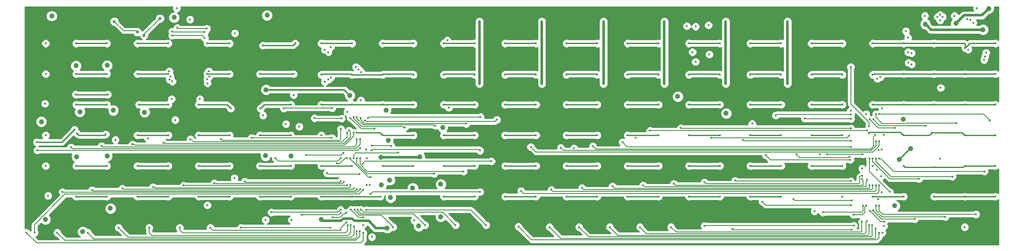
<source format=gbr>
G04 #@! TF.GenerationSoftware,KiCad,Pcbnew,(5.0.1-3-g963ef8bb5)*
G04 #@! TF.CreationDate,2019-05-25T20:20:26+02:00*
G04 #@! TF.ProjectId,cz19-badge,637A31392D62616467652E6B69636164,rev?*
G04 #@! TF.SameCoordinates,Original*
G04 #@! TF.FileFunction,Copper,L3,Inr,Plane*
G04 #@! TF.FilePolarity,Positive*
%FSLAX46Y46*%
G04 Gerber Fmt 4.6, Leading zero omitted, Abs format (unit mm)*
G04 Created by KiCad (PCBNEW (5.0.1-3-g963ef8bb5)) date 2019 May 25, Saturday 20:20:26*
%MOMM*%
%LPD*%
G01*
G04 APERTURE LIST*
G04 #@! TA.AperFunction,ViaPad*
%ADD10C,0.450000*%
G04 #@! TD*
G04 #@! TA.AperFunction,ViaPad*
%ADD11C,1.000000*%
G04 #@! TD*
G04 #@! TA.AperFunction,ViaPad*
%ADD12C,0.600000*%
G04 #@! TD*
G04 #@! TA.AperFunction,Conductor*
%ADD13C,0.500000*%
G04 #@! TD*
G04 #@! TA.AperFunction,Conductor*
%ADD14C,0.300000*%
G04 #@! TD*
G04 #@! TA.AperFunction,Conductor*
%ADD15C,0.150000*%
G04 #@! TD*
G04 #@! TA.AperFunction,Conductor*
%ADD16C,0.250000*%
G04 #@! TD*
G04 #@! TA.AperFunction,Conductor*
%ADD17C,0.254000*%
G04 #@! TD*
G04 APERTURE END LIST*
D10*
G04 #@! TO.N,3V3*
X101800000Y-72900000D03*
X59600000Y-74800000D03*
X56900000Y-70900000D03*
X75900000Y-70700000D03*
X82500000Y-86000000D03*
X224600000Y-72200000D03*
X131000000Y-90400000D03*
X83000000Y-79400000D03*
X185200000Y-72200000D03*
X100300000Y-110400000D03*
G04 #@! TO.N,Net-(D1-Pad4)*
X238800000Y-72400000D03*
G04 #@! TO.N,GND*
X233500000Y-72700000D03*
X233000000Y-72000000D03*
X234000000Y-72000000D03*
X167600000Y-72900000D03*
X167600000Y-85100000D03*
D11*
X59533364Y-71833364D03*
X64300000Y-81600000D03*
X70400000Y-81500000D03*
X71600000Y-90300000D03*
X77699999Y-90669441D03*
X65050002Y-90600000D03*
X57525000Y-92558364D03*
X64400000Y-99400000D03*
X70400000Y-99300000D03*
X58300000Y-111700000D03*
X65608364Y-114091636D03*
X101500000Y-86300000D03*
X101700000Y-71699999D03*
X83500000Y-72100000D03*
D10*
X179500000Y-85100000D03*
X179500000Y-72900000D03*
X191500000Y-85100000D03*
X191500000Y-72900000D03*
X203600000Y-72900000D03*
X203600000Y-85100000D03*
X143300000Y-85100000D03*
X143300000Y-72900000D03*
X155500000Y-72900000D03*
X155500000Y-85100000D03*
D11*
X124100000Y-104900000D03*
X125400000Y-96200000D03*
X125200000Y-113400000D03*
X112300000Y-111700000D03*
X117900000Y-87400000D03*
X101400000Y-99200000D03*
D10*
X230500000Y-71800000D03*
X236300000Y-71800000D03*
X84000000Y-70300000D03*
X86600000Y-72500000D03*
X233500000Y-71600000D03*
G04 #@! TO.N,Net-(D10-Pad2)*
X109350000Y-99100000D03*
X116646446Y-98646446D03*
G04 #@! TO.N,Net-(D65-Pad4)*
X238350000Y-83200000D03*
X244300000Y-83200000D03*
X58350000Y-83200000D03*
X70350000Y-83200000D03*
X94350000Y-83200000D03*
X226350000Y-83200000D03*
X64300000Y-83200000D03*
X76300000Y-83200000D03*
X100300000Y-83200000D03*
X232300000Y-83200000D03*
X89950000Y-83150000D03*
X239974999Y-73154370D03*
X106900000Y-83200000D03*
X136300000Y-83350010D03*
X214350000Y-83350010D03*
X130350000Y-83350010D03*
X178350000Y-83350010D03*
X190350000Y-83350010D03*
X112300000Y-83350010D03*
X202350000Y-83350010D03*
X154350000Y-83350010D03*
X166350000Y-83350010D03*
X118350000Y-83350010D03*
X208300000Y-83350010D03*
X124300000Y-83350010D03*
X220300000Y-83350010D03*
X196300000Y-83350010D03*
X142350000Y-83350010D03*
X172300000Y-83350010D03*
X160300000Y-83350010D03*
X184300000Y-83350010D03*
X148300000Y-83350010D03*
X82344945Y-83213902D03*
G04 #@! TO.N,Net-(D100-Pad2)*
X118629926Y-105650000D03*
X73350000Y-105650000D03*
G04 #@! TO.N,Net-(D100-Pad4)*
X70350000Y-89200000D03*
X82350000Y-89200000D03*
X106350000Y-89200000D03*
X118350000Y-89200000D03*
X130350000Y-89200000D03*
X142350000Y-89200000D03*
X154350000Y-89200000D03*
X166350000Y-89200000D03*
X178350000Y-89200000D03*
X190350000Y-89200000D03*
X202350000Y-89200000D03*
X214350000Y-89200000D03*
X226350000Y-89200000D03*
X64300000Y-89200000D03*
X88300000Y-89200000D03*
X112300000Y-89200000D03*
X124300000Y-89200000D03*
X136300000Y-89200000D03*
X148300000Y-89200000D03*
X160300000Y-89200000D03*
X172300000Y-89200000D03*
X184300000Y-89200000D03*
X196300000Y-89200000D03*
X208300000Y-89200000D03*
X220300000Y-89200000D03*
X232300000Y-89200000D03*
X238350000Y-89200000D03*
X244300000Y-89200000D03*
X240700000Y-70324999D03*
X76600000Y-89200000D03*
X58199990Y-89000000D03*
X94599998Y-89949990D03*
X100399998Y-89949990D03*
G04 #@! TO.N,Net-(D121-Pad2)*
X199350000Y-99100000D03*
X215900000Y-99999998D03*
G04 #@! TO.N,Net-(D122-Pad2)*
X215800000Y-99400000D03*
X205350000Y-98950010D03*
G04 #@! TO.N,Net-(D123-Pad2)*
X211350000Y-98950012D03*
X218322512Y-98950010D03*
G04 #@! TO.N,Net-(D124-Pad2)*
X218225002Y-101700000D03*
G04 #@! TO.N,Net-(D125-Pad2)*
X219647500Y-99745700D03*
X223625001Y-106300000D03*
G04 #@! TO.N,Net-(D126-Pad2)*
X220282500Y-99745700D03*
X229350000Y-103750000D03*
G04 #@! TO.N,Net-(D127-Pad2)*
X220917500Y-99745700D03*
X235900000Y-103300000D03*
G04 #@! TO.N,ESP_FLASH*
X88550000Y-88100000D03*
X83000000Y-88100000D03*
G04 #@! TO.N,ESP_EN*
X89900000Y-74300000D03*
X84100000Y-74150004D03*
G04 #@! TO.N,ESP_RX*
X89500000Y-76150000D03*
X83100000Y-75650008D03*
D12*
X80700000Y-72300000D03*
X77600000Y-75600000D03*
D10*
G04 #@! TO.N,ESP_TX*
X89500000Y-74950000D03*
X83100000Y-74849987D03*
D12*
X71800000Y-72900000D03*
X76300000Y-75000000D03*
D10*
G04 #@! TO.N,Net-(D128-Pad2)*
X221552500Y-99745700D03*
X242175001Y-102274999D03*
G04 #@! TO.N,Net-(D130-Pad2)*
X119915922Y-105751918D03*
X61625001Y-106300000D03*
G04 #@! TO.N,Net-(D131-Pad2)*
X119265721Y-105765721D03*
X67425001Y-105950000D03*
G04 #@! TO.N,Net-(D161-Pad4)*
X238350000Y-101200000D03*
X244300000Y-101200000D03*
X58350000Y-101200000D03*
X70350000Y-101200000D03*
X82350000Y-101200000D03*
X94350000Y-101200000D03*
X106350000Y-101200000D03*
X118350000Y-101200000D03*
X130350000Y-101200000D03*
X142350000Y-101200000D03*
X154350000Y-101200000D03*
X166350000Y-101200000D03*
X178350000Y-101200000D03*
X190350000Y-101200000D03*
X202350000Y-101200000D03*
X214350000Y-101200000D03*
X64300000Y-101200000D03*
X76300000Y-101200000D03*
X88300000Y-101200000D03*
X100300000Y-101200000D03*
X112300000Y-101200000D03*
X124300000Y-101200000D03*
X136300000Y-101200000D03*
X148300000Y-101200000D03*
X160300000Y-101200000D03*
X172300000Y-101200000D03*
X184300000Y-101200000D03*
X196300000Y-101200000D03*
X208300000Y-101200000D03*
X226350000Y-101200000D03*
X220300000Y-101200000D03*
X242286082Y-79787822D03*
X232400000Y-101500000D03*
D11*
G04 #@! TO.N,VCC*
X130220000Y-105525000D03*
X125900000Y-107400000D03*
X135700000Y-104800000D03*
X135700000Y-111200000D03*
X131400000Y-113000000D03*
X131600000Y-99400000D03*
X71038711Y-109525220D03*
X243033364Y-70366636D03*
X241899994Y-74500000D03*
X124000000Y-99500000D03*
X124992859Y-90277011D03*
X125717935Y-104004782D03*
X224616635Y-109033363D03*
X225525000Y-99900000D03*
X227699999Y-97800000D03*
X136100000Y-93650009D03*
X236600000Y-73300000D03*
X230600000Y-73400000D03*
X182100000Y-87600000D03*
X226300000Y-92100000D03*
X191600000Y-90900000D03*
X106350000Y-99300000D03*
D10*
G04 #@! TO.N,VUSB_SENSE*
X95400000Y-75200000D03*
X95300000Y-103600000D03*
G04 #@! TO.N,VBAT_SENSE*
X137300000Y-89800000D03*
X137000000Y-76600000D03*
G04 #@! TO.N,BTN_UP*
X89950000Y-84200000D03*
X82575002Y-84300001D03*
X70500000Y-87200000D03*
X64200000Y-87200000D03*
G04 #@! TO.N,BTN_DOWN*
X90024999Y-85000000D03*
X83147153Y-84650000D03*
G04 #@! TO.N,BTN_LEFT*
X90290410Y-82646500D03*
X82549979Y-82650009D03*
X56592706Y-96549813D03*
X64000000Y-94100000D03*
G04 #@! TO.N,BTN_RIGHT*
X78371446Y-95771446D03*
X72000000Y-96100000D03*
X82774265Y-83700000D03*
X90350000Y-83700000D03*
G04 #@! TO.N,BTN_A*
X233600000Y-85900000D03*
X226800002Y-74800000D03*
G04 #@! TO.N,BTN_B*
X233500000Y-99800000D03*
X227200000Y-76100000D03*
G04 #@! TO.N,Net-(D1-Pad1)*
X54600000Y-114300000D03*
X120557164Y-114365732D03*
G04 #@! TO.N,Net-(D1-Pad3)*
X56700000Y-98150000D03*
X119899990Y-97700000D03*
G04 #@! TO.N,Net-(D1-Pad2)*
X120496446Y-105903554D03*
X56175001Y-114274999D03*
G04 #@! TO.N,Net-(D130-Pad1)*
X60600000Y-114300000D03*
X119895652Y-113995118D03*
G04 #@! TO.N,Net-(D130-Pad3)*
X119917500Y-95954300D03*
X63300000Y-97550000D03*
G04 #@! TO.N,Net-(D131-Pad1)*
X66600000Y-114300000D03*
X119282500Y-113954300D03*
G04 #@! TO.N,Net-(D131-Pad3)*
X119282500Y-95954300D03*
X69300000Y-97300000D03*
G04 #@! TO.N,Net-(D100-Pad1)*
X72600000Y-113300000D03*
X118723986Y-113029182D03*
G04 #@! TO.N,Net-(D100-Pad3)*
X75300000Y-97000000D03*
X118700000Y-94700000D03*
G04 #@! TO.N,Net-(D101-Pad1)*
X78600000Y-113300000D03*
X118100000Y-112800000D03*
G04 #@! TO.N,Net-(D101-Pad3)*
X81450000Y-96700000D03*
X117751091Y-94239790D03*
G04 #@! TO.N,Net-(D101-Pad2)*
X79350000Y-105350000D03*
X118013984Y-104954207D03*
G04 #@! TO.N,Net-(D102-Pad1)*
X84600000Y-113300000D03*
X117499997Y-112800000D03*
G04 #@! TO.N,Net-(D102-Pad3)*
X86700000Y-95950000D03*
X117360130Y-94709879D03*
G04 #@! TO.N,Net-(D102-Pad2)*
X85350000Y-105050000D03*
X117415161Y-104991961D03*
G04 #@! TO.N,Net-(D103-Pad1)*
X90600000Y-113300000D03*
X117200000Y-112280382D03*
G04 #@! TO.N,Net-(D103-Pad3)*
X116129954Y-93954159D03*
X92700000Y-95950000D03*
G04 #@! TO.N,Net-(D103-Pad2)*
X116687500Y-104305393D03*
X91350000Y-104600000D03*
G04 #@! TO.N,Net-(D104-Pad1)*
X96600000Y-113300000D03*
X114100000Y-113300000D03*
G04 #@! TO.N,Net-(D104-Pad3)*
X98700000Y-95700000D03*
X114350010Y-95700000D03*
G04 #@! TO.N,Net-(D104-Pad2)*
X116090216Y-104248350D03*
X97350000Y-104250000D03*
G04 #@! TO.N,Net-(D105-Pad1)*
X102524999Y-110300000D03*
X116100000Y-109800000D03*
G04 #@! TO.N,Net-(D105-Pad3)*
X114434305Y-89864874D03*
X104974988Y-89949990D03*
G04 #@! TO.N,Net-(D105-Pad2)*
X116107500Y-99645700D03*
X103350000Y-99700000D03*
G04 #@! TO.N,Net-(D10-Pad1)*
X108524999Y-110800000D03*
X116118197Y-110418200D03*
G04 #@! TO.N,Net-(D10-Pad3)*
X116263735Y-91905719D03*
X111000000Y-91850000D03*
G04 #@! TO.N,Net-(D107-Pad1)*
X114524999Y-111300000D03*
X117200000Y-110378554D03*
G04 #@! TO.N,Net-(D107-Pad3)*
X117377500Y-90645700D03*
G04 #@! TO.N,Net-(D107-Pad2)*
X117377500Y-99645700D03*
X115341693Y-100700010D03*
G04 #@! TO.N,Net-(D108-Pad1)*
X120524999Y-111320723D03*
X118100000Y-109800000D03*
G04 #@! TO.N,Net-(D108-Pad3)*
X118000000Y-91775002D03*
X122700000Y-93950032D03*
G04 #@! TO.N,Net-(D108-Pad2)*
X118012500Y-99645700D03*
X122000000Y-103400000D03*
G04 #@! TO.N,Net-(D109-Pad1)*
X118824993Y-109800000D03*
X126400000Y-113200000D03*
G04 #@! TO.N,Net-(D109-Pad3)*
X118700000Y-91600000D03*
X128700000Y-93650021D03*
G04 #@! TO.N,Net-(D109-Pad2)*
X118647500Y-99645700D03*
X127350000Y-98600000D03*
G04 #@! TO.N,Net-(D110-Pad1)*
X132600000Y-112800000D03*
X119424996Y-109800000D03*
G04 #@! TO.N,Net-(D110-Pad3)*
X119300000Y-91600000D03*
X134700000Y-93350010D03*
G04 #@! TO.N,Net-(D110-Pad2)*
X119282500Y-99645700D03*
X134400000Y-102724999D03*
G04 #@! TO.N,Net-(D111-Pad1)*
X138600000Y-112800000D03*
X120024999Y-109800000D03*
G04 #@! TO.N,Net-(D111-Pad3)*
X119989091Y-91775104D03*
X140700000Y-92950010D03*
G04 #@! TO.N,Net-(D111-Pad2)*
X140175001Y-102274999D03*
X119899990Y-99645700D03*
G04 #@! TO.N,Net-(D112-Pad1)*
X144600000Y-112800000D03*
X121100000Y-109820702D03*
G04 #@! TO.N,Net-(D112-Pad3)*
X146700000Y-92150000D03*
X120900000Y-92300000D03*
G04 #@! TO.N,Net-(D112-Pad2)*
X120446446Y-100753554D03*
X145625001Y-100300000D03*
G04 #@! TO.N,Net-(D113-Pad1)*
X221552500Y-114307194D03*
X150900000Y-113100000D03*
G04 #@! TO.N,Net-(D113-Pad3)*
X221552500Y-96354300D03*
X153350000Y-97500000D03*
G04 #@! TO.N,Net-(D113-Pad2)*
X221552500Y-105054300D03*
X151425001Y-106100000D03*
G04 #@! TO.N,Net-(D114-Pad1)*
X220900000Y-113500000D03*
X157000000Y-113200000D03*
G04 #@! TO.N,Net-(D114-Pad3)*
X220917500Y-96354300D03*
X159200000Y-97650000D03*
G04 #@! TO.N,Net-(D114-Pad2)*
X220917500Y-105054300D03*
X157350000Y-105900000D03*
G04 #@! TO.N,Net-(D115-Pad1)*
X220200000Y-112824998D03*
X162800000Y-113200000D03*
G04 #@! TO.N,Net-(D115-Pad3)*
X220800000Y-95100000D03*
X165500000Y-97350000D03*
G04 #@! TO.N,Net-(D115-Pad2)*
X220282500Y-105054300D03*
X163350000Y-105500000D03*
G04 #@! TO.N,Net-(D116-Pad1)*
X219600000Y-112824998D03*
X168800000Y-113200000D03*
G04 #@! TO.N,Net-(D116-Pad3)*
X216024999Y-97450000D03*
X171300000Y-96550000D03*
G04 #@! TO.N,Net-(D116-Pad2)*
X219647500Y-105054300D03*
X169350000Y-105200000D03*
G04 #@! TO.N,Net-(D117-Pad1)*
X219200000Y-112020743D03*
X174700000Y-113200000D03*
G04 #@! TO.N,Net-(D117-Pad3)*
X219200000Y-94280380D03*
X176700000Y-94300000D03*
G04 #@! TO.N,Net-(D117-Pad2)*
X219203554Y-103903554D03*
X175350000Y-105000000D03*
G04 #@! TO.N,Net-(D118-Pad1)*
X218189947Y-112168274D03*
X180800000Y-113200000D03*
G04 #@! TO.N,Net-(D118-Pad3)*
X216024999Y-93830380D03*
X182700000Y-93800000D03*
G04 #@! TO.N,Net-(D118-Pad2)*
X218181788Y-103752898D03*
X181350000Y-104700000D03*
G04 #@! TO.N,Net-(D119-Pad1)*
X216596446Y-112903554D03*
X187350000Y-112950000D03*
G04 #@! TO.N,Net-(D119-Pad3)*
X215700000Y-95300000D03*
X188700000Y-95700000D03*
G04 #@! TO.N,Net-(D119-Pad2)*
X218225583Y-103154497D03*
X187350000Y-104400000D03*
G04 #@! TO.N,Net-(D120-Pad1)*
X216200000Y-113750000D03*
X192800000Y-113600000D03*
G04 #@! TO.N,Net-(D120-Pad3)*
X216025861Y-96295639D03*
X194900000Y-96150000D03*
G04 #@! TO.N,Net-(D120-Pad2)*
X216024999Y-104200000D03*
X193350000Y-104100000D03*
G04 #@! TO.N,Net-(D121-Pad1)*
X216024999Y-108900000D03*
X198650000Y-108200000D03*
G04 #@! TO.N,Net-(D121-Pad3)*
X216024999Y-91100000D03*
X201300000Y-91300000D03*
G04 #@! TO.N,Net-(D122-Pad1)*
X216171447Y-107971446D03*
X204784998Y-107700000D03*
G04 #@! TO.N,Net-(D122-Pad3)*
X216024999Y-92000000D03*
X206950000Y-91900000D03*
G04 #@! TO.N,Net-(D123-Pad1)*
X218364125Y-108992072D03*
X210524999Y-110300000D03*
G04 #@! TO.N,Net-(D123-Pad3)*
X216000000Y-90400000D03*
G04 #@! TO.N,Net-(D124-Pad1)*
X218974998Y-108998594D03*
X216524999Y-110800000D03*
G04 #@! TO.N,Net-(D124-Pad3)*
X219012500Y-91045700D03*
G04 #@! TO.N,Net-(D125-Pad1)*
X219766326Y-110007872D03*
X222524999Y-112124999D03*
G04 #@! TO.N,Net-(D125-Pad3)*
X219700000Y-92100000D03*
X224700000Y-93750000D03*
G04 #@! TO.N,Net-(D126-Pad1)*
X220374059Y-109960100D03*
X228524999Y-111650000D03*
G04 #@! TO.N,Net-(D126-Pad3)*
X220409056Y-92066036D03*
X230700000Y-93300000D03*
G04 #@! TO.N,Net-(D127-Pad1)*
X220917500Y-108998594D03*
X234524999Y-111200000D03*
G04 #@! TO.N,Net-(D127-Pad3)*
X220917500Y-91045700D03*
X236700000Y-92800000D03*
G04 #@! TO.N,Net-(D128-Pad1)*
X221552500Y-108998594D03*
X240524999Y-110700000D03*
G04 #@! TO.N,Net-(D128-Pad3)*
X221552500Y-91045700D03*
X243250010Y-92300000D03*
G04 #@! TO.N,Net-(D33-Pad4)*
X178350000Y-77200000D03*
X58350000Y-77200000D03*
X118350000Y-77200000D03*
X82350000Y-77200000D03*
X202350000Y-77200000D03*
X226350000Y-77200000D03*
X94350000Y-77200000D03*
X70350000Y-77200000D03*
X166350000Y-77200000D03*
X190350000Y-77200000D03*
X154350000Y-77200000D03*
X130350000Y-77200000D03*
X214350000Y-77200000D03*
X142350000Y-77200000D03*
X89950000Y-77150000D03*
X112300000Y-77200000D03*
X148300000Y-77200000D03*
X136300000Y-77200000D03*
X124300000Y-77200000D03*
X160300000Y-77200000D03*
X172300000Y-77200000D03*
X184300000Y-77200000D03*
X196300000Y-77200000D03*
X208300000Y-77200000D03*
X220300000Y-77200000D03*
X232300000Y-77200000D03*
X244300000Y-77200000D03*
X76300000Y-77200000D03*
X64300000Y-77200000D03*
X107200000Y-77200000D03*
X239438744Y-72630141D03*
X238400000Y-78100000D03*
X100900002Y-77600000D03*
G04 #@! TO.N,Net-(D129-Pad4)*
X58350000Y-95200000D03*
X82350000Y-95200000D03*
X94350000Y-95200000D03*
X106350000Y-95200000D03*
X130350000Y-95200000D03*
X142350000Y-95200000D03*
X154350000Y-95200000D03*
X166350000Y-95200000D03*
X178350000Y-95200000D03*
X190350000Y-95200000D03*
X202350000Y-95200000D03*
X214350000Y-95200000D03*
X226350000Y-95200000D03*
X76300000Y-95200000D03*
X88300000Y-95200000D03*
X100300000Y-95200000D03*
X112300000Y-95200000D03*
X124300000Y-95200000D03*
X136300000Y-95200000D03*
X148300000Y-95200000D03*
X160300000Y-95200000D03*
X172300000Y-95200000D03*
X184300000Y-95200000D03*
X196300000Y-95200000D03*
X208300000Y-95200000D03*
X238350000Y-95200000D03*
X244300000Y-95200000D03*
X119300000Y-94700000D03*
X219499994Y-94800000D03*
X242500000Y-79000000D03*
X70100000Y-95000000D03*
X64471967Y-94842739D03*
X231900000Y-94700000D03*
G04 #@! TO.N,Net-(D193-Pad4)*
X238350000Y-107200000D03*
X244300000Y-107200000D03*
X70350000Y-107200000D03*
X82350000Y-107200000D03*
X94350000Y-107200000D03*
X106350000Y-107200000D03*
X118350000Y-107200000D03*
X142350000Y-107200000D03*
X154350000Y-107200000D03*
X166350000Y-107200000D03*
X178350000Y-107200000D03*
X190350000Y-107200000D03*
X202350000Y-107200000D03*
X214350000Y-107200000D03*
X226350000Y-107200000D03*
X64300000Y-107200000D03*
X76300000Y-107200000D03*
X88300000Y-107200000D03*
X100300000Y-107200000D03*
X112300000Y-107200000D03*
X136300000Y-107200000D03*
X148300000Y-107200000D03*
X160300000Y-107200000D03*
X172300000Y-107200000D03*
X184300000Y-107200000D03*
X196300000Y-107200000D03*
X220300000Y-107200000D03*
X232300000Y-107200000D03*
X58825040Y-107050000D03*
X242100000Y-80415742D03*
X130500000Y-111900000D03*
X208900000Y-110100000D03*
X123900000Y-107200000D03*
G04 #@! TO.N,Net-(D225-Pad4)*
X239000000Y-78400000D03*
X238300000Y-113200000D03*
G04 #@! TO.N,SDA*
X188142827Y-73634262D03*
X188300000Y-79349999D03*
X100900000Y-91300000D03*
X101400000Y-111800000D03*
G04 #@! TO.N,SCL*
X185600000Y-73900000D03*
X185600000Y-80800000D03*
X105400000Y-93000000D03*
X106500000Y-111800000D03*
G04 #@! TO.N,G0*
X113700000Y-78899998D03*
X113700000Y-84300000D03*
X119800000Y-102800000D03*
X113400000Y-102600000D03*
X183900000Y-73800000D03*
X185000000Y-78899998D03*
G04 #@! TO.N,Net-(R24-Pad2)*
X83700000Y-92200000D03*
X90000000Y-108900000D03*
G04 #@! TO.N,R1*
X122000000Y-106700000D03*
X143400000Y-106300000D03*
G04 #@! TO.N,HUB75_OE*
X222171446Y-89971446D03*
X221200000Y-84100000D03*
X227900000Y-79100000D03*
X227900000Y-81300000D03*
X222024999Y-98000000D03*
X221400000Y-107700000D03*
X221100000Y-102000000D03*
X120062660Y-88315375D03*
X120100000Y-82800000D03*
X121187500Y-99645700D03*
G04 #@! TO.N,HUB75_LAT*
X216000000Y-81800000D03*
X219600000Y-93400000D03*
X222187500Y-114307194D03*
X222084764Y-106362051D03*
X221435593Y-98112268D03*
X121100000Y-98000000D03*
X119100000Y-81800000D03*
X121187500Y-104954300D03*
X120500000Y-112779284D03*
G04 #@! TO.N,CLK*
X221800000Y-83800000D03*
X222488578Y-95100000D03*
X222500000Y-113000000D03*
X122225002Y-97200000D03*
X119600000Y-82297096D03*
X121822500Y-104954300D03*
X122225002Y-115128292D03*
X126023539Y-97300000D03*
X222000000Y-103200000D03*
G04 #@! TO.N,HUB75_R0*
X113000000Y-78449997D03*
X113000000Y-84700000D03*
G04 #@! TO.N,G1*
X143400000Y-98200000D03*
X122100010Y-98200000D03*
X209900000Y-98950000D03*
X161800000Y-97750000D03*
G04 #@! TO.N,B1*
X121474410Y-91831518D03*
X143500000Y-91606519D03*
X196700000Y-92949999D03*
X173900000Y-95700000D03*
G04 #@! TO.N,B0*
X114200000Y-77900000D03*
X114200000Y-83900000D03*
G04 #@! TO.N,C*
X227300000Y-81000000D03*
X227200002Y-78900000D03*
G04 #@! TO.N,Net-(R33-Pad2)*
X108000000Y-93500000D03*
X106900000Y-87300000D03*
G04 #@! TD*
D13*
G04 #@! TO.N,GND*
X167600000Y-72900000D02*
X167600000Y-85100000D01*
X179500000Y-72900000D02*
X179500000Y-85100000D01*
X191500000Y-72900000D02*
X191500000Y-85100000D01*
X203600000Y-72900000D02*
X203600000Y-85100000D01*
X143300000Y-72900000D02*
X143300000Y-85100000D01*
X155500000Y-72900000D02*
X155500000Y-85100000D01*
D14*
X116800000Y-86300000D02*
X117900000Y-87400000D01*
X101500000Y-86300000D02*
X116800000Y-86300000D01*
D13*
X116095619Y-112004381D02*
X112604381Y-112004381D01*
X116600000Y-111500000D02*
X116095619Y-112004381D01*
X118314202Y-111500000D02*
X116600000Y-111500000D01*
X118809926Y-111995724D02*
X118314202Y-111500000D01*
X121595724Y-111995724D02*
X118809926Y-111995724D01*
X112604381Y-112004381D02*
X112300000Y-111700000D01*
X123000000Y-113400000D02*
X121595724Y-111995724D01*
X125200000Y-113400000D02*
X123000000Y-113400000D01*
D15*
G04 #@! TO.N,Net-(D10-Pad2)*
X116646446Y-98646446D02*
X116192892Y-99100000D01*
X116192892Y-99100000D02*
X109350000Y-99100000D01*
D16*
G04 #@! TO.N,Net-(D65-Pad4)*
X238350000Y-83200000D02*
X244300000Y-83200000D01*
X226350000Y-83200000D02*
X232300000Y-83200000D01*
X64350000Y-83200000D02*
X70300000Y-83200000D01*
X76350000Y-83200000D02*
X82300000Y-83200000D01*
X100350000Y-83200000D02*
X106300000Y-83200000D01*
X124350000Y-83200000D02*
X130300000Y-83200000D01*
X136350000Y-83200000D02*
X142300000Y-83200000D01*
X148350000Y-83200000D02*
X154300000Y-83200000D01*
X160350000Y-83200000D02*
X166300000Y-83200000D01*
X172350000Y-83200000D02*
X178300000Y-83200000D01*
X184350000Y-83200000D02*
X190300000Y-83200000D01*
X196350000Y-83200000D02*
X202300000Y-83200000D01*
X208350000Y-83200000D02*
X214300000Y-83200000D01*
X220350000Y-83200000D02*
X226300000Y-83200000D01*
X232350000Y-83200000D02*
X238300000Y-83200000D01*
X106300000Y-83200000D02*
X106900000Y-83200000D01*
X118668198Y-83350010D02*
X124300000Y-83350010D01*
X118668198Y-83350010D02*
X118350000Y-83350010D01*
X118250010Y-83350010D02*
X118100000Y-83200000D01*
D15*
X118350000Y-83350010D02*
X118250010Y-83350010D01*
D16*
X112350000Y-83200000D02*
X118100000Y-83200000D01*
X90150000Y-83150000D02*
X90200000Y-83200000D01*
X89950000Y-83150000D02*
X90150000Y-83150000D01*
X90200000Y-83200000D02*
X94300000Y-83200000D01*
D15*
G04 #@! TO.N,Net-(D100-Pad2)*
X118479926Y-105800000D02*
X73500000Y-105800000D01*
X118629926Y-105650000D02*
X118479926Y-105800000D01*
X73500000Y-105800000D02*
X73350000Y-105650000D01*
D16*
G04 #@! TO.N,Net-(D100-Pad4)*
X118350000Y-89200000D02*
X124300000Y-89200000D01*
X226350000Y-89200000D02*
X232300000Y-89200000D01*
X64350000Y-89200000D02*
X70300000Y-89200000D01*
X112350000Y-89200000D02*
X118300000Y-89200000D01*
X124350000Y-89200000D02*
X130300000Y-89200000D01*
X136350000Y-89200000D02*
X142300000Y-89200000D01*
X148350000Y-89200000D02*
X154300000Y-89200000D01*
X160350000Y-89200000D02*
X166300000Y-89200000D01*
X172350000Y-89200000D02*
X178300000Y-89200000D01*
X184350000Y-89200000D02*
X190300000Y-89200000D01*
X196350000Y-89200000D02*
X202300000Y-89200000D01*
X208350000Y-89200000D02*
X214300000Y-89200000D01*
X220350000Y-89200000D02*
X226300000Y-89200000D01*
X232350000Y-89200000D02*
X238300000Y-89200000D01*
X238350000Y-89200000D02*
X244300000Y-89200000D01*
X76600000Y-89200000D02*
X82300000Y-89200000D01*
X101149988Y-89200000D02*
X100624997Y-89724991D01*
X88350000Y-89200000D02*
X93850008Y-89200000D01*
X93850008Y-89200000D02*
X94374999Y-89724991D01*
X100624997Y-89724991D02*
X100399998Y-89949990D01*
X94374999Y-89724991D02*
X94599998Y-89949990D01*
X106300000Y-89200000D02*
X101149988Y-89200000D01*
D15*
G04 #@! TO.N,Net-(D121-Pad2)*
X199350000Y-99100000D02*
X200249998Y-99999998D01*
X200249998Y-99999998D02*
X215581802Y-99999998D01*
X215581802Y-99999998D02*
X215900000Y-99999998D01*
G04 #@! TO.N,Net-(D122-Pad2)*
X206024989Y-99624999D02*
X205574999Y-99175009D01*
X215575001Y-99624999D02*
X206024989Y-99624999D01*
X205574999Y-99175009D02*
X205350000Y-98950010D01*
X215800000Y-99400000D02*
X215575001Y-99624999D01*
G04 #@! TO.N,Net-(D123-Pad2)*
X211668220Y-98949990D02*
X218004294Y-98949990D01*
X218004294Y-98949990D02*
X218004314Y-98950010D01*
X211350000Y-98950012D02*
X211668198Y-98950012D01*
X211668198Y-98950012D02*
X211668220Y-98949990D01*
X218004314Y-98950010D02*
X218322512Y-98950010D01*
G04 #@! TO.N,Net-(D125-Pad2)*
X219647500Y-102322499D02*
X223625001Y-106300000D01*
X219647500Y-99745700D02*
X219647500Y-102322499D01*
G04 #@! TO.N,Net-(D126-Pad2)*
X223691800Y-103750000D02*
X229350000Y-103750000D01*
X220282500Y-100340700D02*
X223691800Y-103750000D01*
X220282500Y-99745700D02*
X220282500Y-100340700D01*
G04 #@! TO.N,Net-(D127-Pad2)*
X223876800Y-103300000D02*
X235900000Y-103300000D01*
X220917500Y-100340700D02*
X223876800Y-103300000D01*
X220917500Y-99745700D02*
X220917500Y-100340700D01*
G04 #@! TO.N,ESP_EN*
X89900000Y-74300000D02*
X84249996Y-74300000D01*
X84249996Y-74300000D02*
X84100000Y-74150004D01*
G04 #@! TO.N,ESP_RX*
X89500000Y-76150000D02*
X89000008Y-75650008D01*
X83524264Y-75650008D02*
X83100000Y-75650008D01*
X89000008Y-75650008D02*
X83524264Y-75650008D01*
X77600000Y-75400000D02*
X77600000Y-75600000D01*
X80700000Y-72300000D02*
X77600000Y-75400000D01*
G04 #@! TO.N,ESP_TX*
X83200013Y-74950000D02*
X83100000Y-74849987D01*
X89500000Y-74950000D02*
X83200013Y-74950000D01*
X71800000Y-72900000D02*
X73600000Y-74700000D01*
X76000000Y-74700000D02*
X76300000Y-75000000D01*
X73600000Y-74700000D02*
X76000000Y-74700000D01*
G04 #@! TO.N,Net-(D128-Pad2)*
X224436799Y-102274999D02*
X242175001Y-102274999D01*
X221907500Y-99745700D02*
X224436799Y-102274999D01*
X221552500Y-99745700D02*
X221907500Y-99745700D01*
G04 #@! TO.N,Net-(D130-Pad2)*
X61725001Y-106400000D02*
X61625001Y-106300000D01*
X119267840Y-106400000D02*
X61725001Y-106400000D01*
X119915922Y-105751918D02*
X119267840Y-106400000D01*
G04 #@! TO.N,Net-(D131-Pad2)*
X67575001Y-106100000D02*
X67425001Y-105950000D01*
X118931442Y-106100000D02*
X67575001Y-106100000D01*
X119265721Y-105765721D02*
X118931442Y-106100000D01*
D16*
G04 #@! TO.N,Net-(D161-Pad4)*
X238350000Y-101200000D02*
X244300000Y-101200000D01*
X64350000Y-101200000D02*
X70300000Y-101200000D01*
X76350000Y-101200000D02*
X82300000Y-101200000D01*
X88350000Y-101200000D02*
X94300000Y-101200000D01*
X100350000Y-101200000D02*
X106300000Y-101200000D01*
X124350000Y-101200000D02*
X130300000Y-101200000D01*
X136350000Y-101200000D02*
X142300000Y-101200000D01*
X148350000Y-101200000D02*
X154300000Y-101200000D01*
X160350000Y-101200000D02*
X166300000Y-101200000D01*
X172350000Y-101200000D02*
X178300000Y-101200000D01*
X184350000Y-101200000D02*
X190300000Y-101200000D01*
X196350000Y-101200000D02*
X202300000Y-101200000D01*
X208350000Y-101200000D02*
X214300000Y-101200000D01*
X232081802Y-101500000D02*
X232400000Y-101500000D01*
X226350000Y-101200000D02*
X226650000Y-101500000D01*
X226650000Y-101500000D02*
X232081802Y-101500000D01*
X238000000Y-101500000D02*
X238300000Y-101200000D01*
X232400000Y-101500000D02*
X238000000Y-101500000D01*
X112350011Y-101200011D02*
X118299989Y-101200011D01*
X118299989Y-101200011D02*
X118300000Y-101200000D01*
X112350000Y-101200000D02*
X112350011Y-101200011D01*
D14*
G04 #@! TO.N,VCC*
X227625000Y-97800000D02*
X227699999Y-97800000D01*
X225525000Y-99900000D02*
X227625000Y-97800000D01*
D13*
X131500000Y-99500000D02*
X131600000Y-99400000D01*
X124000000Y-99500000D02*
X131500000Y-99500000D01*
X241709713Y-71690287D02*
X238209713Y-71690287D01*
X237099999Y-72800001D02*
X236600000Y-73300000D01*
X238209713Y-71690287D02*
X237099999Y-72800001D01*
X243033364Y-70366636D02*
X241709713Y-71690287D01*
X231099999Y-73899999D02*
X230600000Y-73400000D01*
X241899994Y-74500000D02*
X231700000Y-74500000D01*
X231700000Y-74500000D02*
X231099999Y-73899999D01*
D16*
G04 #@! TO.N,BTN_UP*
X70500000Y-87200000D02*
X64200000Y-87200000D01*
G04 #@! TO.N,BTN_LEFT*
X61550187Y-96549813D02*
X64000000Y-94100000D01*
X56592706Y-96549813D02*
X61550187Y-96549813D01*
D15*
G04 #@! TO.N,Net-(D1-Pad1)*
X56600000Y-116300000D02*
X120100000Y-116300000D01*
X54600000Y-114300000D02*
X56600000Y-116300000D01*
X120557164Y-115842836D02*
X120557164Y-114683930D01*
X120100000Y-116300000D02*
X120557164Y-115842836D01*
X120557164Y-114683930D02*
X120557164Y-114365732D01*
G04 #@! TO.N,Net-(D1-Pad3)*
X119674991Y-97924999D02*
X119899990Y-97700000D01*
X56700000Y-98150000D02*
X119449990Y-98150000D01*
X119449990Y-98150000D02*
X119674991Y-97924999D01*
G04 #@! TO.N,Net-(D1-Pad2)*
X56175001Y-112724999D02*
X56175001Y-114274999D01*
X62150001Y-106749999D02*
X56175001Y-112724999D01*
X119650001Y-106749999D02*
X62150001Y-106749999D01*
X120496446Y-105903554D02*
X119650001Y-106749999D01*
G04 #@! TO.N,Net-(D130-Pad1)*
X62100000Y-115800000D02*
X119100000Y-115800000D01*
X60600000Y-114300000D02*
X62100000Y-115800000D01*
X119100000Y-115800000D02*
X119895652Y-115004348D01*
X119895652Y-115004348D02*
X119895652Y-114313316D01*
X119895652Y-114313316D02*
X119895652Y-113995118D01*
G04 #@! TO.N,Net-(D130-Pad3)*
X63550000Y-97800000D02*
X63524999Y-97774999D01*
X119917500Y-95954300D02*
X119917500Y-97016486D01*
X63524999Y-97774999D02*
X63300000Y-97550000D01*
X119133986Y-97800000D02*
X63550000Y-97800000D01*
X119917500Y-97016486D02*
X119133986Y-97800000D01*
G04 #@! TO.N,Net-(D131-Pad1)*
X118900011Y-115499989D02*
X119282500Y-115117500D01*
X67799989Y-115499989D02*
X118900011Y-115499989D01*
X119282500Y-115117500D02*
X119282500Y-113954300D01*
X66600000Y-114300000D02*
X67799989Y-115499989D01*
G04 #@! TO.N,Net-(D131-Pad3)*
X119282500Y-96904300D02*
X119100000Y-97086800D01*
X119282500Y-95954300D02*
X119282500Y-96904300D01*
X119100000Y-97086800D02*
X119100000Y-97300000D01*
X119100000Y-97300000D02*
X118900000Y-97500000D01*
X118900000Y-97500000D02*
X70000000Y-97500000D01*
X69500000Y-97500000D02*
X69300000Y-97300000D01*
X70000000Y-97500000D02*
X69500000Y-97500000D01*
G04 #@! TO.N,Net-(D100-Pad1)*
X118723986Y-113347380D02*
X118723986Y-113029182D01*
X118723986Y-114676014D02*
X118723986Y-113347380D01*
X118200022Y-115199978D02*
X118723986Y-114676014D01*
X74499978Y-115199978D02*
X118200022Y-115199978D01*
X72600000Y-113300000D02*
X74499978Y-115199978D01*
G04 #@! TO.N,Net-(D100-Pad3)*
X75700000Y-97000000D02*
X75862522Y-97162522D01*
X118700000Y-95018198D02*
X118700000Y-94700000D01*
X118700000Y-95338130D02*
X118700000Y-95018198D01*
X116875608Y-97162522D02*
X118700000Y-95338130D01*
X75862522Y-97162522D02*
X116875608Y-97162522D01*
X75300000Y-97000000D02*
X75700000Y-97000000D01*
G04 #@! TO.N,Net-(D101-Pad1)*
X117600000Y-114800000D02*
X118100000Y-114300000D01*
X79100000Y-114800000D02*
X117600000Y-114800000D01*
X118100000Y-114300000D02*
X118100000Y-112800000D01*
X78600000Y-114300000D02*
X79100000Y-114800000D01*
X78600000Y-113300000D02*
X78600000Y-114300000D01*
G04 #@! TO.N,Net-(D101-Pad3)*
X117976090Y-94464789D02*
X117751091Y-94239790D01*
X116800000Y-96800000D02*
X117976090Y-95623910D01*
X81868198Y-96800000D02*
X116800000Y-96800000D01*
X81768198Y-96700000D02*
X81868198Y-96800000D01*
X117976090Y-95623910D02*
X117976090Y-94464789D01*
X81450000Y-96700000D02*
X81768198Y-96700000D01*
G04 #@! TO.N,Net-(D101-Pad2)*
X79818198Y-105500000D02*
X117786389Y-105500000D01*
X79350000Y-105350000D02*
X79668198Y-105350000D01*
X118013984Y-105272405D02*
X118013984Y-104954207D01*
X79668198Y-105350000D02*
X79818198Y-105500000D01*
X117786389Y-105500000D02*
X118013984Y-105272405D01*
G04 #@! TO.N,Net-(D102-Pad1)*
X85100000Y-114300000D02*
X117100000Y-114300000D01*
X84600000Y-113800000D02*
X85100000Y-114300000D01*
X117499997Y-113900003D02*
X117499997Y-112800000D01*
X117100000Y-114300000D02*
X117499997Y-113900003D01*
X84600000Y-113300000D02*
X84600000Y-113800000D01*
G04 #@! TO.N,Net-(D102-Pad3)*
X117360130Y-95028077D02*
X117360130Y-94709879D01*
X117360130Y-95539870D02*
X117360130Y-95028077D01*
X87250000Y-96500000D02*
X116400000Y-96500000D01*
X86700000Y-95950000D02*
X87250000Y-96500000D01*
X116400000Y-96500000D02*
X117360130Y-95539870D01*
G04 #@! TO.N,Net-(D102-Pad2)*
X117357122Y-105050000D02*
X117415161Y-104991961D01*
X85350000Y-105050000D02*
X117357122Y-105050000D01*
G04 #@! TO.N,Net-(D103-Pad1)*
X90600000Y-113300000D02*
X91100000Y-113800000D01*
X91100000Y-113800000D02*
X116100000Y-113800000D01*
X116100000Y-113380382D02*
X117200000Y-112280382D01*
X116100000Y-113800000D02*
X116100000Y-113380382D01*
G04 #@! TO.N,Net-(D103-Pad3)*
X116129954Y-94272357D02*
X116100000Y-94302311D01*
X116129954Y-93954159D02*
X116129954Y-94272357D01*
X116100000Y-94302311D02*
X116100000Y-96000000D01*
X116100000Y-96000000D02*
X115900000Y-96200000D01*
X92950000Y-96200000D02*
X92700000Y-95950000D01*
X115900000Y-96200000D02*
X92950000Y-96200000D01*
G04 #@! TO.N,Net-(D103-Pad2)*
X91450000Y-104700000D02*
X91350000Y-104600000D01*
X116400000Y-104700000D02*
X91450000Y-104700000D01*
X116600000Y-104500000D02*
X116400000Y-104700000D01*
X116600000Y-104392893D02*
X116600000Y-104500000D01*
X116687500Y-104305393D02*
X116600000Y-104392893D01*
G04 #@! TO.N,Net-(D104-Pad1)*
X96600000Y-113300000D02*
X114100000Y-113300000D01*
G04 #@! TO.N,Net-(D104-Pad3)*
X98700000Y-95700000D02*
X114350010Y-95700000D01*
G04 #@! TO.N,Net-(D104-Pad2)*
X97500000Y-104400000D02*
X97350000Y-104250000D01*
X116000000Y-104400000D02*
X97500000Y-104400000D01*
X116090216Y-104309784D02*
X116000000Y-104400000D01*
X116090216Y-104248350D02*
X116090216Y-104309784D01*
G04 #@! TO.N,Net-(D105-Pad1)*
X115600000Y-110300000D02*
X116100000Y-109800000D01*
X102524999Y-110300000D02*
X115600000Y-110300000D01*
G04 #@! TO.N,Net-(D105-Pad3)*
X114434305Y-89864874D02*
X105060104Y-89864874D01*
X105060104Y-89864874D02*
X104974988Y-89949990D01*
G04 #@! TO.N,Net-(D105-Pad2)*
X103900000Y-100250000D02*
X103350000Y-99700000D01*
X115503200Y-100250000D02*
X103900000Y-100250000D01*
X116107500Y-99645700D02*
X115503200Y-100250000D01*
G04 #@! TO.N,Net-(D10-Pad1)*
X115736397Y-110800000D02*
X116118197Y-110418200D01*
X108524999Y-110800000D02*
X115736397Y-110800000D01*
G04 #@! TO.N,Net-(D10-Pad3)*
X111055719Y-91905719D02*
X111000000Y-91850000D01*
X116263735Y-91905719D02*
X111055719Y-91905719D01*
G04 #@! TO.N,Net-(D107-Pad1)*
X116057523Y-111300000D02*
X116753970Y-110603553D01*
X116975001Y-110603553D02*
X117200000Y-110378554D01*
X116753970Y-110603553D02*
X116975001Y-110603553D01*
X114524999Y-111300000D02*
X116057523Y-111300000D01*
G04 #@! TO.N,Net-(D107-Pad2)*
X117377500Y-99645700D02*
X117022500Y-99645700D01*
X117022500Y-99645700D02*
X115968190Y-100700010D01*
X115659891Y-100700010D02*
X115341693Y-100700010D01*
X115968190Y-100700010D02*
X115659891Y-100700010D01*
G04 #@! TO.N,Net-(D108-Pad1)*
X119620723Y-111320723D02*
X118100000Y-109800000D01*
X120524999Y-111320723D02*
X119620723Y-111320723D01*
G04 #@! TO.N,Net-(D108-Pad3)*
X120175030Y-93950032D02*
X122381802Y-93950032D01*
X118000000Y-91775002D02*
X120175030Y-93950032D01*
X122381802Y-93950032D02*
X122700000Y-93950032D01*
G04 #@! TO.N,Net-(D108-Pad2)*
X121578334Y-103400000D02*
X122000000Y-103400000D01*
X118012500Y-99834166D02*
X121578334Y-103400000D01*
X118012500Y-99645700D02*
X118012500Y-99834166D01*
G04 #@! TO.N,Net-(D109-Pad1)*
X126175001Y-112975001D02*
X126400000Y-113200000D01*
X118824993Y-109865999D02*
X119829717Y-110870723D01*
X124070723Y-110870723D02*
X126175001Y-112975001D01*
X118824993Y-109800000D02*
X118824993Y-109865999D01*
X119829717Y-110870723D02*
X124070723Y-110870723D01*
G04 #@! TO.N,Net-(D109-Pad3)*
X128231803Y-93500022D02*
X128381802Y-93650021D01*
X118700000Y-91918198D02*
X120281824Y-93500022D01*
X120281824Y-93500022D02*
X128231803Y-93500022D01*
X128381802Y-93650021D02*
X128700000Y-93650021D01*
X118700000Y-91600000D02*
X118700000Y-91918198D01*
G04 #@! TO.N,Net-(D109-Pad2)*
X119002500Y-98695700D02*
X127254300Y-98695700D01*
X118647500Y-99050700D02*
X119002500Y-98695700D01*
X127254300Y-98695700D02*
X127350000Y-98600000D01*
X118647500Y-99645700D02*
X118647500Y-99050700D01*
G04 #@! TO.N,Net-(D110-Pad1)*
X132600000Y-112800000D02*
X130370713Y-110570713D01*
X130370713Y-110570713D02*
X120129710Y-110570713D01*
X120129710Y-110570713D02*
X119424996Y-109865999D01*
X119424996Y-109865999D02*
X119424996Y-109800000D01*
G04 #@! TO.N,Net-(D110-Pad3)*
X134231803Y-93200011D02*
X134381802Y-93350010D01*
X119300000Y-91600000D02*
X119300000Y-91918198D01*
X120581813Y-93200011D02*
X134231803Y-93200011D01*
X119300000Y-91918198D02*
X120581813Y-93200011D01*
X134381802Y-93350010D02*
X134700000Y-93350010D01*
G04 #@! TO.N,Net-(D110-Pad2)*
X121327611Y-102724999D02*
X134400000Y-102724999D01*
X119282500Y-100679888D02*
X121327611Y-102724999D01*
X119282500Y-99645700D02*
X119282500Y-100679888D01*
G04 #@! TO.N,Net-(D111-Pad1)*
X120249998Y-110024999D02*
X120024999Y-109800000D01*
X120495702Y-110270703D02*
X120249998Y-110024999D01*
X138600000Y-112800000D02*
X136070703Y-110270703D01*
X136070703Y-110270703D02*
X120495702Y-110270703D01*
G04 #@! TO.N,Net-(D111-Pad3)*
X119989091Y-92093302D02*
X120770798Y-92875009D01*
X140381802Y-92950010D02*
X140700000Y-92950010D01*
X120770798Y-92875009D02*
X140306801Y-92875009D01*
X140306801Y-92875009D02*
X140381802Y-92950010D01*
X119989091Y-91775104D02*
X119989091Y-92093302D01*
G04 #@! TO.N,Net-(D111-Pad2)*
X121301889Y-102274999D02*
X119899990Y-100873100D01*
X119899990Y-99963898D02*
X119899990Y-99645700D01*
X119899990Y-100873100D02*
X119899990Y-99963898D01*
X140175001Y-102274999D02*
X121301889Y-102274999D01*
G04 #@! TO.N,Net-(D112-Pad1)*
X144600000Y-112800000D02*
X141620702Y-109820702D01*
X141620702Y-109820702D02*
X121418198Y-109820702D01*
X121418198Y-109820702D02*
X121100000Y-109820702D01*
G04 #@! TO.N,Net-(D112-Pad3)*
X146350000Y-92500000D02*
X121100000Y-92500000D01*
X146700000Y-92150000D02*
X146350000Y-92500000D01*
X121100000Y-92500000D02*
X120900000Y-92300000D01*
G04 #@! TO.N,Net-(D112-Pad2)*
X120900000Y-100300000D02*
X124533998Y-100300000D01*
X120446446Y-100753554D02*
X120900000Y-100300000D01*
X124533998Y-100300000D02*
X145625001Y-100300000D01*
G04 #@! TO.N,Net-(D113-Pad1)*
X221552500Y-115257194D02*
X221109694Y-115700000D01*
X221552500Y-114307194D02*
X221552500Y-115257194D01*
X153500000Y-115700000D02*
X150900000Y-113100000D01*
X221109694Y-115700000D02*
X153500000Y-115700000D01*
G04 #@! TO.N,Net-(D113-Pad3)*
X221552500Y-96354300D02*
X221552500Y-97304300D01*
X154350000Y-98500000D02*
X153574999Y-97724999D01*
X220356800Y-98500000D02*
X154350000Y-98500000D01*
X221552500Y-97304300D02*
X220356800Y-98500000D01*
X153574999Y-97724999D02*
X153350000Y-97500000D01*
G04 #@! TO.N,Net-(D113-Pad2)*
X221552500Y-105054300D02*
X221552500Y-106247500D01*
X221552500Y-106247500D02*
X221200000Y-106600000D01*
X221200000Y-106600000D02*
X151925001Y-106600000D01*
X151925001Y-106600000D02*
X151425001Y-106100000D01*
G04 #@! TO.N,Net-(D114-Pad1)*
X220800000Y-115400000D02*
X159200000Y-115400000D01*
X220900000Y-113500000D02*
X220900000Y-115300000D01*
X220900000Y-115300000D02*
X220800000Y-115400000D01*
X159200000Y-115400000D02*
X157224999Y-113424999D01*
X157224999Y-113424999D02*
X157000000Y-113200000D01*
G04 #@! TO.N,Net-(D114-Pad3)*
X159424999Y-97874999D02*
X159200000Y-97650000D01*
X159750000Y-98200000D02*
X159424999Y-97874999D01*
X220024279Y-98200000D02*
X159750000Y-98200000D01*
X220917500Y-97306779D02*
X220024279Y-98200000D01*
X220917500Y-96354300D02*
X220917500Y-97306779D01*
G04 #@! TO.N,Net-(D114-Pad2)*
X220917500Y-106004300D02*
X220721800Y-106200000D01*
X220917500Y-105054300D02*
X220917500Y-106004300D01*
X157650000Y-106200000D02*
X157350000Y-105900000D01*
X220721800Y-106200000D02*
X157650000Y-106200000D01*
G04 #@! TO.N,Net-(D115-Pad1)*
X220200000Y-112824998D02*
X220200000Y-114900000D01*
X220200000Y-114900000D02*
X220000000Y-115100000D01*
X164700000Y-115100000D02*
X162800000Y-113200000D01*
X220000000Y-115100000D02*
X164700000Y-115100000D01*
G04 #@! TO.N,Net-(D115-Pad3)*
X166050000Y-97900000D02*
X165500000Y-97350000D01*
X219900000Y-97900000D02*
X166050000Y-97900000D01*
X220400000Y-97400000D02*
X219900000Y-97900000D01*
X220400000Y-95500000D02*
X220400000Y-97400000D01*
X220800000Y-95100000D02*
X220400000Y-95500000D01*
G04 #@! TO.N,Net-(D115-Pad2)*
X220282500Y-105054300D02*
X220282500Y-105717500D01*
X220282500Y-105717500D02*
X220100000Y-105900000D01*
X163750000Y-105900000D02*
X163350000Y-105500000D01*
X220100000Y-105900000D02*
X163750000Y-105900000D01*
G04 #@! TO.N,Net-(D116-Pad1)*
X219600000Y-112824998D02*
X219600000Y-114500000D01*
X219600000Y-114500000D02*
X219300000Y-114800000D01*
X170400000Y-114800000D02*
X168800000Y-113200000D01*
X219300000Y-114800000D02*
X170400000Y-114800000D01*
G04 #@! TO.N,Net-(D116-Pad3)*
X216024999Y-97450000D02*
X172200000Y-97450000D01*
X172200000Y-97450000D02*
X171300000Y-96550000D01*
G04 #@! TO.N,Net-(D116-Pad2)*
X219647500Y-105054300D02*
X219647500Y-105552500D01*
X219647500Y-105552500D02*
X219600000Y-105600000D01*
X169750000Y-105600000D02*
X169350000Y-105200000D01*
X219600000Y-105600000D02*
X169750000Y-105600000D01*
G04 #@! TO.N,Net-(D117-Pad1)*
X218975001Y-112245742D02*
X218975001Y-114224999D01*
X219200000Y-112020743D02*
X218975001Y-112245742D01*
X218975001Y-114224999D02*
X218700000Y-114500000D01*
X176000000Y-114500000D02*
X174700000Y-113200000D01*
X218700000Y-114500000D02*
X176000000Y-114500000D01*
G04 #@! TO.N,Net-(D117-Pad3)*
X176719620Y-94280380D02*
X176700000Y-94300000D01*
X219200000Y-94280380D02*
X176719620Y-94280380D01*
G04 #@! TO.N,Net-(D117-Pad2)*
X219000000Y-105300000D02*
X175650000Y-105300000D01*
X219000000Y-104425306D02*
X219000000Y-105300000D01*
X219203554Y-104221752D02*
X219000000Y-104425306D01*
X219203554Y-103903554D02*
X219203554Y-104221752D01*
X175650000Y-105300000D02*
X175350000Y-105000000D01*
G04 #@! TO.N,Net-(D118-Pad1)*
X218189947Y-112168274D02*
X218189947Y-114010053D01*
X218189947Y-114010053D02*
X218000000Y-114200000D01*
X181800000Y-114200000D02*
X180800000Y-113200000D01*
X218000000Y-114200000D02*
X181800000Y-114200000D01*
G04 #@! TO.N,Net-(D118-Pad3)*
X182730380Y-93830380D02*
X182700000Y-93800000D01*
X216024999Y-93830380D02*
X182730380Y-93830380D01*
G04 #@! TO.N,Net-(D118-Pad2)*
X218406787Y-103977897D02*
X218406787Y-104093213D01*
X218181788Y-103752898D02*
X218406787Y-103977897D01*
X218406787Y-104093213D02*
X218400000Y-104100000D01*
X218400000Y-104100000D02*
X218400000Y-104900000D01*
X218400000Y-104900000D02*
X218300000Y-105000000D01*
X181650000Y-105000000D02*
X181350000Y-104700000D01*
X218300000Y-105000000D02*
X181650000Y-105000000D01*
G04 #@! TO.N,Net-(D119-Pad1)*
X187396446Y-112903554D02*
X187350000Y-112950000D01*
X216596446Y-112903554D02*
X187396446Y-112903554D01*
G04 #@! TO.N,Net-(D119-Pad3)*
X214516002Y-95700000D02*
X188700000Y-95700000D01*
X215300000Y-95700000D02*
X214516002Y-95700000D01*
X215700000Y-95300000D02*
X215300000Y-95700000D01*
G04 #@! TO.N,Net-(D119-Pad2)*
X217907385Y-103154497D02*
X217700000Y-103361882D01*
X218225583Y-103154497D02*
X217907385Y-103154497D01*
X217700000Y-103361882D02*
X217700000Y-104600000D01*
X217700000Y-104600000D02*
X217600000Y-104700000D01*
X217600000Y-104700000D02*
X187650000Y-104700000D01*
X187650000Y-104700000D02*
X187350000Y-104400000D01*
G04 #@! TO.N,Net-(D120-Pad1)*
X192950000Y-113750000D02*
X192800000Y-113600000D01*
X216200000Y-113750000D02*
X192950000Y-113750000D01*
G04 #@! TO.N,Net-(D120-Pad3)*
X195045639Y-96295639D02*
X194900000Y-96150000D01*
X216025861Y-96295639D02*
X195045639Y-96295639D01*
G04 #@! TO.N,Net-(D120-Pad2)*
X193450000Y-104200000D02*
X193350000Y-104100000D01*
X216024999Y-104200000D02*
X193450000Y-104200000D01*
G04 #@! TO.N,Net-(D121-Pad1)*
X199350000Y-108900000D02*
X198650000Y-108200000D01*
X216024999Y-108900000D02*
X199350000Y-108900000D01*
G04 #@! TO.N,Net-(D121-Pad3)*
X201500000Y-91100000D02*
X201300000Y-91300000D01*
X216024999Y-91100000D02*
X201500000Y-91100000D01*
G04 #@! TO.N,Net-(D122-Pad1)*
X205056444Y-107971446D02*
X204784998Y-107700000D01*
X216171447Y-107971446D02*
X205056444Y-107971446D01*
G04 #@! TO.N,Net-(D122-Pad3)*
X207050000Y-92000000D02*
X206950000Y-91900000D01*
X216024999Y-92000000D02*
X207050000Y-92000000D01*
G04 #@! TO.N,Net-(D123-Pad1)*
X218364125Y-108992072D02*
X218364125Y-110135875D01*
X218364125Y-110135875D02*
X218200000Y-110300000D01*
X218200000Y-110300000D02*
X210524999Y-110300000D01*
G04 #@! TO.N,Net-(D124-Pad1)*
X218749999Y-109223593D02*
X218749999Y-110350001D01*
X218974998Y-108998594D02*
X218749999Y-109223593D01*
X218300000Y-110800000D02*
X216524999Y-110800000D01*
X218749999Y-110350001D02*
X218300000Y-110800000D01*
G04 #@! TO.N,Net-(D125-Pad1)*
X221883453Y-112124999D02*
X222524999Y-112124999D01*
X219766326Y-110007872D02*
X221883453Y-112124999D01*
G04 #@! TO.N,Net-(D125-Pad3)*
X221350000Y-93750000D02*
X224700000Y-93750000D01*
X219700000Y-92100000D02*
X221350000Y-93750000D01*
G04 #@! TO.N,Net-(D126-Pad1)*
X222063959Y-111650000D02*
X228524999Y-111650000D01*
X220374059Y-109960100D02*
X222063959Y-111650000D01*
G04 #@! TO.N,Net-(D126-Pad3)*
X221643020Y-93300000D02*
X230700000Y-93300000D01*
X220409056Y-92066036D02*
X221643020Y-93300000D01*
G04 #@! TO.N,Net-(D127-Pad1)*
X222168906Y-111200000D02*
X234524999Y-111200000D01*
X220917500Y-108998594D02*
X220917500Y-109948594D01*
X220917500Y-109948594D02*
X222168906Y-111200000D01*
G04 #@! TO.N,Net-(D127-Pad3)*
X226947002Y-92800000D02*
X236381802Y-92800000D01*
X236381802Y-92800000D02*
X236700000Y-92800000D01*
X226871981Y-92875021D02*
X226947002Y-92800000D01*
X220917500Y-91045700D02*
X220917500Y-91640700D01*
X220917500Y-91640700D02*
X222151821Y-92875021D01*
X222151821Y-92875021D02*
X226871981Y-92875021D01*
G04 #@! TO.N,Net-(D128-Pad1)*
X222200000Y-110700000D02*
X240524999Y-110700000D01*
X221552500Y-110052500D02*
X222200000Y-110700000D01*
X221552500Y-108998594D02*
X221552500Y-110052500D01*
G04 #@! TO.N,Net-(D128-Pad3)*
X221552500Y-91045700D02*
X241995710Y-91045700D01*
X241995710Y-91045700D02*
X243025011Y-92075001D01*
X243025011Y-92075001D02*
X243250010Y-92300000D01*
D16*
G04 #@! TO.N,Net-(D33-Pad4)*
X76350000Y-77200000D02*
X82300000Y-77200000D01*
X208350000Y-77200000D02*
X214300000Y-77200000D01*
X148350000Y-77200000D02*
X154300000Y-77200000D01*
X220350000Y-77200000D02*
X226300000Y-77200000D01*
X184350000Y-77200000D02*
X190300000Y-77200000D01*
X124350000Y-77200000D02*
X130300000Y-77200000D01*
X172350000Y-77200000D02*
X178300000Y-77200000D01*
X196350000Y-77200000D02*
X202300000Y-77200000D01*
X136350000Y-77200000D02*
X142300000Y-77200000D01*
X112350000Y-77200000D02*
X118300000Y-77200000D01*
X160350000Y-77200000D02*
X166300000Y-77200000D01*
X232350000Y-77200000D02*
X238300000Y-77200000D01*
X64350000Y-77200000D02*
X70300000Y-77200000D01*
X226350000Y-77200000D02*
X232300000Y-77200000D01*
X238624999Y-77875001D02*
X238400000Y-78100000D01*
X244300000Y-77200000D02*
X239300000Y-77200000D01*
X239300000Y-77200000D02*
X238624999Y-77875001D01*
X106800000Y-77600000D02*
X107200000Y-77200000D01*
X100750000Y-77600000D02*
X106800000Y-77600000D01*
D15*
X90318198Y-77200000D02*
X90400000Y-77200000D01*
D16*
X90268198Y-77150000D02*
X90318198Y-77200000D01*
X89950000Y-77150000D02*
X90268198Y-77150000D01*
X90400000Y-77200000D02*
X94300000Y-77200000D01*
X238400000Y-77300000D02*
X238400000Y-78100000D01*
X238300000Y-77200000D02*
X238400000Y-77300000D01*
G04 #@! TO.N,Net-(D129-Pad4)*
X76350000Y-95200000D02*
X82300000Y-95200000D01*
X88350000Y-95200000D02*
X94300000Y-95200000D01*
X100350000Y-95200000D02*
X106300000Y-95200000D01*
X124350000Y-95200000D02*
X130300000Y-95200000D01*
X136350000Y-95200000D02*
X142300000Y-95200000D01*
X148350000Y-95200000D02*
X154300000Y-95200000D01*
X160350000Y-95200000D02*
X166300000Y-95200000D01*
X172350000Y-95200000D02*
X178300000Y-95200000D01*
X184350000Y-95200000D02*
X190300000Y-95200000D01*
X196350000Y-95200000D02*
X202300000Y-95200000D01*
X208350000Y-95200000D02*
X214300000Y-95200000D01*
X238350000Y-95200000D02*
X244300000Y-95200000D01*
X119618198Y-94700000D02*
X119300000Y-94700000D01*
X124300000Y-95200000D02*
X123800000Y-94700000D01*
X123800000Y-94700000D02*
X119618198Y-94700000D01*
X225700000Y-94600000D02*
X219699994Y-94600000D01*
X219699994Y-94600000D02*
X219499994Y-94800000D01*
X226300000Y-95200000D02*
X225700000Y-94600000D01*
X64829228Y-95200000D02*
X69900000Y-95200000D01*
X69900000Y-95200000D02*
X70100000Y-95000000D01*
X64471967Y-94842739D02*
X64829228Y-95200000D01*
X237800000Y-94700000D02*
X232218198Y-94700000D01*
X231675001Y-94924999D02*
X231900000Y-94700000D01*
X226350000Y-95200000D02*
X231400000Y-95200000D01*
X238300000Y-95200000D02*
X237800000Y-94700000D01*
X232218198Y-94700000D02*
X231900000Y-94700000D01*
X231400000Y-95200000D02*
X231675001Y-94924999D01*
G04 #@! TO.N,Net-(D193-Pad4)*
X238350000Y-107200000D02*
X244300000Y-107200000D01*
X64350000Y-107200000D02*
X70300000Y-107200000D01*
X76350000Y-107200000D02*
X82300000Y-107200000D01*
X88350000Y-107200000D02*
X94300000Y-107200000D01*
X100350000Y-107200000D02*
X106300000Y-107200000D01*
X112350000Y-107200000D02*
X118300000Y-107200000D01*
X136350000Y-107200000D02*
X142300000Y-107200000D01*
X148350000Y-107200000D02*
X154300000Y-107200000D01*
X160350000Y-107200000D02*
X166300000Y-107200000D01*
X172350000Y-107200000D02*
X178300000Y-107200000D01*
X184350000Y-107200000D02*
X190300000Y-107200000D01*
X196350000Y-107200000D02*
X202300000Y-107200000D01*
X220350000Y-107200000D02*
X226300000Y-107200000D01*
X232350000Y-107200000D02*
X238300000Y-107200000D01*
X118350000Y-107200000D02*
X123900000Y-107200000D01*
D15*
G04 #@! TO.N,G0*
X113600000Y-102800000D02*
X113400000Y-102600000D01*
X119800000Y-102800000D02*
X113600000Y-102800000D01*
G04 #@! TO.N,R1*
X122400000Y-106300000D02*
X143400000Y-106300000D01*
X122000000Y-106700000D02*
X122400000Y-106300000D01*
G04 #@! TO.N,HUB75_LAT*
X219600000Y-92666002D02*
X216000000Y-89066002D01*
X219600000Y-93400000D02*
X219600000Y-92666002D01*
X216000000Y-89066002D02*
X216000000Y-81800000D01*
G04 #@! TO.N,CLK*
X125923539Y-97200000D02*
X126023539Y-97300000D01*
X122225002Y-97200000D02*
X125923539Y-97200000D01*
G04 #@! TO.N,G1*
X122325009Y-97975001D02*
X122100010Y-98200000D01*
X143175001Y-97975001D02*
X122325009Y-97975001D01*
X143400000Y-98200000D02*
X143175001Y-97975001D01*
G04 #@! TO.N,B1*
X121474410Y-91831518D02*
X121699409Y-91606519D01*
X121699409Y-91606519D02*
X143500000Y-91606519D01*
G04 #@! TD*
D17*
G04 #@! TO.N,3V3*
G36*
X83140000Y-70128935D02*
X83140000Y-70471065D01*
X83270928Y-70787151D01*
X83448777Y-70965000D01*
X83274234Y-70965000D01*
X82857074Y-71137793D01*
X82537793Y-71457074D01*
X82365000Y-71874234D01*
X82365000Y-72325766D01*
X82537793Y-72742926D01*
X82857074Y-73062207D01*
X83274234Y-73235000D01*
X83725766Y-73235000D01*
X84142926Y-73062207D01*
X84462207Y-72742926D01*
X84633687Y-72328935D01*
X85740000Y-72328935D01*
X85740000Y-72671065D01*
X85870928Y-72987151D01*
X86112849Y-73229072D01*
X86428935Y-73360000D01*
X86771065Y-73360000D01*
X87087151Y-73229072D01*
X87329072Y-72987151D01*
X87460000Y-72671065D01*
X87460000Y-72328935D01*
X87329072Y-72012849D01*
X87087151Y-71770928D01*
X86771065Y-71640000D01*
X86428935Y-71640000D01*
X86112849Y-71770928D01*
X85870928Y-72012849D01*
X85740000Y-72328935D01*
X84633687Y-72328935D01*
X84635000Y-72325766D01*
X84635000Y-71874234D01*
X84469315Y-71474233D01*
X100565000Y-71474233D01*
X100565000Y-71925765D01*
X100737793Y-72342925D01*
X101057074Y-72662206D01*
X101474234Y-72834999D01*
X101925766Y-72834999D01*
X102342926Y-72662206D01*
X102662207Y-72342925D01*
X102835000Y-71925765D01*
X102835000Y-71474233D01*
X102662207Y-71057073D01*
X102342926Y-70737792D01*
X101925766Y-70564999D01*
X101474234Y-70564999D01*
X101057074Y-70737792D01*
X100737793Y-71057073D01*
X100565000Y-71474233D01*
X84469315Y-71474233D01*
X84462207Y-71457074D01*
X84165133Y-71160000D01*
X84171065Y-71160000D01*
X84487151Y-71029072D01*
X84729072Y-70787151D01*
X84860000Y-70471065D01*
X84860000Y-70128935D01*
X84810735Y-70010000D01*
X239899620Y-70010000D01*
X239840000Y-70153934D01*
X239840000Y-70496064D01*
X239968085Y-70805287D01*
X238296874Y-70805287D01*
X238209713Y-70787950D01*
X238122552Y-70805287D01*
X238122548Y-70805287D01*
X237864403Y-70856635D01*
X237645558Y-71002863D01*
X237645557Y-71002864D01*
X237571664Y-71052238D01*
X237522290Y-71126131D01*
X237118844Y-71529577D01*
X237029072Y-71312849D01*
X236787151Y-71070928D01*
X236471065Y-70940000D01*
X236128935Y-70940000D01*
X235812849Y-71070928D01*
X235570928Y-71312849D01*
X235440000Y-71628935D01*
X235440000Y-71971065D01*
X235570928Y-72287151D01*
X235789322Y-72505545D01*
X235637793Y-72657074D01*
X235465000Y-73074234D01*
X235465000Y-73525766D01*
X235501962Y-73615000D01*
X232066579Y-73615000D01*
X231735000Y-73283422D01*
X231735000Y-73174234D01*
X231562207Y-72757074D01*
X231242926Y-72437793D01*
X231126610Y-72389613D01*
X231229072Y-72287151D01*
X231360000Y-71971065D01*
X231360000Y-71828935D01*
X232140000Y-71828935D01*
X232140000Y-72171065D01*
X232270928Y-72487151D01*
X232512849Y-72729072D01*
X232640000Y-72781740D01*
X232640000Y-72871065D01*
X232770928Y-73187151D01*
X233012849Y-73429072D01*
X233328935Y-73560000D01*
X233671065Y-73560000D01*
X233987151Y-73429072D01*
X234229072Y-73187151D01*
X234360000Y-72871065D01*
X234360000Y-72781740D01*
X234487151Y-72729072D01*
X234729072Y-72487151D01*
X234860000Y-72171065D01*
X234860000Y-71828935D01*
X234729072Y-71512849D01*
X234487151Y-71270928D01*
X234254661Y-71174627D01*
X234229072Y-71112849D01*
X233987151Y-70870928D01*
X233671065Y-70740000D01*
X233328935Y-70740000D01*
X233012849Y-70870928D01*
X232770928Y-71112849D01*
X232745339Y-71174627D01*
X232512849Y-71270928D01*
X232270928Y-71512849D01*
X232140000Y-71828935D01*
X231360000Y-71828935D01*
X231360000Y-71628935D01*
X231229072Y-71312849D01*
X230987151Y-71070928D01*
X230671065Y-70940000D01*
X230328935Y-70940000D01*
X230012849Y-71070928D01*
X229770928Y-71312849D01*
X229640000Y-71628935D01*
X229640000Y-71971065D01*
X229770928Y-72287151D01*
X229939322Y-72455545D01*
X229637793Y-72757074D01*
X229465000Y-73174234D01*
X229465000Y-73625766D01*
X229637793Y-74042926D01*
X229957074Y-74362207D01*
X230374234Y-74535000D01*
X230483422Y-74535000D01*
X231012577Y-75064156D01*
X231061951Y-75138049D01*
X231135844Y-75187423D01*
X231135845Y-75187424D01*
X231308198Y-75302587D01*
X231354690Y-75333652D01*
X231612835Y-75385000D01*
X231612839Y-75385000D01*
X231700000Y-75402337D01*
X231787161Y-75385000D01*
X241179861Y-75385000D01*
X241257068Y-75462207D01*
X241674228Y-75635000D01*
X242125760Y-75635000D01*
X242542920Y-75462207D01*
X242862201Y-75142926D01*
X243034994Y-74725766D01*
X243034994Y-74274234D01*
X242862201Y-73857074D01*
X242542920Y-73537793D01*
X242125760Y-73365000D01*
X241674228Y-73365000D01*
X241257068Y-73537793D01*
X241179861Y-73615000D01*
X240715056Y-73615000D01*
X240834999Y-73325435D01*
X240834999Y-72983305D01*
X240704071Y-72667219D01*
X240612139Y-72575287D01*
X241622552Y-72575287D01*
X241709713Y-72592624D01*
X241796874Y-72575287D01*
X241796878Y-72575287D01*
X242055023Y-72523939D01*
X242347762Y-72328336D01*
X242397138Y-72254440D01*
X243149943Y-71501636D01*
X243259130Y-71501636D01*
X243676290Y-71328843D01*
X243995571Y-71009562D01*
X244168364Y-70592402D01*
X244168364Y-70140870D01*
X244114156Y-70010000D01*
X244890000Y-70010000D01*
X244890000Y-76573777D01*
X244787151Y-76470928D01*
X244471065Y-76340000D01*
X244128935Y-76340000D01*
X243887515Y-76440000D01*
X239374848Y-76440000D01*
X239300000Y-76425112D01*
X239225152Y-76440000D01*
X239225148Y-76440000D01*
X239003463Y-76484096D01*
X238800000Y-76620046D01*
X238596537Y-76484096D01*
X238374852Y-76440000D01*
X238374847Y-76440000D01*
X238300000Y-76425112D01*
X238225153Y-76440000D01*
X232712485Y-76440000D01*
X232471065Y-76340000D01*
X232128935Y-76340000D01*
X231887515Y-76440000D01*
X227990024Y-76440000D01*
X228060000Y-76271065D01*
X228060000Y-75928935D01*
X227929072Y-75612849D01*
X227687151Y-75370928D01*
X227516135Y-75300090D01*
X227529074Y-75287151D01*
X227660002Y-74971065D01*
X227660002Y-74628935D01*
X227529074Y-74312849D01*
X227287153Y-74070928D01*
X226971067Y-73940000D01*
X226628937Y-73940000D01*
X226312851Y-74070928D01*
X226070930Y-74312849D01*
X225940002Y-74628935D01*
X225940002Y-74971065D01*
X226070930Y-75287151D01*
X226312851Y-75529072D01*
X226483867Y-75599910D01*
X226470928Y-75612849D01*
X226340000Y-75928935D01*
X226340000Y-76271065D01*
X226368554Y-76340000D01*
X226178935Y-76340000D01*
X225937515Y-76440000D01*
X220712485Y-76440000D01*
X220471065Y-76340000D01*
X220128935Y-76340000D01*
X219812849Y-76470928D01*
X219570928Y-76712849D01*
X219440000Y-77028935D01*
X219440000Y-77371065D01*
X219570928Y-77687151D01*
X219812849Y-77929072D01*
X220128935Y-78060000D01*
X220471065Y-78060000D01*
X220712485Y-77960000D01*
X225937515Y-77960000D01*
X226178935Y-78060000D01*
X226521065Y-78060000D01*
X226762485Y-77960000D01*
X231887515Y-77960000D01*
X232128935Y-78060000D01*
X232471065Y-78060000D01*
X232712485Y-77960000D01*
X237540000Y-77960000D01*
X237540000Y-78271065D01*
X237670928Y-78587151D01*
X237912849Y-78829072D01*
X238228935Y-78960000D01*
X238343777Y-78960000D01*
X238512849Y-79129072D01*
X238828935Y-79260000D01*
X239171065Y-79260000D01*
X239487151Y-79129072D01*
X239729072Y-78887151D01*
X239860000Y-78571065D01*
X239860000Y-78228935D01*
X239748603Y-77960000D01*
X243887515Y-77960000D01*
X244128935Y-78060000D01*
X244471065Y-78060000D01*
X244787151Y-77929072D01*
X244890000Y-77826223D01*
X244890000Y-82573777D01*
X244787151Y-82470928D01*
X244471065Y-82340000D01*
X244128935Y-82340000D01*
X243887515Y-82440000D01*
X238762485Y-82440000D01*
X238521065Y-82340000D01*
X238178935Y-82340000D01*
X237937515Y-82440000D01*
X232712485Y-82440000D01*
X232471065Y-82340000D01*
X232128935Y-82340000D01*
X231887515Y-82440000D01*
X226762485Y-82440000D01*
X226521065Y-82340000D01*
X226178935Y-82340000D01*
X225937515Y-82440000D01*
X220275148Y-82440000D01*
X220053463Y-82484096D01*
X219907081Y-82581906D01*
X219812849Y-82620938D01*
X219570928Y-82862859D01*
X219440000Y-83178945D01*
X219440000Y-83521075D01*
X219570928Y-83837161D01*
X219812849Y-84079082D01*
X220128935Y-84210010D01*
X220340000Y-84210010D01*
X220340000Y-84271065D01*
X220470928Y-84587151D01*
X220712849Y-84829072D01*
X221028935Y-84960000D01*
X221371065Y-84960000D01*
X221687151Y-84829072D01*
X221856223Y-84660000D01*
X221971065Y-84660000D01*
X222287151Y-84529072D01*
X222529072Y-84287151D01*
X222660000Y-83971065D01*
X222660000Y-83960000D01*
X225937515Y-83960000D01*
X226178935Y-84060000D01*
X226521065Y-84060000D01*
X226762485Y-83960000D01*
X231887515Y-83960000D01*
X232128935Y-84060000D01*
X232471065Y-84060000D01*
X232712485Y-83960000D01*
X237937515Y-83960000D01*
X238178935Y-84060000D01*
X238521065Y-84060000D01*
X238762485Y-83960000D01*
X243887515Y-83960000D01*
X244128935Y-84060000D01*
X244471065Y-84060000D01*
X244787151Y-83929072D01*
X244890000Y-83826223D01*
X244890000Y-88573777D01*
X244787151Y-88470928D01*
X244471065Y-88340000D01*
X244128935Y-88340000D01*
X243887515Y-88440000D01*
X238762485Y-88440000D01*
X238521065Y-88340000D01*
X238178935Y-88340000D01*
X237937515Y-88440000D01*
X232712485Y-88440000D01*
X232471065Y-88340000D01*
X232128935Y-88340000D01*
X231887515Y-88440000D01*
X226762485Y-88440000D01*
X226521065Y-88340000D01*
X226178935Y-88340000D01*
X225937515Y-88440000D01*
X220712485Y-88440000D01*
X220471065Y-88340000D01*
X220128935Y-88340000D01*
X219812849Y-88470928D01*
X219570928Y-88712849D01*
X219440000Y-89028935D01*
X219440000Y-89371065D01*
X219570928Y-89687151D01*
X219812849Y-89929072D01*
X220128935Y-90060000D01*
X220471065Y-90060000D01*
X220712485Y-89960000D01*
X221311446Y-89960000D01*
X221311446Y-90142511D01*
X221336965Y-90204120D01*
X221235000Y-90246356D01*
X221088565Y-90185700D01*
X220746435Y-90185700D01*
X220430349Y-90316628D01*
X220188428Y-90558549D01*
X220057500Y-90874635D01*
X220057500Y-91216765D01*
X220080139Y-91271421D01*
X220013530Y-91299011D01*
X219871065Y-91240000D01*
X219862876Y-91240000D01*
X219872500Y-91216765D01*
X219872500Y-90874635D01*
X219741572Y-90558549D01*
X219499651Y-90316628D01*
X219183565Y-90185700D01*
X218841435Y-90185700D01*
X218525349Y-90316628D01*
X218390033Y-90451944D01*
X216710000Y-88771912D01*
X216710000Y-85728935D01*
X232740000Y-85728935D01*
X232740000Y-86071065D01*
X232870928Y-86387151D01*
X233112849Y-86629072D01*
X233428935Y-86760000D01*
X233771065Y-86760000D01*
X234087151Y-86629072D01*
X234329072Y-86387151D01*
X234460000Y-86071065D01*
X234460000Y-85728935D01*
X234329072Y-85412849D01*
X234087151Y-85170928D01*
X233771065Y-85040000D01*
X233428935Y-85040000D01*
X233112849Y-85170928D01*
X232870928Y-85412849D01*
X232740000Y-85728935D01*
X216710000Y-85728935D01*
X216710000Y-82306223D01*
X216729072Y-82287151D01*
X216860000Y-81971065D01*
X216860000Y-81628935D01*
X216729072Y-81312849D01*
X216487151Y-81070928D01*
X216171065Y-80940000D01*
X215828935Y-80940000D01*
X215512849Y-81070928D01*
X215270928Y-81312849D01*
X215140000Y-81628935D01*
X215140000Y-81971065D01*
X215270928Y-82287151D01*
X215290001Y-82306224D01*
X215290000Y-88996078D01*
X215276091Y-89066002D01*
X215290000Y-89135926D01*
X215290000Y-89135927D01*
X215331195Y-89343029D01*
X215488119Y-89577882D01*
X215547402Y-89617494D01*
X215575065Y-89645157D01*
X215512849Y-89670928D01*
X215270928Y-89912849D01*
X215140000Y-90228935D01*
X215140000Y-90390000D01*
X201569926Y-90390000D01*
X201500000Y-90376091D01*
X201430075Y-90390000D01*
X201430074Y-90390000D01*
X201222972Y-90431195D01*
X201209794Y-90440000D01*
X201128935Y-90440000D01*
X200812849Y-90570928D01*
X200570928Y-90812849D01*
X200440000Y-91128935D01*
X200440000Y-91471065D01*
X200570928Y-91787151D01*
X200812849Y-92029072D01*
X201128935Y-92160000D01*
X201471065Y-92160000D01*
X201787151Y-92029072D01*
X202006223Y-91810000D01*
X206090000Y-91810000D01*
X206090000Y-92071065D01*
X206220928Y-92387151D01*
X206462849Y-92629072D01*
X206778935Y-92760000D01*
X207121065Y-92760000D01*
X207241775Y-92710000D01*
X215518776Y-92710000D01*
X215537848Y-92729072D01*
X215853934Y-92860000D01*
X216196064Y-92860000D01*
X216512150Y-92729072D01*
X216754071Y-92487151D01*
X216884999Y-92171065D01*
X216884999Y-91828935D01*
X216769460Y-91550000D01*
X216884999Y-91271065D01*
X216884999Y-90955092D01*
X218862676Y-92932770D01*
X218740000Y-93228935D01*
X218740000Y-93540062D01*
X218712849Y-93551308D01*
X218693777Y-93570380D01*
X216848161Y-93570380D01*
X216754071Y-93343229D01*
X216512150Y-93101308D01*
X216196064Y-92970380D01*
X215853934Y-92970380D01*
X215537848Y-93101308D01*
X215518776Y-93120380D01*
X197560000Y-93120380D01*
X197560000Y-92778934D01*
X197429072Y-92462848D01*
X197187151Y-92220927D01*
X196871065Y-92089999D01*
X196528935Y-92089999D01*
X196212849Y-92220927D01*
X195970928Y-92462848D01*
X195840000Y-92778934D01*
X195840000Y-93120380D01*
X183236603Y-93120380D01*
X183187151Y-93070928D01*
X182871065Y-92940000D01*
X182528935Y-92940000D01*
X182212849Y-93070928D01*
X181970928Y-93312849D01*
X181864254Y-93570380D01*
X177185828Y-93570380D01*
X176871065Y-93440000D01*
X176528935Y-93440000D01*
X176212849Y-93570928D01*
X175970928Y-93812849D01*
X175840000Y-94128935D01*
X175840000Y-94440000D01*
X172712485Y-94440000D01*
X172471065Y-94340000D01*
X172128935Y-94340000D01*
X171812849Y-94470928D01*
X171570928Y-94712849D01*
X171440000Y-95028935D01*
X171440000Y-95371065D01*
X171570928Y-95687151D01*
X171646406Y-95762629D01*
X171471065Y-95690000D01*
X171128935Y-95690000D01*
X170812849Y-95820928D01*
X170570928Y-96062849D01*
X170440000Y-96378935D01*
X170440000Y-96721065D01*
X170570928Y-97037151D01*
X170723777Y-97190000D01*
X166360000Y-97190000D01*
X166360000Y-97178935D01*
X166229072Y-96862849D01*
X165987151Y-96620928D01*
X165671065Y-96490000D01*
X165328935Y-96490000D01*
X165012849Y-96620928D01*
X164770928Y-96862849D01*
X164640000Y-97178935D01*
X164640000Y-97490000D01*
X162623162Y-97490000D01*
X162529072Y-97262849D01*
X162287151Y-97020928D01*
X161971065Y-96890000D01*
X161628935Y-96890000D01*
X161312849Y-97020928D01*
X161070928Y-97262849D01*
X160976838Y-97490000D01*
X160060000Y-97490000D01*
X160060000Y-97478935D01*
X159929072Y-97162849D01*
X159687151Y-96920928D01*
X159371065Y-96790000D01*
X159028935Y-96790000D01*
X158712849Y-96920928D01*
X158470928Y-97162849D01*
X158340000Y-97478935D01*
X158340000Y-97790000D01*
X154644091Y-97790000D01*
X154210000Y-97355910D01*
X154210000Y-97328935D01*
X154079072Y-97012849D01*
X153837151Y-96770928D01*
X153521065Y-96640000D01*
X153178935Y-96640000D01*
X152862849Y-96770928D01*
X152620928Y-97012849D01*
X152490000Y-97328935D01*
X152490000Y-97671065D01*
X152620928Y-97987151D01*
X152862849Y-98229072D01*
X153178935Y-98360000D01*
X153205910Y-98360000D01*
X153798509Y-98952601D01*
X153838119Y-99011881D01*
X153897398Y-99051490D01*
X153897399Y-99051491D01*
X153950768Y-99087151D01*
X154072972Y-99168805D01*
X154280074Y-99210000D01*
X154280075Y-99210000D01*
X154350000Y-99223909D01*
X154419924Y-99210000D01*
X198490000Y-99210000D01*
X198490000Y-99271065D01*
X198620928Y-99587151D01*
X198862849Y-99829072D01*
X199178935Y-99960000D01*
X199205910Y-99960000D01*
X199685909Y-100440000D01*
X196712485Y-100440000D01*
X196471065Y-100340000D01*
X196128935Y-100340000D01*
X195812849Y-100470928D01*
X195570928Y-100712849D01*
X195440000Y-101028935D01*
X195440000Y-101371065D01*
X195570928Y-101687151D01*
X195812849Y-101929072D01*
X196128935Y-102060000D01*
X196471065Y-102060000D01*
X196712485Y-101960000D01*
X201937515Y-101960000D01*
X202178935Y-102060000D01*
X202521065Y-102060000D01*
X202837151Y-101929072D01*
X203079072Y-101687151D01*
X203210000Y-101371065D01*
X203210000Y-101028935D01*
X203079072Y-100712849D01*
X203076221Y-100709998D01*
X207573779Y-100709998D01*
X207570928Y-100712849D01*
X207440000Y-101028935D01*
X207440000Y-101371065D01*
X207570928Y-101687151D01*
X207812849Y-101929072D01*
X208128935Y-102060000D01*
X208471065Y-102060000D01*
X208712485Y-101960000D01*
X213937515Y-101960000D01*
X214178935Y-102060000D01*
X214521065Y-102060000D01*
X214837151Y-101929072D01*
X215079072Y-101687151D01*
X215210000Y-101371065D01*
X215210000Y-101028935D01*
X215079072Y-100712849D01*
X215076221Y-100709998D01*
X215393777Y-100709998D01*
X215412849Y-100729070D01*
X215728935Y-100859998D01*
X216071065Y-100859998D01*
X216387151Y-100729070D01*
X216629072Y-100487149D01*
X216760000Y-100171063D01*
X216760000Y-99828933D01*
X216690021Y-99659990D01*
X217816269Y-99659990D01*
X217835361Y-99679082D01*
X218151447Y-99810010D01*
X218493577Y-99810010D01*
X218787500Y-99688262D01*
X218787500Y-99916765D01*
X218918428Y-100232851D01*
X218937500Y-100251923D01*
X218937501Y-101196276D01*
X218712153Y-100970928D01*
X218396067Y-100840000D01*
X218053937Y-100840000D01*
X217737851Y-100970928D01*
X217495930Y-101212849D01*
X217365002Y-101528935D01*
X217365002Y-101871065D01*
X217495930Y-102187151D01*
X217736318Y-102427539D01*
X217690036Y-102473821D01*
X217630357Y-102485692D01*
X217395504Y-102642616D01*
X217355892Y-102701899D01*
X217247401Y-102810391D01*
X217188119Y-102850002D01*
X217031195Y-103084855D01*
X216993077Y-103276490D01*
X216976091Y-103361882D01*
X216990000Y-103431807D01*
X216990001Y-103990000D01*
X216868871Y-103990000D01*
X216754071Y-103712849D01*
X216512150Y-103470928D01*
X216196064Y-103340000D01*
X215853934Y-103340000D01*
X215537848Y-103470928D01*
X215518776Y-103490000D01*
X193956223Y-103490000D01*
X193837151Y-103370928D01*
X193521065Y-103240000D01*
X193178935Y-103240000D01*
X192862849Y-103370928D01*
X192620928Y-103612849D01*
X192490000Y-103928935D01*
X192490000Y-103990000D01*
X188111029Y-103990000D01*
X188079072Y-103912849D01*
X187837151Y-103670928D01*
X187521065Y-103540000D01*
X187178935Y-103540000D01*
X186862849Y-103670928D01*
X186620928Y-103912849D01*
X186490000Y-104228935D01*
X186490000Y-104290000D01*
X182111029Y-104290000D01*
X182079072Y-104212849D01*
X181837151Y-103970928D01*
X181521065Y-103840000D01*
X181178935Y-103840000D01*
X180862849Y-103970928D01*
X180620928Y-104212849D01*
X180490000Y-104528935D01*
X180490000Y-104590000D01*
X176111029Y-104590000D01*
X176079072Y-104512849D01*
X175837151Y-104270928D01*
X175521065Y-104140000D01*
X175178935Y-104140000D01*
X174862849Y-104270928D01*
X174620928Y-104512849D01*
X174490000Y-104828935D01*
X174490000Y-104890000D01*
X170152451Y-104890000D01*
X170079072Y-104712849D01*
X169837151Y-104470928D01*
X169521065Y-104340000D01*
X169178935Y-104340000D01*
X168862849Y-104470928D01*
X168620928Y-104712849D01*
X168490000Y-105028935D01*
X168490000Y-105190000D01*
X164152451Y-105190000D01*
X164079072Y-105012849D01*
X163837151Y-104770928D01*
X163521065Y-104640000D01*
X163178935Y-104640000D01*
X162862849Y-104770928D01*
X162620928Y-105012849D01*
X162490000Y-105328935D01*
X162490000Y-105490000D01*
X158111029Y-105490000D01*
X158079072Y-105412849D01*
X157837151Y-105170928D01*
X157521065Y-105040000D01*
X157178935Y-105040000D01*
X156862849Y-105170928D01*
X156620928Y-105412849D01*
X156490000Y-105728935D01*
X156490000Y-105890000D01*
X152268873Y-105890000D01*
X152154073Y-105612849D01*
X151912152Y-105370928D01*
X151596066Y-105240000D01*
X151253936Y-105240000D01*
X150937850Y-105370928D01*
X150695929Y-105612849D01*
X150565001Y-105928935D01*
X150565001Y-106271065D01*
X150634977Y-106440000D01*
X148712485Y-106440000D01*
X148471065Y-106340000D01*
X148128935Y-106340000D01*
X147812849Y-106470928D01*
X147570928Y-106712849D01*
X147440000Y-107028935D01*
X147440000Y-107371065D01*
X147570928Y-107687151D01*
X147812849Y-107929072D01*
X148128935Y-108060000D01*
X148471065Y-108060000D01*
X148712485Y-107960000D01*
X153937515Y-107960000D01*
X154178935Y-108060000D01*
X154521065Y-108060000D01*
X154837151Y-107929072D01*
X155079072Y-107687151D01*
X155210000Y-107371065D01*
X155210000Y-107310000D01*
X159440000Y-107310000D01*
X159440000Y-107371065D01*
X159570928Y-107687151D01*
X159812849Y-107929072D01*
X160128935Y-108060000D01*
X160471065Y-108060000D01*
X160712485Y-107960000D01*
X165937515Y-107960000D01*
X166178935Y-108060000D01*
X166521065Y-108060000D01*
X166837151Y-107929072D01*
X167079072Y-107687151D01*
X167210000Y-107371065D01*
X167210000Y-107310000D01*
X171440000Y-107310000D01*
X171440000Y-107371065D01*
X171570928Y-107687151D01*
X171812849Y-107929072D01*
X172128935Y-108060000D01*
X172471065Y-108060000D01*
X172712485Y-107960000D01*
X177937515Y-107960000D01*
X178178935Y-108060000D01*
X178521065Y-108060000D01*
X178837151Y-107929072D01*
X179079072Y-107687151D01*
X179210000Y-107371065D01*
X179210000Y-107310000D01*
X183440000Y-107310000D01*
X183440000Y-107371065D01*
X183570928Y-107687151D01*
X183812849Y-107929072D01*
X184128935Y-108060000D01*
X184471065Y-108060000D01*
X184712485Y-107960000D01*
X189937515Y-107960000D01*
X190178935Y-108060000D01*
X190521065Y-108060000D01*
X190837151Y-107929072D01*
X191079072Y-107687151D01*
X191210000Y-107371065D01*
X191210000Y-107310000D01*
X195440000Y-107310000D01*
X195440000Y-107371065D01*
X195570928Y-107687151D01*
X195812849Y-107929072D01*
X196128935Y-108060000D01*
X196471065Y-108060000D01*
X196712485Y-107960000D01*
X197818554Y-107960000D01*
X197790000Y-108028935D01*
X197790000Y-108371065D01*
X197920928Y-108687151D01*
X198162849Y-108929072D01*
X198478935Y-109060000D01*
X198505909Y-109060000D01*
X198798509Y-109352601D01*
X198838119Y-109411881D01*
X199072972Y-109568805D01*
X199280074Y-109610000D01*
X199280078Y-109610000D01*
X199349999Y-109623908D01*
X199419920Y-109610000D01*
X208173777Y-109610000D01*
X208170928Y-109612849D01*
X208040000Y-109928935D01*
X208040000Y-110271065D01*
X208170928Y-110587151D01*
X208412849Y-110829072D01*
X208728935Y-110960000D01*
X209071065Y-110960000D01*
X209387151Y-110829072D01*
X209629072Y-110587151D01*
X209671078Y-110485741D01*
X209795927Y-110787151D01*
X210037848Y-111029072D01*
X210353934Y-111160000D01*
X210696064Y-111160000D01*
X211012150Y-111029072D01*
X211031222Y-111010000D01*
X215681127Y-111010000D01*
X215795927Y-111287151D01*
X216037848Y-111529072D01*
X216353934Y-111660000D01*
X216696064Y-111660000D01*
X217012150Y-111529072D01*
X217031222Y-111510000D01*
X217631998Y-111510000D01*
X217460875Y-111681123D01*
X217329947Y-111997209D01*
X217329947Y-112339339D01*
X217460875Y-112655425D01*
X217479947Y-112674497D01*
X217479948Y-113490000D01*
X217226223Y-113490000D01*
X217325518Y-113390705D01*
X217456446Y-113074619D01*
X217456446Y-112732489D01*
X217325518Y-112416403D01*
X217083597Y-112174482D01*
X216767511Y-112043554D01*
X216425381Y-112043554D01*
X216109295Y-112174482D01*
X216090223Y-112193554D01*
X187771065Y-112193554D01*
X187521065Y-112090000D01*
X187178935Y-112090000D01*
X186862849Y-112220928D01*
X186620928Y-112462849D01*
X186490000Y-112778935D01*
X186490000Y-113121065D01*
X186620928Y-113437151D01*
X186673777Y-113490000D01*
X182094092Y-113490000D01*
X181660000Y-113055909D01*
X181660000Y-113028935D01*
X181529072Y-112712849D01*
X181287151Y-112470928D01*
X180971065Y-112340000D01*
X180628935Y-112340000D01*
X180312849Y-112470928D01*
X180070928Y-112712849D01*
X179940000Y-113028935D01*
X179940000Y-113371065D01*
X180070928Y-113687151D01*
X180173777Y-113790000D01*
X176294092Y-113790000D01*
X175560000Y-113055909D01*
X175560000Y-113028935D01*
X175429072Y-112712849D01*
X175187151Y-112470928D01*
X174871065Y-112340000D01*
X174528935Y-112340000D01*
X174212849Y-112470928D01*
X173970928Y-112712849D01*
X173840000Y-113028935D01*
X173840000Y-113371065D01*
X173970928Y-113687151D01*
X174212849Y-113929072D01*
X174528935Y-114060000D01*
X174555909Y-114060000D01*
X174585909Y-114090000D01*
X170694092Y-114090000D01*
X169660000Y-113055910D01*
X169660000Y-113028935D01*
X169529072Y-112712849D01*
X169287151Y-112470928D01*
X168971065Y-112340000D01*
X168628935Y-112340000D01*
X168312849Y-112470928D01*
X168070928Y-112712849D01*
X167940000Y-113028935D01*
X167940000Y-113371065D01*
X168070928Y-113687151D01*
X168312849Y-113929072D01*
X168628935Y-114060000D01*
X168655910Y-114060000D01*
X168985909Y-114390000D01*
X164994092Y-114390000D01*
X163660000Y-113055910D01*
X163660000Y-113028935D01*
X163529072Y-112712849D01*
X163287151Y-112470928D01*
X162971065Y-112340000D01*
X162628935Y-112340000D01*
X162312849Y-112470928D01*
X162070928Y-112712849D01*
X161940000Y-113028935D01*
X161940000Y-113371065D01*
X162070928Y-113687151D01*
X162312849Y-113929072D01*
X162628935Y-114060000D01*
X162655910Y-114060000D01*
X163285909Y-114690000D01*
X159494091Y-114690000D01*
X157860000Y-113055910D01*
X157860000Y-113028935D01*
X157729072Y-112712849D01*
X157487151Y-112470928D01*
X157171065Y-112340000D01*
X156828935Y-112340000D01*
X156512849Y-112470928D01*
X156270928Y-112712849D01*
X156140000Y-113028935D01*
X156140000Y-113371065D01*
X156270928Y-113687151D01*
X156512849Y-113929072D01*
X156828935Y-114060000D01*
X156855910Y-114060000D01*
X157785909Y-114990000D01*
X153794091Y-114990000D01*
X151760000Y-112955910D01*
X151760000Y-112928935D01*
X151629072Y-112612849D01*
X151387151Y-112370928D01*
X151071065Y-112240000D01*
X150728935Y-112240000D01*
X150412849Y-112370928D01*
X150170928Y-112612849D01*
X150040000Y-112928935D01*
X150040000Y-113271065D01*
X150170928Y-113587151D01*
X150412849Y-113829072D01*
X150728935Y-113960000D01*
X150755910Y-113960000D01*
X152948508Y-116152599D01*
X152988119Y-116211881D01*
X153222972Y-116368805D01*
X153430074Y-116410000D01*
X153430078Y-116410000D01*
X153499999Y-116423908D01*
X153569920Y-116410000D01*
X221039770Y-116410000D01*
X221109694Y-116423909D01*
X221179618Y-116410000D01*
X221179620Y-116410000D01*
X221386722Y-116368805D01*
X221621575Y-116211881D01*
X221661188Y-116152596D01*
X222005096Y-115808688D01*
X222064381Y-115769075D01*
X222221305Y-115534222D01*
X222262500Y-115327120D01*
X222262500Y-115327116D01*
X222276408Y-115257195D01*
X222262500Y-115187274D01*
X222262500Y-115167194D01*
X222358565Y-115167194D01*
X222674651Y-115036266D01*
X222916572Y-114794345D01*
X223047500Y-114478259D01*
X223047500Y-114136129D01*
X222916572Y-113820043D01*
X222872918Y-113776389D01*
X222987151Y-113729072D01*
X223229072Y-113487151D01*
X223360000Y-113171065D01*
X223360000Y-113028935D01*
X237440000Y-113028935D01*
X237440000Y-113371065D01*
X237570928Y-113687151D01*
X237812849Y-113929072D01*
X238128935Y-114060000D01*
X238471065Y-114060000D01*
X238787151Y-113929072D01*
X239029072Y-113687151D01*
X239160000Y-113371065D01*
X239160000Y-113028935D01*
X239029072Y-112712849D01*
X238787151Y-112470928D01*
X238471065Y-112340000D01*
X238128935Y-112340000D01*
X237812849Y-112470928D01*
X237570928Y-112712849D01*
X237440000Y-113028935D01*
X223360000Y-113028935D01*
X223360000Y-112828935D01*
X223262138Y-112592676D01*
X223358516Y-112360000D01*
X228018776Y-112360000D01*
X228037848Y-112379072D01*
X228353934Y-112510000D01*
X228696064Y-112510000D01*
X229012150Y-112379072D01*
X229254071Y-112137151D01*
X229348161Y-111910000D01*
X234018776Y-111910000D01*
X234037848Y-111929072D01*
X234353934Y-112060000D01*
X234696064Y-112060000D01*
X235012150Y-111929072D01*
X235254071Y-111687151D01*
X235368871Y-111410000D01*
X240018776Y-111410000D01*
X240037848Y-111429072D01*
X240353934Y-111560000D01*
X240696064Y-111560000D01*
X241012150Y-111429072D01*
X241254071Y-111187151D01*
X241384999Y-110871065D01*
X241384999Y-110528935D01*
X241254071Y-110212849D01*
X241012150Y-109970928D01*
X240696064Y-109840000D01*
X240353934Y-109840000D01*
X240037848Y-109970928D01*
X240018776Y-109990000D01*
X225265131Y-109990000D01*
X225578842Y-109676289D01*
X225751635Y-109259129D01*
X225751635Y-108807597D01*
X225578842Y-108390437D01*
X225259561Y-108071156D01*
X224991206Y-107960000D01*
X225937515Y-107960000D01*
X226178935Y-108060000D01*
X226521065Y-108060000D01*
X226837151Y-107929072D01*
X227079072Y-107687151D01*
X227210000Y-107371065D01*
X227210000Y-107028935D01*
X227079072Y-106712849D01*
X226837151Y-106470928D01*
X226521065Y-106340000D01*
X226178935Y-106340000D01*
X225937515Y-106440000D01*
X224485001Y-106440000D01*
X224485001Y-106128935D01*
X224354073Y-105812849D01*
X224112152Y-105570928D01*
X223796066Y-105440000D01*
X223769093Y-105440000D01*
X222325233Y-103996141D01*
X222487151Y-103929072D01*
X222676966Y-103739257D01*
X223140308Y-104202599D01*
X223179919Y-104261881D01*
X223414772Y-104418805D01*
X223621874Y-104460000D01*
X223621878Y-104460000D01*
X223691799Y-104473908D01*
X223761720Y-104460000D01*
X228843777Y-104460000D01*
X228862849Y-104479072D01*
X229178935Y-104610000D01*
X229521065Y-104610000D01*
X229837151Y-104479072D01*
X230079072Y-104237151D01*
X230173162Y-104010000D01*
X235393777Y-104010000D01*
X235412849Y-104029072D01*
X235728935Y-104160000D01*
X236071065Y-104160000D01*
X236387151Y-104029072D01*
X236629072Y-103787151D01*
X236760000Y-103471065D01*
X236760000Y-103128935D01*
X236700379Y-102984999D01*
X241668778Y-102984999D01*
X241687850Y-103004071D01*
X242003936Y-103134999D01*
X242346066Y-103134999D01*
X242662152Y-103004071D01*
X242904073Y-102762150D01*
X243035001Y-102446064D01*
X243035001Y-102103934D01*
X242975381Y-101960000D01*
X243887515Y-101960000D01*
X244128935Y-102060000D01*
X244471065Y-102060000D01*
X244787151Y-101929072D01*
X244890001Y-101826222D01*
X244890001Y-106573778D01*
X244787151Y-106470928D01*
X244471065Y-106340000D01*
X244128935Y-106340000D01*
X243887515Y-106440000D01*
X238762485Y-106440000D01*
X238521065Y-106340000D01*
X238178935Y-106340000D01*
X237937515Y-106440000D01*
X232712485Y-106440000D01*
X232471065Y-106340000D01*
X232128935Y-106340000D01*
X231812849Y-106470928D01*
X231570928Y-106712849D01*
X231440000Y-107028935D01*
X231440000Y-107371065D01*
X231570928Y-107687151D01*
X231812849Y-107929072D01*
X232128935Y-108060000D01*
X232471065Y-108060000D01*
X232712485Y-107960000D01*
X237937515Y-107960000D01*
X238178935Y-108060000D01*
X238521065Y-108060000D01*
X238762485Y-107960000D01*
X243887515Y-107960000D01*
X244128935Y-108060000D01*
X244471065Y-108060000D01*
X244787151Y-107929072D01*
X244890001Y-107826222D01*
X244890001Y-116590000D01*
X120814091Y-116590000D01*
X121009767Y-116394325D01*
X121069044Y-116354717D01*
X121108652Y-116295440D01*
X121108655Y-116295437D01*
X121225969Y-116119864D01*
X121256016Y-115968805D01*
X121267164Y-115912762D01*
X121267164Y-115912761D01*
X121281073Y-115842836D01*
X121267164Y-115772910D01*
X121267164Y-114957227D01*
X121365002Y-114957227D01*
X121365002Y-115299357D01*
X121495930Y-115615443D01*
X121737851Y-115857364D01*
X122053937Y-115988292D01*
X122396067Y-115988292D01*
X122712153Y-115857364D01*
X122954074Y-115615443D01*
X123085002Y-115299357D01*
X123085002Y-114957227D01*
X122954074Y-114641141D01*
X122712153Y-114399220D01*
X122396067Y-114268292D01*
X122053937Y-114268292D01*
X121737851Y-114399220D01*
X121495930Y-114641141D01*
X121365002Y-114957227D01*
X121267164Y-114957227D01*
X121267164Y-114871955D01*
X121286236Y-114852883D01*
X121417164Y-114536797D01*
X121417164Y-114194667D01*
X121286236Y-113878581D01*
X121044315Y-113636660D01*
X120860857Y-113560669D01*
X120987151Y-113508356D01*
X121229072Y-113266435D01*
X121342066Y-112993645D01*
X122312577Y-113964156D01*
X122361951Y-114038049D01*
X122435844Y-114087423D01*
X122435845Y-114087424D01*
X122508737Y-114136129D01*
X122654690Y-114233652D01*
X122912835Y-114285000D01*
X122912839Y-114285000D01*
X122999999Y-114302337D01*
X123087159Y-114285000D01*
X124479867Y-114285000D01*
X124557074Y-114362207D01*
X124974234Y-114535000D01*
X125425766Y-114535000D01*
X125842926Y-114362207D01*
X126162207Y-114042926D01*
X126165943Y-114033908D01*
X126228935Y-114060000D01*
X126571065Y-114060000D01*
X126887151Y-113929072D01*
X127129072Y-113687151D01*
X127260000Y-113371065D01*
X127260000Y-113028935D01*
X127129072Y-112712849D01*
X126887151Y-112470928D01*
X126571065Y-112340000D01*
X126544092Y-112340000D01*
X125484804Y-111280713D01*
X129903064Y-111280713D01*
X129770928Y-111412849D01*
X129640000Y-111728935D01*
X129640000Y-112071065D01*
X129770928Y-112387151D01*
X130012849Y-112629072D01*
X130279396Y-112739480D01*
X130265000Y-112774234D01*
X130265000Y-113225766D01*
X130437793Y-113642926D01*
X130757074Y-113962207D01*
X131174234Y-114135000D01*
X131625766Y-114135000D01*
X132042926Y-113962207D01*
X132362207Y-113642926D01*
X132365943Y-113633908D01*
X132428935Y-113660000D01*
X132771065Y-113660000D01*
X133087151Y-113529072D01*
X133329072Y-113287151D01*
X133460000Y-112971065D01*
X133460000Y-112628935D01*
X133329072Y-112312849D01*
X133087151Y-112070928D01*
X132771065Y-111940000D01*
X132744092Y-111940000D01*
X131784794Y-110980703D01*
X134565000Y-110980703D01*
X134565000Y-111425766D01*
X134737793Y-111842926D01*
X135057074Y-112162207D01*
X135474234Y-112335000D01*
X135925766Y-112335000D01*
X136342926Y-112162207D01*
X136650521Y-111854612D01*
X137740000Y-112944091D01*
X137740000Y-112971065D01*
X137870928Y-113287151D01*
X138112849Y-113529072D01*
X138428935Y-113660000D01*
X138771065Y-113660000D01*
X139087151Y-113529072D01*
X139329072Y-113287151D01*
X139460000Y-112971065D01*
X139460000Y-112628935D01*
X139329072Y-112312849D01*
X139087151Y-112070928D01*
X138771065Y-111940000D01*
X138744091Y-111940000D01*
X137334792Y-110530702D01*
X141326612Y-110530702D01*
X143740000Y-112944092D01*
X143740000Y-112971065D01*
X143870928Y-113287151D01*
X144112849Y-113529072D01*
X144428935Y-113660000D01*
X144771065Y-113660000D01*
X145087151Y-113529072D01*
X145329072Y-113287151D01*
X145460000Y-112971065D01*
X145460000Y-112628935D01*
X145329072Y-112312849D01*
X145087151Y-112070928D01*
X144771065Y-111940000D01*
X144744092Y-111940000D01*
X142172196Y-109368106D01*
X142132583Y-109308821D01*
X141897730Y-109151897D01*
X141690628Y-109110702D01*
X141690626Y-109110702D01*
X141620702Y-109096793D01*
X141550778Y-109110702D01*
X121606223Y-109110702D01*
X121587151Y-109091630D01*
X121271065Y-108960702D01*
X120928935Y-108960702D01*
X120612849Y-109091630D01*
X120572851Y-109131629D01*
X120512150Y-109070928D01*
X120196064Y-108940000D01*
X119853934Y-108940000D01*
X119724998Y-108993408D01*
X119596061Y-108940000D01*
X119253931Y-108940000D01*
X119124995Y-108993408D01*
X118996058Y-108940000D01*
X118653928Y-108940000D01*
X118462497Y-109019294D01*
X118271065Y-108940000D01*
X117928935Y-108940000D01*
X117612849Y-109070928D01*
X117370928Y-109312849D01*
X117285722Y-109518554D01*
X117028935Y-109518554D01*
X116931070Y-109559091D01*
X116829072Y-109312849D01*
X116587151Y-109070928D01*
X116271065Y-108940000D01*
X115928935Y-108940000D01*
X115612849Y-109070928D01*
X115370928Y-109312849D01*
X115256128Y-109590000D01*
X103031222Y-109590000D01*
X103012150Y-109570928D01*
X102696064Y-109440000D01*
X102353934Y-109440000D01*
X102037848Y-109570928D01*
X101795927Y-109812849D01*
X101664999Y-110128935D01*
X101664999Y-110471065D01*
X101795927Y-110787151D01*
X102037848Y-111029072D01*
X102353934Y-111160000D01*
X102696064Y-111160000D01*
X103012150Y-111029072D01*
X103031222Y-111010000D01*
X106159941Y-111010000D01*
X106012849Y-111070928D01*
X105770928Y-111312849D01*
X105640000Y-111628935D01*
X105640000Y-111971065D01*
X105770928Y-112287151D01*
X106012849Y-112529072D01*
X106159941Y-112590000D01*
X101740059Y-112590000D01*
X101887151Y-112529072D01*
X102129072Y-112287151D01*
X102260000Y-111971065D01*
X102260000Y-111628935D01*
X102129072Y-111312849D01*
X101887151Y-111070928D01*
X101571065Y-110940000D01*
X101228935Y-110940000D01*
X100912849Y-111070928D01*
X100670928Y-111312849D01*
X100540000Y-111628935D01*
X100540000Y-111971065D01*
X100670928Y-112287151D01*
X100912849Y-112529072D01*
X101059941Y-112590000D01*
X97106223Y-112590000D01*
X97087151Y-112570928D01*
X96771065Y-112440000D01*
X96428935Y-112440000D01*
X96112849Y-112570928D01*
X95870928Y-112812849D01*
X95756128Y-113090000D01*
X91443872Y-113090000D01*
X91329072Y-112812849D01*
X91087151Y-112570928D01*
X90771065Y-112440000D01*
X90428935Y-112440000D01*
X90112849Y-112570928D01*
X89870928Y-112812849D01*
X89740000Y-113128935D01*
X89740000Y-113471065D01*
X89789265Y-113590000D01*
X85410735Y-113590000D01*
X85460000Y-113471065D01*
X85460000Y-113128935D01*
X85329072Y-112812849D01*
X85087151Y-112570928D01*
X84771065Y-112440000D01*
X84428935Y-112440000D01*
X84112849Y-112570928D01*
X83870928Y-112812849D01*
X83740000Y-113128935D01*
X83740000Y-113471065D01*
X83870928Y-113787151D01*
X83877366Y-113793589D01*
X83876091Y-113800000D01*
X83890000Y-113869924D01*
X83890000Y-113869926D01*
X83931195Y-114077028D01*
X83939863Y-114090000D01*
X79394091Y-114090000D01*
X79310000Y-114005909D01*
X79310000Y-113806223D01*
X79329072Y-113787151D01*
X79460000Y-113471065D01*
X79460000Y-113128935D01*
X79329072Y-112812849D01*
X79087151Y-112570928D01*
X78771065Y-112440000D01*
X78428935Y-112440000D01*
X78112849Y-112570928D01*
X77870928Y-112812849D01*
X77740000Y-113128935D01*
X77740000Y-113471065D01*
X77870928Y-113787151D01*
X77890001Y-113806224D01*
X77890001Y-114230071D01*
X77876091Y-114300000D01*
X77913880Y-114489978D01*
X74794070Y-114489978D01*
X73460000Y-113155910D01*
X73460000Y-113128935D01*
X73329072Y-112812849D01*
X73087151Y-112570928D01*
X72771065Y-112440000D01*
X72428935Y-112440000D01*
X72112849Y-112570928D01*
X71870928Y-112812849D01*
X71740000Y-113128935D01*
X71740000Y-113471065D01*
X71870928Y-113787151D01*
X72112849Y-114029072D01*
X72428935Y-114160000D01*
X72455910Y-114160000D01*
X73085898Y-114789989D01*
X68094081Y-114789989D01*
X67460000Y-114155909D01*
X67460000Y-114128935D01*
X67329072Y-113812849D01*
X67087151Y-113570928D01*
X66771065Y-113440000D01*
X66561861Y-113440000D01*
X66251290Y-113129429D01*
X65834130Y-112956636D01*
X65382598Y-112956636D01*
X64965438Y-113129429D01*
X64646157Y-113448710D01*
X64473364Y-113865870D01*
X64473364Y-114317402D01*
X64646157Y-114734562D01*
X64965438Y-115053843D01*
X65052729Y-115090000D01*
X62394091Y-115090000D01*
X61460000Y-114155910D01*
X61460000Y-114128935D01*
X61329072Y-113812849D01*
X61087151Y-113570928D01*
X60771065Y-113440000D01*
X60428935Y-113440000D01*
X60112849Y-113570928D01*
X59870928Y-113812849D01*
X59740000Y-114128935D01*
X59740000Y-114471065D01*
X59870928Y-114787151D01*
X60112849Y-115029072D01*
X60428935Y-115160000D01*
X60455910Y-115160000D01*
X60885909Y-115590000D01*
X56894091Y-115590000D01*
X56411844Y-115107753D01*
X56662152Y-115004071D01*
X56904073Y-114762150D01*
X57035001Y-114446064D01*
X57035001Y-114103934D01*
X56904073Y-113787848D01*
X56885001Y-113768776D01*
X56885001Y-113019089D01*
X57449479Y-112454612D01*
X57657074Y-112662207D01*
X58074234Y-112835000D01*
X58525766Y-112835000D01*
X58942926Y-112662207D01*
X59262207Y-112342926D01*
X59435000Y-111925766D01*
X59435000Y-111474234D01*
X59262207Y-111057074D01*
X59054612Y-110849479D01*
X60604637Y-109299454D01*
X69903711Y-109299454D01*
X69903711Y-109750986D01*
X70076504Y-110168146D01*
X70395785Y-110487427D01*
X70812945Y-110660220D01*
X71264477Y-110660220D01*
X71681637Y-110487427D01*
X72000918Y-110168146D01*
X72173711Y-109750986D01*
X72173711Y-109299454D01*
X72000918Y-108882294D01*
X71847559Y-108728935D01*
X89140000Y-108728935D01*
X89140000Y-109071065D01*
X89270928Y-109387151D01*
X89512849Y-109629072D01*
X89828935Y-109760000D01*
X90171065Y-109760000D01*
X90487151Y-109629072D01*
X90729072Y-109387151D01*
X90860000Y-109071065D01*
X90860000Y-108728935D01*
X90729072Y-108412849D01*
X90487151Y-108170928D01*
X90171065Y-108040000D01*
X89828935Y-108040000D01*
X89512849Y-108170928D01*
X89270928Y-108412849D01*
X89140000Y-108728935D01*
X71847559Y-108728935D01*
X71681637Y-108563013D01*
X71264477Y-108390220D01*
X70812945Y-108390220D01*
X70395785Y-108563013D01*
X70076504Y-108882294D01*
X69903711Y-109299454D01*
X60604637Y-109299454D01*
X62444092Y-107459999D01*
X63476838Y-107459999D01*
X63570928Y-107687151D01*
X63812849Y-107929072D01*
X64128935Y-108060000D01*
X64471065Y-108060000D01*
X64712485Y-107960000D01*
X69937515Y-107960000D01*
X70178935Y-108060000D01*
X70521065Y-108060000D01*
X70837151Y-107929072D01*
X71079072Y-107687151D01*
X71173162Y-107459999D01*
X75476838Y-107459999D01*
X75570928Y-107687151D01*
X75812849Y-107929072D01*
X76128935Y-108060000D01*
X76471065Y-108060000D01*
X76712485Y-107960000D01*
X81937515Y-107960000D01*
X82178935Y-108060000D01*
X82521065Y-108060000D01*
X82837151Y-107929072D01*
X83079072Y-107687151D01*
X83173162Y-107459999D01*
X87476838Y-107459999D01*
X87570928Y-107687151D01*
X87812849Y-107929072D01*
X88128935Y-108060000D01*
X88471065Y-108060000D01*
X88712485Y-107960000D01*
X93937515Y-107960000D01*
X94178935Y-108060000D01*
X94521065Y-108060000D01*
X94837151Y-107929072D01*
X95079072Y-107687151D01*
X95173162Y-107459999D01*
X99476838Y-107459999D01*
X99570928Y-107687151D01*
X99812849Y-107929072D01*
X100128935Y-108060000D01*
X100471065Y-108060000D01*
X100712485Y-107960000D01*
X105937515Y-107960000D01*
X106178935Y-108060000D01*
X106521065Y-108060000D01*
X106837151Y-107929072D01*
X107079072Y-107687151D01*
X107173162Y-107459999D01*
X111476838Y-107459999D01*
X111570928Y-107687151D01*
X111812849Y-107929072D01*
X112128935Y-108060000D01*
X112471065Y-108060000D01*
X112712485Y-107960000D01*
X117937515Y-107960000D01*
X118178935Y-108060000D01*
X118521065Y-108060000D01*
X118762485Y-107960000D01*
X123487515Y-107960000D01*
X123728935Y-108060000D01*
X124071065Y-108060000D01*
X124387151Y-107929072D01*
X124629072Y-107687151D01*
X124760000Y-107371065D01*
X124760000Y-107028935D01*
X124752157Y-107010000D01*
X124833028Y-107010000D01*
X124765000Y-107174234D01*
X124765000Y-107625766D01*
X124937793Y-108042926D01*
X125257074Y-108362207D01*
X125674234Y-108535000D01*
X126125766Y-108535000D01*
X126542926Y-108362207D01*
X126862207Y-108042926D01*
X127035000Y-107625766D01*
X127035000Y-107174234D01*
X126966972Y-107010000D01*
X135447843Y-107010000D01*
X135440000Y-107028935D01*
X135440000Y-107371065D01*
X135570928Y-107687151D01*
X135812849Y-107929072D01*
X136128935Y-108060000D01*
X136471065Y-108060000D01*
X136712485Y-107960000D01*
X141937515Y-107960000D01*
X142178935Y-108060000D01*
X142521065Y-108060000D01*
X142837151Y-107929072D01*
X143079072Y-107687151D01*
X143210000Y-107371065D01*
X143210000Y-107152157D01*
X143228935Y-107160000D01*
X143571065Y-107160000D01*
X143887151Y-107029072D01*
X144129072Y-106787151D01*
X144260000Y-106471065D01*
X144260000Y-106128935D01*
X144129072Y-105812849D01*
X143887151Y-105570928D01*
X143571065Y-105440000D01*
X143228935Y-105440000D01*
X142912849Y-105570928D01*
X142893777Y-105590000D01*
X136515133Y-105590000D01*
X136662207Y-105442926D01*
X136835000Y-105025766D01*
X136835000Y-104574234D01*
X136662207Y-104157074D01*
X136342926Y-103837793D01*
X135925766Y-103665000D01*
X135474234Y-103665000D01*
X135057074Y-103837793D01*
X134737793Y-104157074D01*
X134565000Y-104574234D01*
X134565000Y-105025766D01*
X134737793Y-105442926D01*
X134884867Y-105590000D01*
X131355000Y-105590000D01*
X131355000Y-105299234D01*
X131182207Y-104882074D01*
X130862926Y-104562793D01*
X130445766Y-104390000D01*
X129994234Y-104390000D01*
X129577074Y-104562793D01*
X129257793Y-104882074D01*
X129085000Y-105299234D01*
X129085000Y-105590000D01*
X125015133Y-105590000D01*
X125062207Y-105542926D01*
X125235000Y-105125766D01*
X125235000Y-105033259D01*
X125492169Y-105139782D01*
X125943701Y-105139782D01*
X126360861Y-104966989D01*
X126680142Y-104647708D01*
X126852935Y-104230548D01*
X126852935Y-103779016D01*
X126710439Y-103434999D01*
X133893777Y-103434999D01*
X133912849Y-103454071D01*
X134228935Y-103584999D01*
X134571065Y-103584999D01*
X134887151Y-103454071D01*
X135129072Y-103212150D01*
X135223162Y-102984999D01*
X139668778Y-102984999D01*
X139687850Y-103004071D01*
X140003936Y-103134999D01*
X140346066Y-103134999D01*
X140662152Y-103004071D01*
X140904073Y-102762150D01*
X141035001Y-102446064D01*
X141035001Y-102103934D01*
X140975381Y-101960000D01*
X141937515Y-101960000D01*
X142178935Y-102060000D01*
X142521065Y-102060000D01*
X142837151Y-101929072D01*
X143079072Y-101687151D01*
X143210000Y-101371065D01*
X143210000Y-101028935D01*
X143202157Y-101010000D01*
X145118778Y-101010000D01*
X145137850Y-101029072D01*
X145453936Y-101160000D01*
X145796066Y-101160000D01*
X146112152Y-101029072D01*
X146112289Y-101028935D01*
X147440000Y-101028935D01*
X147440000Y-101371065D01*
X147570928Y-101687151D01*
X147812849Y-101929072D01*
X148128935Y-102060000D01*
X148471065Y-102060000D01*
X148712485Y-101960000D01*
X153937515Y-101960000D01*
X154178935Y-102060000D01*
X154521065Y-102060000D01*
X154837151Y-101929072D01*
X155079072Y-101687151D01*
X155210000Y-101371065D01*
X155210000Y-101028935D01*
X159440000Y-101028935D01*
X159440000Y-101371065D01*
X159570928Y-101687151D01*
X159812849Y-101929072D01*
X160128935Y-102060000D01*
X160471065Y-102060000D01*
X160712485Y-101960000D01*
X165937515Y-101960000D01*
X166178935Y-102060000D01*
X166521065Y-102060000D01*
X166837151Y-101929072D01*
X167079072Y-101687151D01*
X167210000Y-101371065D01*
X167210000Y-101028935D01*
X171440000Y-101028935D01*
X171440000Y-101371065D01*
X171570928Y-101687151D01*
X171812849Y-101929072D01*
X172128935Y-102060000D01*
X172471065Y-102060000D01*
X172712485Y-101960000D01*
X177937515Y-101960000D01*
X178178935Y-102060000D01*
X178521065Y-102060000D01*
X178837151Y-101929072D01*
X179079072Y-101687151D01*
X179210000Y-101371065D01*
X179210000Y-101028935D01*
X183440000Y-101028935D01*
X183440000Y-101371065D01*
X183570928Y-101687151D01*
X183812849Y-101929072D01*
X184128935Y-102060000D01*
X184471065Y-102060000D01*
X184712485Y-101960000D01*
X189937515Y-101960000D01*
X190178935Y-102060000D01*
X190521065Y-102060000D01*
X190837151Y-101929072D01*
X191079072Y-101687151D01*
X191210000Y-101371065D01*
X191210000Y-101028935D01*
X191079072Y-100712849D01*
X190837151Y-100470928D01*
X190521065Y-100340000D01*
X190178935Y-100340000D01*
X189937515Y-100440000D01*
X184712485Y-100440000D01*
X184471065Y-100340000D01*
X184128935Y-100340000D01*
X183812849Y-100470928D01*
X183570928Y-100712849D01*
X183440000Y-101028935D01*
X179210000Y-101028935D01*
X179079072Y-100712849D01*
X178837151Y-100470928D01*
X178521065Y-100340000D01*
X178178935Y-100340000D01*
X177937515Y-100440000D01*
X172712485Y-100440000D01*
X172471065Y-100340000D01*
X172128935Y-100340000D01*
X171812849Y-100470928D01*
X171570928Y-100712849D01*
X171440000Y-101028935D01*
X167210000Y-101028935D01*
X167079072Y-100712849D01*
X166837151Y-100470928D01*
X166521065Y-100340000D01*
X166178935Y-100340000D01*
X165937515Y-100440000D01*
X160712485Y-100440000D01*
X160471065Y-100340000D01*
X160128935Y-100340000D01*
X159812849Y-100470928D01*
X159570928Y-100712849D01*
X159440000Y-101028935D01*
X155210000Y-101028935D01*
X155079072Y-100712849D01*
X154837151Y-100470928D01*
X154521065Y-100340000D01*
X154178935Y-100340000D01*
X153937515Y-100440000D01*
X148712485Y-100440000D01*
X148471065Y-100340000D01*
X148128935Y-100340000D01*
X147812849Y-100470928D01*
X147570928Y-100712849D01*
X147440000Y-101028935D01*
X146112289Y-101028935D01*
X146354073Y-100787151D01*
X146485001Y-100471065D01*
X146485001Y-100128935D01*
X146354073Y-99812849D01*
X146112152Y-99570928D01*
X145796066Y-99440000D01*
X145453936Y-99440000D01*
X145137850Y-99570928D01*
X145118778Y-99590000D01*
X132735000Y-99590000D01*
X132735000Y-99174234D01*
X132562207Y-98757074D01*
X132490134Y-98685001D01*
X142670037Y-98685001D01*
X142670928Y-98687151D01*
X142912849Y-98929072D01*
X143228935Y-99060000D01*
X143571065Y-99060000D01*
X143887151Y-98929072D01*
X144129072Y-98687151D01*
X144260000Y-98371065D01*
X144260000Y-98028935D01*
X144129072Y-97712849D01*
X143887151Y-97470928D01*
X143571065Y-97340000D01*
X143502620Y-97340000D01*
X143452029Y-97306196D01*
X143244927Y-97265001D01*
X143244925Y-97265001D01*
X143175001Y-97251092D01*
X143105077Y-97265001D01*
X126883539Y-97265001D01*
X126883539Y-97128935D01*
X126752611Y-96812849D01*
X126510690Y-96570928D01*
X126480117Y-96558264D01*
X126535000Y-96425766D01*
X126535000Y-95974234D01*
X126529104Y-95960000D01*
X129937515Y-95960000D01*
X130178935Y-96060000D01*
X130521065Y-96060000D01*
X130837151Y-95929072D01*
X131079072Y-95687151D01*
X131210000Y-95371065D01*
X131210000Y-95028935D01*
X131079072Y-94712849D01*
X130837151Y-94470928D01*
X130521065Y-94340000D01*
X130178935Y-94340000D01*
X129937515Y-94440000D01*
X129040109Y-94440000D01*
X129187151Y-94379093D01*
X129429072Y-94137172D01*
X129523166Y-93910011D01*
X133941938Y-93910011D01*
X134104774Y-94018815D01*
X134164453Y-94030686D01*
X134212849Y-94079082D01*
X134528935Y-94210010D01*
X134871065Y-94210010D01*
X135069413Y-94127851D01*
X135137793Y-94292935D01*
X135457074Y-94612216D01*
X135608739Y-94675038D01*
X135570928Y-94712849D01*
X135440000Y-95028935D01*
X135440000Y-95371065D01*
X135570928Y-95687151D01*
X135812849Y-95929072D01*
X136128935Y-96060000D01*
X136471065Y-96060000D01*
X136712485Y-95960000D01*
X141937515Y-95960000D01*
X142178935Y-96060000D01*
X142521065Y-96060000D01*
X142837151Y-95929072D01*
X143079072Y-95687151D01*
X143210000Y-95371065D01*
X143210000Y-95028935D01*
X147440000Y-95028935D01*
X147440000Y-95371065D01*
X147570928Y-95687151D01*
X147812849Y-95929072D01*
X148128935Y-96060000D01*
X148471065Y-96060000D01*
X148712485Y-95960000D01*
X153937515Y-95960000D01*
X154178935Y-96060000D01*
X154521065Y-96060000D01*
X154837151Y-95929072D01*
X155079072Y-95687151D01*
X155210000Y-95371065D01*
X155210000Y-95028935D01*
X159440000Y-95028935D01*
X159440000Y-95371065D01*
X159570928Y-95687151D01*
X159812849Y-95929072D01*
X160128935Y-96060000D01*
X160471065Y-96060000D01*
X160712485Y-95960000D01*
X165937515Y-95960000D01*
X166178935Y-96060000D01*
X166521065Y-96060000D01*
X166837151Y-95929072D01*
X167079072Y-95687151D01*
X167210000Y-95371065D01*
X167210000Y-95028935D01*
X167079072Y-94712849D01*
X166837151Y-94470928D01*
X166521065Y-94340000D01*
X166178935Y-94340000D01*
X165937515Y-94440000D01*
X160712485Y-94440000D01*
X160471065Y-94340000D01*
X160128935Y-94340000D01*
X159812849Y-94470928D01*
X159570928Y-94712849D01*
X159440000Y-95028935D01*
X155210000Y-95028935D01*
X155079072Y-94712849D01*
X154837151Y-94470928D01*
X154521065Y-94340000D01*
X154178935Y-94340000D01*
X153937515Y-94440000D01*
X148712485Y-94440000D01*
X148471065Y-94340000D01*
X148128935Y-94340000D01*
X147812849Y-94470928D01*
X147570928Y-94712849D01*
X147440000Y-95028935D01*
X143210000Y-95028935D01*
X143079072Y-94712849D01*
X142837151Y-94470928D01*
X142521065Y-94340000D01*
X142178935Y-94340000D01*
X141937515Y-94440000D01*
X136915142Y-94440000D01*
X137062207Y-94292935D01*
X137235000Y-93875775D01*
X137235000Y-93585009D01*
X140054180Y-93585009D01*
X140104774Y-93618815D01*
X140164453Y-93630686D01*
X140212849Y-93679082D01*
X140528935Y-93810010D01*
X140871065Y-93810010D01*
X141187151Y-93679082D01*
X141429072Y-93437161D01*
X141523166Y-93210000D01*
X146280076Y-93210000D01*
X146350000Y-93223909D01*
X146419924Y-93210000D01*
X146419926Y-93210000D01*
X146627028Y-93168805D01*
X146861881Y-93011881D01*
X146863138Y-93010000D01*
X146871065Y-93010000D01*
X147187151Y-92879072D01*
X147429072Y-92637151D01*
X147560000Y-92321065D01*
X147560000Y-91978935D01*
X147429072Y-91662849D01*
X147187151Y-91420928D01*
X146871065Y-91290000D01*
X146528935Y-91290000D01*
X146212849Y-91420928D01*
X145970928Y-91662849D01*
X145918260Y-91790000D01*
X144354857Y-91790000D01*
X144360000Y-91777584D01*
X144360000Y-91435454D01*
X144229072Y-91119368D01*
X143987151Y-90877447D01*
X143671065Y-90746519D01*
X143328935Y-90746519D01*
X143012849Y-90877447D01*
X142993777Y-90896519D01*
X125964766Y-90896519D01*
X126056839Y-90674234D01*
X190465000Y-90674234D01*
X190465000Y-91125766D01*
X190637793Y-91542926D01*
X190957074Y-91862207D01*
X191374234Y-92035000D01*
X191825766Y-92035000D01*
X192242926Y-91862207D01*
X192562207Y-91542926D01*
X192735000Y-91125766D01*
X192735000Y-90674234D01*
X192562207Y-90257074D01*
X192242926Y-89937793D01*
X191825766Y-89765000D01*
X191374234Y-89765000D01*
X190957074Y-89937793D01*
X190637793Y-90257074D01*
X190465000Y-90674234D01*
X126056839Y-90674234D01*
X126127859Y-90502777D01*
X126127859Y-90051245D01*
X126090064Y-89960000D01*
X129937515Y-89960000D01*
X130178935Y-90060000D01*
X130521065Y-90060000D01*
X130837151Y-89929072D01*
X131079072Y-89687151D01*
X131210000Y-89371065D01*
X131210000Y-89028935D01*
X135440000Y-89028935D01*
X135440000Y-89371065D01*
X135570928Y-89687151D01*
X135812849Y-89929072D01*
X136128935Y-90060000D01*
X136471065Y-90060000D01*
X136475993Y-90057959D01*
X136570928Y-90287151D01*
X136812849Y-90529072D01*
X137128935Y-90660000D01*
X137471065Y-90660000D01*
X137787151Y-90529072D01*
X138029072Y-90287151D01*
X138160000Y-89971065D01*
X138160000Y-89960000D01*
X141937515Y-89960000D01*
X142178935Y-90060000D01*
X142521065Y-90060000D01*
X142837151Y-89929072D01*
X143079072Y-89687151D01*
X143210000Y-89371065D01*
X143210000Y-89028935D01*
X147440000Y-89028935D01*
X147440000Y-89371065D01*
X147570928Y-89687151D01*
X147812849Y-89929072D01*
X148128935Y-90060000D01*
X148471065Y-90060000D01*
X148712485Y-89960000D01*
X153937515Y-89960000D01*
X154178935Y-90060000D01*
X154521065Y-90060000D01*
X154837151Y-89929072D01*
X155079072Y-89687151D01*
X155210000Y-89371065D01*
X155210000Y-89028935D01*
X159440000Y-89028935D01*
X159440000Y-89371065D01*
X159570928Y-89687151D01*
X159812849Y-89929072D01*
X160128935Y-90060000D01*
X160471065Y-90060000D01*
X160712485Y-89960000D01*
X165937515Y-89960000D01*
X166178935Y-90060000D01*
X166521065Y-90060000D01*
X166837151Y-89929072D01*
X167079072Y-89687151D01*
X167210000Y-89371065D01*
X167210000Y-89028935D01*
X171440000Y-89028935D01*
X171440000Y-89371065D01*
X171570928Y-89687151D01*
X171812849Y-89929072D01*
X172128935Y-90060000D01*
X172471065Y-90060000D01*
X172712485Y-89960000D01*
X177937515Y-89960000D01*
X178178935Y-90060000D01*
X178521065Y-90060000D01*
X178837151Y-89929072D01*
X179079072Y-89687151D01*
X179210000Y-89371065D01*
X179210000Y-89028935D01*
X183440000Y-89028935D01*
X183440000Y-89371065D01*
X183570928Y-89687151D01*
X183812849Y-89929072D01*
X184128935Y-90060000D01*
X184471065Y-90060000D01*
X184712485Y-89960000D01*
X189937515Y-89960000D01*
X190178935Y-90060000D01*
X190521065Y-90060000D01*
X190837151Y-89929072D01*
X191079072Y-89687151D01*
X191210000Y-89371065D01*
X191210000Y-89028935D01*
X195440000Y-89028935D01*
X195440000Y-89371065D01*
X195570928Y-89687151D01*
X195812849Y-89929072D01*
X196128935Y-90060000D01*
X196471065Y-90060000D01*
X196712485Y-89960000D01*
X201937515Y-89960000D01*
X202178935Y-90060000D01*
X202521065Y-90060000D01*
X202837151Y-89929072D01*
X203079072Y-89687151D01*
X203210000Y-89371065D01*
X203210000Y-89028935D01*
X207440000Y-89028935D01*
X207440000Y-89371065D01*
X207570928Y-89687151D01*
X207812849Y-89929072D01*
X208128935Y-90060000D01*
X208471065Y-90060000D01*
X208712485Y-89960000D01*
X213937515Y-89960000D01*
X214178935Y-90060000D01*
X214521065Y-90060000D01*
X214837151Y-89929072D01*
X215079072Y-89687151D01*
X215210000Y-89371065D01*
X215210000Y-89028935D01*
X215079072Y-88712849D01*
X214837151Y-88470928D01*
X214521065Y-88340000D01*
X214178935Y-88340000D01*
X213937515Y-88440000D01*
X208712485Y-88440000D01*
X208471065Y-88340000D01*
X208128935Y-88340000D01*
X207812849Y-88470928D01*
X207570928Y-88712849D01*
X207440000Y-89028935D01*
X203210000Y-89028935D01*
X203079072Y-88712849D01*
X202837151Y-88470928D01*
X202521065Y-88340000D01*
X202178935Y-88340000D01*
X201937515Y-88440000D01*
X196712485Y-88440000D01*
X196471065Y-88340000D01*
X196128935Y-88340000D01*
X195812849Y-88470928D01*
X195570928Y-88712849D01*
X195440000Y-89028935D01*
X191210000Y-89028935D01*
X191079072Y-88712849D01*
X190837151Y-88470928D01*
X190521065Y-88340000D01*
X190178935Y-88340000D01*
X189937515Y-88440000D01*
X184712485Y-88440000D01*
X184471065Y-88340000D01*
X184128935Y-88340000D01*
X183812849Y-88470928D01*
X183570928Y-88712849D01*
X183440000Y-89028935D01*
X179210000Y-89028935D01*
X179079072Y-88712849D01*
X178837151Y-88470928D01*
X178521065Y-88340000D01*
X178178935Y-88340000D01*
X177937515Y-88440000D01*
X172712485Y-88440000D01*
X172471065Y-88340000D01*
X172128935Y-88340000D01*
X171812849Y-88470928D01*
X171570928Y-88712849D01*
X171440000Y-89028935D01*
X167210000Y-89028935D01*
X167079072Y-88712849D01*
X166837151Y-88470928D01*
X166521065Y-88340000D01*
X166178935Y-88340000D01*
X165937515Y-88440000D01*
X160712485Y-88440000D01*
X160471065Y-88340000D01*
X160128935Y-88340000D01*
X159812849Y-88470928D01*
X159570928Y-88712849D01*
X159440000Y-89028935D01*
X155210000Y-89028935D01*
X155079072Y-88712849D01*
X154837151Y-88470928D01*
X154521065Y-88340000D01*
X154178935Y-88340000D01*
X153937515Y-88440000D01*
X148712485Y-88440000D01*
X148471065Y-88340000D01*
X148128935Y-88340000D01*
X147812849Y-88470928D01*
X147570928Y-88712849D01*
X147440000Y-89028935D01*
X143210000Y-89028935D01*
X143079072Y-88712849D01*
X142837151Y-88470928D01*
X142521065Y-88340000D01*
X142178935Y-88340000D01*
X141937515Y-88440000D01*
X136712485Y-88440000D01*
X136471065Y-88340000D01*
X136128935Y-88340000D01*
X135812849Y-88470928D01*
X135570928Y-88712849D01*
X135440000Y-89028935D01*
X131210000Y-89028935D01*
X131079072Y-88712849D01*
X130837151Y-88470928D01*
X130521065Y-88340000D01*
X130178935Y-88340000D01*
X129937515Y-88440000D01*
X124712485Y-88440000D01*
X124471065Y-88340000D01*
X124128935Y-88340000D01*
X123887515Y-88440000D01*
X120922660Y-88440000D01*
X120922660Y-88144310D01*
X120791732Y-87828224D01*
X120549811Y-87586303D01*
X120233725Y-87455375D01*
X119891595Y-87455375D01*
X119575509Y-87586303D01*
X119333588Y-87828224D01*
X119202660Y-88144310D01*
X119202660Y-88440000D01*
X118762485Y-88440000D01*
X118552226Y-88352907D01*
X118862207Y-88042926D01*
X119035000Y-87625766D01*
X119035000Y-87374234D01*
X180965000Y-87374234D01*
X180965000Y-87825766D01*
X181137793Y-88242926D01*
X181457074Y-88562207D01*
X181874234Y-88735000D01*
X182325766Y-88735000D01*
X182742926Y-88562207D01*
X183062207Y-88242926D01*
X183235000Y-87825766D01*
X183235000Y-87374234D01*
X183062207Y-86957074D01*
X182742926Y-86637793D01*
X182325766Y-86465000D01*
X181874234Y-86465000D01*
X181457074Y-86637793D01*
X181137793Y-86957074D01*
X180965000Y-87374234D01*
X119035000Y-87374234D01*
X119035000Y-87174234D01*
X118862207Y-86757074D01*
X118542926Y-86437793D01*
X118125766Y-86265000D01*
X117875157Y-86265000D01*
X117409749Y-85799592D01*
X117365953Y-85734047D01*
X117106292Y-85560546D01*
X116877316Y-85515000D01*
X116877312Y-85515000D01*
X116800000Y-85499622D01*
X116722688Y-85515000D01*
X113279704Y-85515000D01*
X113487151Y-85429072D01*
X113729072Y-85187151D01*
X113740318Y-85160000D01*
X113871065Y-85160000D01*
X114187151Y-85029072D01*
X114429072Y-84787151D01*
X114454661Y-84725373D01*
X114687151Y-84629072D01*
X114929072Y-84387151D01*
X115060000Y-84071065D01*
X115060000Y-83960000D01*
X117743767Y-83960000D01*
X117862849Y-84079082D01*
X118178935Y-84210010D01*
X118521065Y-84210010D01*
X118762485Y-84110010D01*
X123887515Y-84110010D01*
X124128935Y-84210010D01*
X124471065Y-84210010D01*
X124787151Y-84079082D01*
X124906233Y-83960000D01*
X129743767Y-83960000D01*
X129862849Y-84079082D01*
X130178935Y-84210010D01*
X130521065Y-84210010D01*
X130837151Y-84079082D01*
X131079072Y-83837161D01*
X131210000Y-83521075D01*
X131210000Y-83178945D01*
X131079072Y-82862859D01*
X130837151Y-82620938D01*
X130742919Y-82581906D01*
X130596537Y-82484096D01*
X130374852Y-82440000D01*
X124275148Y-82440000D01*
X124053463Y-82484096D01*
X123907081Y-82581906D01*
X123887515Y-82590010D01*
X120943877Y-82590010D01*
X120829072Y-82312849D01*
X120587151Y-82070928D01*
X120406114Y-81995939D01*
X120329072Y-81809945D01*
X120087151Y-81568024D01*
X119903210Y-81491833D01*
X119829072Y-81312849D01*
X119587151Y-81070928D01*
X119271065Y-80940000D01*
X118928935Y-80940000D01*
X118612849Y-81070928D01*
X118370928Y-81312849D01*
X118240000Y-81628935D01*
X118240000Y-81971065D01*
X118370928Y-82287151D01*
X118611068Y-82527291D01*
X118521065Y-82490010D01*
X118405388Y-82490010D01*
X118396537Y-82484096D01*
X118174852Y-82440000D01*
X118174847Y-82440000D01*
X118100000Y-82425112D01*
X118025153Y-82440000D01*
X112275148Y-82440000D01*
X112053463Y-82484096D01*
X111907081Y-82581906D01*
X111812849Y-82620938D01*
X111570928Y-82862859D01*
X111440000Y-83178945D01*
X111440000Y-83521075D01*
X111570928Y-83837161D01*
X111812849Y-84079082D01*
X112128935Y-84210010D01*
X112273767Y-84210010D01*
X112270928Y-84212849D01*
X112140000Y-84528935D01*
X112140000Y-84871065D01*
X112270928Y-85187151D01*
X112512849Y-85429072D01*
X112720296Y-85515000D01*
X102320133Y-85515000D01*
X102142926Y-85337793D01*
X101725766Y-85165000D01*
X101274234Y-85165000D01*
X100857074Y-85337793D01*
X100537793Y-85657074D01*
X100365000Y-86074234D01*
X100365000Y-86525766D01*
X100537793Y-86942926D01*
X100857074Y-87262207D01*
X101274234Y-87435000D01*
X101725766Y-87435000D01*
X102142926Y-87262207D01*
X102320133Y-87085000D01*
X106058199Y-87085000D01*
X106040000Y-87128935D01*
X106040000Y-87471065D01*
X106170928Y-87787151D01*
X106412849Y-88029072D01*
X106728935Y-88160000D01*
X107071065Y-88160000D01*
X107387151Y-88029072D01*
X107629072Y-87787151D01*
X107760000Y-87471065D01*
X107760000Y-87128935D01*
X107741801Y-87085000D01*
X116474843Y-87085000D01*
X116765000Y-87375157D01*
X116765000Y-87625766D01*
X116937793Y-88042926D01*
X117257074Y-88362207D01*
X117444883Y-88440000D01*
X112712485Y-88440000D01*
X112471065Y-88340000D01*
X112128935Y-88340000D01*
X111812849Y-88470928D01*
X111570928Y-88712849D01*
X111440000Y-89028935D01*
X111440000Y-89154874D01*
X107210000Y-89154874D01*
X107210000Y-89028935D01*
X107079072Y-88712849D01*
X106837151Y-88470928D01*
X106521065Y-88340000D01*
X106178935Y-88340000D01*
X105937515Y-88440000D01*
X101224834Y-88440000D01*
X101149987Y-88425112D01*
X101075140Y-88440000D01*
X101075136Y-88440000D01*
X100853451Y-88484096D01*
X100853449Y-88484097D01*
X100853450Y-88484097D01*
X100665514Y-88609671D01*
X100665512Y-88609673D01*
X100602059Y-88652071D01*
X100559660Y-88715525D01*
X100154270Y-89120917D01*
X99912847Y-89220918D01*
X99670926Y-89462839D01*
X99539998Y-89778925D01*
X99539998Y-90121055D01*
X99670926Y-90437141D01*
X99912847Y-90679062D01*
X100189939Y-90793838D01*
X100170928Y-90812849D01*
X100040000Y-91128935D01*
X100040000Y-91471065D01*
X100170928Y-91787151D01*
X100412849Y-92029072D01*
X100728935Y-92160000D01*
X101071065Y-92160000D01*
X101387151Y-92029072D01*
X101629072Y-91787151D01*
X101760000Y-91471065D01*
X101760000Y-91128935D01*
X101629072Y-90812849D01*
X101387151Y-90570928D01*
X101110059Y-90456152D01*
X101129070Y-90437141D01*
X101229071Y-90195718D01*
X101464790Y-89960000D01*
X104114988Y-89960000D01*
X104114988Y-90121055D01*
X104245916Y-90437141D01*
X104487837Y-90679062D01*
X104803923Y-90809990D01*
X105146053Y-90809990D01*
X105462139Y-90679062D01*
X105566327Y-90574874D01*
X113928082Y-90574874D01*
X113947154Y-90593946D01*
X114263240Y-90724874D01*
X114605370Y-90724874D01*
X114921456Y-90593946D01*
X115163377Y-90352025D01*
X115294305Y-90035939D01*
X115294305Y-89960000D01*
X116846977Y-89960000D01*
X116648428Y-90158549D01*
X116517500Y-90474635D01*
X116517500Y-90816765D01*
X116648428Y-91132851D01*
X116650743Y-91135166D01*
X116434800Y-91045719D01*
X116092670Y-91045719D01*
X115776584Y-91176647D01*
X115757512Y-91195719D01*
X111561942Y-91195719D01*
X111487151Y-91120928D01*
X111171065Y-90990000D01*
X110828935Y-90990000D01*
X110512849Y-91120928D01*
X110270928Y-91362849D01*
X110140000Y-91678935D01*
X110140000Y-92021065D01*
X110270928Y-92337151D01*
X110512849Y-92579072D01*
X110828935Y-92710000D01*
X111171065Y-92710000D01*
X111398678Y-92615719D01*
X115757512Y-92615719D01*
X115776584Y-92634791D01*
X116092670Y-92765719D01*
X116434800Y-92765719D01*
X116750886Y-92634791D01*
X116992807Y-92392870D01*
X117123735Y-92076784D01*
X117123735Y-91734654D01*
X116992807Y-91418568D01*
X116990492Y-91416253D01*
X117184461Y-91496598D01*
X117140000Y-91603937D01*
X117140000Y-91946067D01*
X117270928Y-92262153D01*
X117512849Y-92504074D01*
X117828935Y-92635002D01*
X117855910Y-92635002D01*
X119080832Y-93859925D01*
X119000000Y-93893407D01*
X118871065Y-93840000D01*
X118528935Y-93840000D01*
X118518193Y-93844450D01*
X118480163Y-93752639D01*
X118238242Y-93510718D01*
X117922156Y-93379790D01*
X117580026Y-93379790D01*
X117263940Y-93510718D01*
X117022019Y-93752639D01*
X116989954Y-93830050D01*
X116989954Y-93783094D01*
X116859026Y-93467008D01*
X116617105Y-93225087D01*
X116301019Y-93094159D01*
X115958889Y-93094159D01*
X115642803Y-93225087D01*
X115400882Y-93467008D01*
X115269954Y-93783094D01*
X115269954Y-94125224D01*
X115390000Y-94415039D01*
X115390001Y-95490000D01*
X115193882Y-95490000D01*
X115079082Y-95212849D01*
X114837161Y-94970928D01*
X114521075Y-94840000D01*
X114178945Y-94840000D01*
X113862859Y-94970928D01*
X113843787Y-94990000D01*
X113143872Y-94990000D01*
X113029072Y-94712849D01*
X112787151Y-94470928D01*
X112471065Y-94340000D01*
X112128935Y-94340000D01*
X111812849Y-94470928D01*
X111570928Y-94712849D01*
X111456128Y-94990000D01*
X107193872Y-94990000D01*
X107079072Y-94712849D01*
X106837151Y-94470928D01*
X106521065Y-94340000D01*
X106178935Y-94340000D01*
X105937515Y-94440000D01*
X100712485Y-94440000D01*
X100471065Y-94340000D01*
X100128935Y-94340000D01*
X99812849Y-94470928D01*
X99570928Y-94712849D01*
X99456128Y-94990000D01*
X99206223Y-94990000D01*
X99187151Y-94970928D01*
X98871065Y-94840000D01*
X98528935Y-94840000D01*
X98212849Y-94970928D01*
X97970928Y-95212849D01*
X97856128Y-95490000D01*
X95160735Y-95490000D01*
X95210000Y-95371065D01*
X95210000Y-95028935D01*
X95079072Y-94712849D01*
X94837151Y-94470928D01*
X94521065Y-94340000D01*
X94178935Y-94340000D01*
X93937515Y-94440000D01*
X88712485Y-94440000D01*
X88471065Y-94340000D01*
X88128935Y-94340000D01*
X87812849Y-94470928D01*
X87570928Y-94712849D01*
X87440000Y-95028935D01*
X87440000Y-95371065D01*
X87570928Y-95687151D01*
X87673777Y-95790000D01*
X87560000Y-95790000D01*
X87560000Y-95778935D01*
X87429072Y-95462849D01*
X87187151Y-95220928D01*
X86871065Y-95090000D01*
X86528935Y-95090000D01*
X86212849Y-95220928D01*
X85970928Y-95462849D01*
X85840000Y-95778935D01*
X85840000Y-96090000D01*
X82133234Y-96090000D01*
X82045226Y-96031195D01*
X81985547Y-96019324D01*
X81937151Y-95970928D01*
X81910769Y-95960000D01*
X81937515Y-95960000D01*
X82178935Y-96060000D01*
X82521065Y-96060000D01*
X82837151Y-95929072D01*
X83079072Y-95687151D01*
X83210000Y-95371065D01*
X83210000Y-95028935D01*
X83079072Y-94712849D01*
X82837151Y-94470928D01*
X82521065Y-94340000D01*
X82178935Y-94340000D01*
X81937515Y-94440000D01*
X76712485Y-94440000D01*
X76471065Y-94340000D01*
X76128935Y-94340000D01*
X75812849Y-94470928D01*
X75570928Y-94712849D01*
X75440000Y-95028935D01*
X75440000Y-95371065D01*
X75570928Y-95687151D01*
X75812849Y-95929072D01*
X76128935Y-96060000D01*
X76471065Y-96060000D01*
X76712485Y-95960000D01*
X77518690Y-95960000D01*
X77642374Y-96258597D01*
X77836299Y-96452522D01*
X76158606Y-96452522D01*
X75977028Y-96331195D01*
X75815236Y-96299013D01*
X75787151Y-96270928D01*
X75471065Y-96140000D01*
X75128935Y-96140000D01*
X74812849Y-96270928D01*
X74570928Y-96512849D01*
X74456128Y-96790000D01*
X72526223Y-96790000D01*
X72729072Y-96587151D01*
X72860000Y-96271065D01*
X72860000Y-95928935D01*
X72729072Y-95612849D01*
X72487151Y-95370928D01*
X72171065Y-95240000D01*
X71828935Y-95240000D01*
X71512849Y-95370928D01*
X71270928Y-95612849D01*
X71140000Y-95928935D01*
X71140000Y-96271065D01*
X71270928Y-96587151D01*
X71473777Y-96790000D01*
X70006223Y-96790000D01*
X69787151Y-96570928D01*
X69471065Y-96440000D01*
X69128935Y-96440000D01*
X68812849Y-96570928D01*
X68570928Y-96812849D01*
X68456128Y-97090000D01*
X64040318Y-97090000D01*
X64029072Y-97062849D01*
X63787151Y-96820928D01*
X63471065Y-96690000D01*
X63128935Y-96690000D01*
X62812849Y-96820928D01*
X62570928Y-97062849D01*
X62440000Y-97378935D01*
X62440000Y-97440000D01*
X57206223Y-97440000D01*
X57187151Y-97420928D01*
X56962044Y-97327685D01*
X57005191Y-97309813D01*
X61475340Y-97309813D01*
X61550187Y-97324701D01*
X61625034Y-97309813D01*
X61625039Y-97309813D01*
X61846724Y-97265717D01*
X62098116Y-97097742D01*
X62140518Y-97034283D01*
X63793903Y-95380898D01*
X63984816Y-95571811D01*
X64226238Y-95671812D01*
X64238899Y-95684472D01*
X64281299Y-95747929D01*
X64532691Y-95915904D01*
X64754376Y-95960000D01*
X64754380Y-95960000D01*
X64829227Y-95974888D01*
X64904074Y-95960000D01*
X69825153Y-95960000D01*
X69900000Y-95974888D01*
X69974847Y-95960000D01*
X69974852Y-95960000D01*
X70196537Y-95915904D01*
X70295108Y-95850041D01*
X70587151Y-95729072D01*
X70829072Y-95487151D01*
X70960000Y-95171065D01*
X70960000Y-94828935D01*
X70829072Y-94512849D01*
X70587151Y-94270928D01*
X70271065Y-94140000D01*
X69928935Y-94140000D01*
X69612849Y-94270928D01*
X69443777Y-94440000D01*
X65236004Y-94440000D01*
X65201039Y-94355588D01*
X64959118Y-94113667D01*
X64860000Y-94072611D01*
X64860000Y-93928935D01*
X64729072Y-93612849D01*
X64487151Y-93370928D01*
X64171065Y-93240000D01*
X63828935Y-93240000D01*
X63512849Y-93370928D01*
X63270928Y-93612849D01*
X63170927Y-93854271D01*
X61235386Y-95789813D01*
X58976410Y-95789813D01*
X59079072Y-95687151D01*
X59210000Y-95371065D01*
X59210000Y-95028935D01*
X59079072Y-94712849D01*
X58837151Y-94470928D01*
X58521065Y-94340000D01*
X58178935Y-94340000D01*
X57862849Y-94470928D01*
X57620928Y-94712849D01*
X57490000Y-95028935D01*
X57490000Y-95371065D01*
X57620928Y-95687151D01*
X57723590Y-95789813D01*
X57005191Y-95789813D01*
X56763771Y-95689813D01*
X56421641Y-95689813D01*
X56105555Y-95820741D01*
X55863634Y-96062662D01*
X55732706Y-96378748D01*
X55732706Y-96720878D01*
X55863634Y-97036964D01*
X56105555Y-97278885D01*
X56330662Y-97372128D01*
X56212849Y-97420928D01*
X55970928Y-97662849D01*
X55840000Y-97978935D01*
X55840000Y-98321065D01*
X55970928Y-98637151D01*
X56212849Y-98879072D01*
X56528935Y-99010000D01*
X56871065Y-99010000D01*
X57187151Y-98879072D01*
X57206223Y-98860000D01*
X63395160Y-98860000D01*
X63265000Y-99174234D01*
X63265000Y-99625766D01*
X63437793Y-100042926D01*
X63757074Y-100362207D01*
X63916199Y-100428119D01*
X63812849Y-100470928D01*
X63570928Y-100712849D01*
X63440000Y-101028935D01*
X63440000Y-101371065D01*
X63570928Y-101687151D01*
X63812849Y-101929072D01*
X64128935Y-102060000D01*
X64471065Y-102060000D01*
X64712485Y-101960000D01*
X69937515Y-101960000D01*
X70178935Y-102060000D01*
X70521065Y-102060000D01*
X70837151Y-101929072D01*
X71079072Y-101687151D01*
X71210000Y-101371065D01*
X71210000Y-101028935D01*
X75440000Y-101028935D01*
X75440000Y-101371065D01*
X75570928Y-101687151D01*
X75812849Y-101929072D01*
X76128935Y-102060000D01*
X76471065Y-102060000D01*
X76712485Y-101960000D01*
X81937515Y-101960000D01*
X82178935Y-102060000D01*
X82521065Y-102060000D01*
X82837151Y-101929072D01*
X83079072Y-101687151D01*
X83210000Y-101371065D01*
X83210000Y-101028935D01*
X87440000Y-101028935D01*
X87440000Y-101371065D01*
X87570928Y-101687151D01*
X87812849Y-101929072D01*
X88128935Y-102060000D01*
X88471065Y-102060000D01*
X88712485Y-101960000D01*
X93937515Y-101960000D01*
X94178935Y-102060000D01*
X94521065Y-102060000D01*
X94837151Y-101929072D01*
X95079072Y-101687151D01*
X95210000Y-101371065D01*
X95210000Y-101028935D01*
X95079072Y-100712849D01*
X94837151Y-100470928D01*
X94521065Y-100340000D01*
X94178935Y-100340000D01*
X93937515Y-100440000D01*
X88712485Y-100440000D01*
X88471065Y-100340000D01*
X88128935Y-100340000D01*
X87812849Y-100470928D01*
X87570928Y-100712849D01*
X87440000Y-101028935D01*
X83210000Y-101028935D01*
X83079072Y-100712849D01*
X82837151Y-100470928D01*
X82521065Y-100340000D01*
X82178935Y-100340000D01*
X81937515Y-100440000D01*
X76712485Y-100440000D01*
X76471065Y-100340000D01*
X76128935Y-100340000D01*
X75812849Y-100470928D01*
X75570928Y-100712849D01*
X75440000Y-101028935D01*
X71210000Y-101028935D01*
X71079072Y-100712849D01*
X70837151Y-100470928D01*
X70688090Y-100409185D01*
X71042926Y-100262207D01*
X71362207Y-99942926D01*
X71535000Y-99525766D01*
X71535000Y-99074234D01*
X71446262Y-98860000D01*
X100312317Y-98860000D01*
X100265000Y-98974234D01*
X100265000Y-99425766D01*
X100437793Y-99842926D01*
X100757074Y-100162207D01*
X101174234Y-100335000D01*
X101625766Y-100335000D01*
X102042926Y-100162207D01*
X102362207Y-99842926D01*
X102490000Y-99534406D01*
X102490000Y-99871065D01*
X102620928Y-100187151D01*
X102862849Y-100429072D01*
X102889231Y-100440000D01*
X100712485Y-100440000D01*
X100471065Y-100340000D01*
X100128935Y-100340000D01*
X99812849Y-100470928D01*
X99570928Y-100712849D01*
X99440000Y-101028935D01*
X99440000Y-101371065D01*
X99570928Y-101687151D01*
X99812849Y-101929072D01*
X100128935Y-102060000D01*
X100471065Y-102060000D01*
X100712485Y-101960000D01*
X105937515Y-101960000D01*
X106178935Y-102060000D01*
X106521065Y-102060000D01*
X106837151Y-101929072D01*
X107079072Y-101687151D01*
X107210000Y-101371065D01*
X107210000Y-101028935D01*
X107181446Y-100960000D01*
X111468554Y-100960000D01*
X111440000Y-101028935D01*
X111440000Y-101371065D01*
X111570928Y-101687151D01*
X111812849Y-101929072D01*
X112128935Y-102060000D01*
X112471065Y-102060000D01*
X112712458Y-101960011D01*
X112823766Y-101960011D01*
X112670928Y-102112849D01*
X112540000Y-102428935D01*
X112540000Y-102771065D01*
X112670928Y-103087151D01*
X112912849Y-103329072D01*
X113228935Y-103460000D01*
X113309794Y-103460000D01*
X113322972Y-103468805D01*
X113530074Y-103510000D01*
X113530075Y-103510000D01*
X113600000Y-103523909D01*
X113669926Y-103510000D01*
X115625464Y-103510000D01*
X115603065Y-103519278D01*
X115432343Y-103690000D01*
X98006223Y-103690000D01*
X97837151Y-103520928D01*
X97521065Y-103390000D01*
X97178935Y-103390000D01*
X96862849Y-103520928D01*
X96620928Y-103762849D01*
X96526838Y-103990000D01*
X96069314Y-103990000D01*
X96160000Y-103771065D01*
X96160000Y-103428935D01*
X96029072Y-103112849D01*
X95787151Y-102870928D01*
X95471065Y-102740000D01*
X95128935Y-102740000D01*
X94812849Y-102870928D01*
X94570928Y-103112849D01*
X94440000Y-103428935D01*
X94440000Y-103771065D01*
X94530686Y-103990000D01*
X91956223Y-103990000D01*
X91837151Y-103870928D01*
X91521065Y-103740000D01*
X91178935Y-103740000D01*
X90862849Y-103870928D01*
X90620928Y-104112849D01*
X90526838Y-104340000D01*
X85856223Y-104340000D01*
X85837151Y-104320928D01*
X85521065Y-104190000D01*
X85178935Y-104190000D01*
X84862849Y-104320928D01*
X84620928Y-104562849D01*
X84526838Y-104790000D01*
X80108064Y-104790000D01*
X79945226Y-104681195D01*
X79885547Y-104669324D01*
X79837151Y-104620928D01*
X79521065Y-104490000D01*
X79178935Y-104490000D01*
X78862849Y-104620928D01*
X78620928Y-104862849D01*
X78526838Y-105090000D01*
X74006223Y-105090000D01*
X73837151Y-104920928D01*
X73521065Y-104790000D01*
X73178935Y-104790000D01*
X72862849Y-104920928D01*
X72620928Y-105162849D01*
X72526838Y-105390000D01*
X68081224Y-105390000D01*
X67912152Y-105220928D01*
X67596066Y-105090000D01*
X67253936Y-105090000D01*
X66937850Y-105220928D01*
X66695929Y-105462849D01*
X66601839Y-105690000D01*
X62231224Y-105690000D01*
X62112152Y-105570928D01*
X61796066Y-105440000D01*
X61453936Y-105440000D01*
X61137850Y-105570928D01*
X60895929Y-105812849D01*
X60765001Y-106128935D01*
X60765001Y-106471065D01*
X60895929Y-106787151D01*
X61002344Y-106893566D01*
X55722403Y-112173507D01*
X55663120Y-112213119D01*
X55506196Y-112447972D01*
X55467516Y-112642430D01*
X55451092Y-112724999D01*
X55465001Y-112794924D01*
X55465002Y-113768775D01*
X55445929Y-113787848D01*
X55382323Y-113941406D01*
X55329072Y-113812849D01*
X55087151Y-113570928D01*
X54771065Y-113440000D01*
X54428935Y-113440000D01*
X54310000Y-113489265D01*
X54310000Y-106878935D01*
X57965040Y-106878935D01*
X57965040Y-107221065D01*
X58095968Y-107537151D01*
X58337889Y-107779072D01*
X58653975Y-107910000D01*
X58996105Y-107910000D01*
X59312191Y-107779072D01*
X59554112Y-107537151D01*
X59685040Y-107221065D01*
X59685040Y-106878935D01*
X59554112Y-106562849D01*
X59312191Y-106320928D01*
X58996105Y-106190000D01*
X58653975Y-106190000D01*
X58337889Y-106320928D01*
X58095968Y-106562849D01*
X57965040Y-106878935D01*
X54310000Y-106878935D01*
X54310000Y-101028935D01*
X57490000Y-101028935D01*
X57490000Y-101371065D01*
X57620928Y-101687151D01*
X57862849Y-101929072D01*
X58178935Y-102060000D01*
X58521065Y-102060000D01*
X58837151Y-101929072D01*
X59079072Y-101687151D01*
X59210000Y-101371065D01*
X59210000Y-101028935D01*
X59079072Y-100712849D01*
X58837151Y-100470928D01*
X58521065Y-100340000D01*
X58178935Y-100340000D01*
X57862849Y-100470928D01*
X57620928Y-100712849D01*
X57490000Y-101028935D01*
X54310000Y-101028935D01*
X54310000Y-92332598D01*
X56390000Y-92332598D01*
X56390000Y-92784130D01*
X56562793Y-93201290D01*
X56882074Y-93520571D01*
X57299234Y-93693364D01*
X57750766Y-93693364D01*
X58167926Y-93520571D01*
X58487207Y-93201290D01*
X58660000Y-92784130D01*
X58660000Y-92332598D01*
X58534219Y-92028935D01*
X82840000Y-92028935D01*
X82840000Y-92371065D01*
X82970928Y-92687151D01*
X83212849Y-92929072D01*
X83528935Y-93060000D01*
X83871065Y-93060000D01*
X84187151Y-92929072D01*
X84287288Y-92828935D01*
X104540000Y-92828935D01*
X104540000Y-93171065D01*
X104670928Y-93487151D01*
X104912849Y-93729072D01*
X105228935Y-93860000D01*
X105571065Y-93860000D01*
X105887151Y-93729072D01*
X106129072Y-93487151D01*
X106194607Y-93328935D01*
X107140000Y-93328935D01*
X107140000Y-93671065D01*
X107270928Y-93987151D01*
X107512849Y-94229072D01*
X107828935Y-94360000D01*
X108171065Y-94360000D01*
X108487151Y-94229072D01*
X108729072Y-93987151D01*
X108860000Y-93671065D01*
X108860000Y-93328935D01*
X108729072Y-93012849D01*
X108487151Y-92770928D01*
X108171065Y-92640000D01*
X107828935Y-92640000D01*
X107512849Y-92770928D01*
X107270928Y-93012849D01*
X107140000Y-93328935D01*
X106194607Y-93328935D01*
X106260000Y-93171065D01*
X106260000Y-92828935D01*
X106129072Y-92512849D01*
X105887151Y-92270928D01*
X105571065Y-92140000D01*
X105228935Y-92140000D01*
X104912849Y-92270928D01*
X104670928Y-92512849D01*
X104540000Y-92828935D01*
X84287288Y-92828935D01*
X84429072Y-92687151D01*
X84560000Y-92371065D01*
X84560000Y-92028935D01*
X84429072Y-91712849D01*
X84187151Y-91470928D01*
X83871065Y-91340000D01*
X83528935Y-91340000D01*
X83212849Y-91470928D01*
X82970928Y-91712849D01*
X82840000Y-92028935D01*
X58534219Y-92028935D01*
X58487207Y-91915438D01*
X58167926Y-91596157D01*
X57750766Y-91423364D01*
X57299234Y-91423364D01*
X56882074Y-91596157D01*
X56562793Y-91915438D01*
X56390000Y-92332598D01*
X54310000Y-92332598D01*
X54310000Y-88828935D01*
X57339990Y-88828935D01*
X57339990Y-89171065D01*
X57470918Y-89487151D01*
X57712839Y-89729072D01*
X58028925Y-89860000D01*
X58371055Y-89860000D01*
X58687141Y-89729072D01*
X58929062Y-89487151D01*
X59059990Y-89171065D01*
X59059990Y-89028935D01*
X63440000Y-89028935D01*
X63440000Y-89371065D01*
X63570928Y-89687151D01*
X63812849Y-89929072D01*
X64057430Y-90030381D01*
X63915002Y-90374234D01*
X63915002Y-90825766D01*
X64087795Y-91242926D01*
X64407076Y-91562207D01*
X64824236Y-91735000D01*
X65275768Y-91735000D01*
X65692928Y-91562207D01*
X66012209Y-91242926D01*
X66185002Y-90825766D01*
X66185002Y-90374234D01*
X66013421Y-89960000D01*
X69937515Y-89960000D01*
X70178935Y-90060000D01*
X70470896Y-90060000D01*
X70465000Y-90074234D01*
X70465000Y-90525766D01*
X70637793Y-90942926D01*
X70957074Y-91262207D01*
X71374234Y-91435000D01*
X71825766Y-91435000D01*
X72242926Y-91262207D01*
X72562207Y-90942926D01*
X72735000Y-90525766D01*
X72735000Y-90074234D01*
X72562207Y-89657074D01*
X72242926Y-89337793D01*
X71825766Y-89165000D01*
X71374234Y-89165000D01*
X71210000Y-89233028D01*
X71210000Y-89028935D01*
X75740000Y-89028935D01*
X75740000Y-89371065D01*
X75870928Y-89687151D01*
X76112849Y-89929072D01*
X76428935Y-90060000D01*
X76723922Y-90060000D01*
X76564999Y-90443675D01*
X76564999Y-90895207D01*
X76737792Y-91312367D01*
X77057073Y-91631648D01*
X77474233Y-91804441D01*
X77925765Y-91804441D01*
X78342925Y-91631648D01*
X78662206Y-91312367D01*
X78834999Y-90895207D01*
X78834999Y-90443675D01*
X78662206Y-90026515D01*
X78595691Y-89960000D01*
X81937515Y-89960000D01*
X82178935Y-90060000D01*
X82521065Y-90060000D01*
X82837151Y-89929072D01*
X83079072Y-89687151D01*
X83210000Y-89371065D01*
X83210000Y-89028935D01*
X87440000Y-89028935D01*
X87440000Y-89371065D01*
X87570928Y-89687151D01*
X87812849Y-89929072D01*
X88128935Y-90060000D01*
X88471065Y-90060000D01*
X88712485Y-89960000D01*
X93535206Y-89960000D01*
X93770926Y-90195720D01*
X93870926Y-90437141D01*
X94112847Y-90679062D01*
X94428933Y-90809990D01*
X94771063Y-90809990D01*
X95087149Y-90679062D01*
X95329070Y-90437141D01*
X95459998Y-90121055D01*
X95459998Y-89778925D01*
X95329070Y-89462839D01*
X95087149Y-89220918D01*
X94845728Y-89120918D01*
X94440338Y-88715529D01*
X94397937Y-88652071D01*
X94146545Y-88484096D01*
X93924860Y-88440000D01*
X93924855Y-88440000D01*
X93850008Y-88425112D01*
X93775161Y-88440000D01*
X89340024Y-88440000D01*
X89410000Y-88271065D01*
X89410000Y-87928935D01*
X89279072Y-87612849D01*
X89037151Y-87370928D01*
X88721065Y-87240000D01*
X88378935Y-87240000D01*
X88062849Y-87370928D01*
X87820928Y-87612849D01*
X87690000Y-87928935D01*
X87690000Y-88271065D01*
X87784521Y-88499256D01*
X87570928Y-88712849D01*
X87440000Y-89028935D01*
X83210000Y-89028935D01*
X83179926Y-88956330D01*
X83487151Y-88829072D01*
X83729072Y-88587151D01*
X83860000Y-88271065D01*
X83860000Y-87928935D01*
X83729072Y-87612849D01*
X83487151Y-87370928D01*
X83171065Y-87240000D01*
X82828935Y-87240000D01*
X82512849Y-87370928D01*
X82270928Y-87612849D01*
X82140000Y-87928935D01*
X82140000Y-88271065D01*
X82170074Y-88343670D01*
X81937515Y-88440000D01*
X77012485Y-88440000D01*
X76771065Y-88340000D01*
X76428935Y-88340000D01*
X76112849Y-88470928D01*
X75870928Y-88712849D01*
X75740000Y-89028935D01*
X71210000Y-89028935D01*
X71079072Y-88712849D01*
X70837151Y-88470928D01*
X70521065Y-88340000D01*
X70178935Y-88340000D01*
X69937515Y-88440000D01*
X64712485Y-88440000D01*
X64471065Y-88340000D01*
X64128935Y-88340000D01*
X63812849Y-88470928D01*
X63570928Y-88712849D01*
X63440000Y-89028935D01*
X59059990Y-89028935D01*
X59059990Y-88828935D01*
X58929062Y-88512849D01*
X58687141Y-88270928D01*
X58371055Y-88140000D01*
X58028925Y-88140000D01*
X57712839Y-88270928D01*
X57470918Y-88512849D01*
X57339990Y-88828935D01*
X54310000Y-88828935D01*
X54310000Y-87028935D01*
X63340000Y-87028935D01*
X63340000Y-87371065D01*
X63470928Y-87687151D01*
X63712849Y-87929072D01*
X64028935Y-88060000D01*
X64371065Y-88060000D01*
X64612485Y-87960000D01*
X70087515Y-87960000D01*
X70328935Y-88060000D01*
X70671065Y-88060000D01*
X70987151Y-87929072D01*
X71229072Y-87687151D01*
X71360000Y-87371065D01*
X71360000Y-87028935D01*
X71229072Y-86712849D01*
X70987151Y-86470928D01*
X70671065Y-86340000D01*
X70328935Y-86340000D01*
X70087515Y-86440000D01*
X64612485Y-86440000D01*
X64371065Y-86340000D01*
X64028935Y-86340000D01*
X63712849Y-86470928D01*
X63470928Y-86712849D01*
X63340000Y-87028935D01*
X54310000Y-87028935D01*
X54310000Y-83028935D01*
X57490000Y-83028935D01*
X57490000Y-83371065D01*
X57620928Y-83687151D01*
X57862849Y-83929072D01*
X58178935Y-84060000D01*
X58521065Y-84060000D01*
X58837151Y-83929072D01*
X59079072Y-83687151D01*
X59210000Y-83371065D01*
X59210000Y-83028935D01*
X59079072Y-82712849D01*
X58837151Y-82470928D01*
X58521065Y-82340000D01*
X58178935Y-82340000D01*
X57862849Y-82470928D01*
X57620928Y-82712849D01*
X57490000Y-83028935D01*
X54310000Y-83028935D01*
X54310000Y-81374234D01*
X63165000Y-81374234D01*
X63165000Y-81825766D01*
X63337793Y-82242926D01*
X63657074Y-82562207D01*
X63702680Y-82581097D01*
X63570928Y-82712849D01*
X63440000Y-83028935D01*
X63440000Y-83371065D01*
X63570928Y-83687151D01*
X63812849Y-83929072D01*
X64128935Y-84060000D01*
X64471065Y-84060000D01*
X64712485Y-83960000D01*
X69937515Y-83960000D01*
X70178935Y-84060000D01*
X70521065Y-84060000D01*
X70837151Y-83929072D01*
X71079072Y-83687151D01*
X71210000Y-83371065D01*
X71210000Y-83028935D01*
X75440000Y-83028935D01*
X75440000Y-83371065D01*
X75570928Y-83687151D01*
X75812849Y-83929072D01*
X76128935Y-84060000D01*
X76471065Y-84060000D01*
X76712485Y-83960000D01*
X81784978Y-83960000D01*
X81715002Y-84128936D01*
X81715002Y-84471066D01*
X81845930Y-84787152D01*
X82087851Y-85029073D01*
X82403937Y-85160001D01*
X82440931Y-85160001D01*
X82660002Y-85379072D01*
X82976088Y-85510000D01*
X83318218Y-85510000D01*
X83634304Y-85379072D01*
X83876225Y-85137151D01*
X84007153Y-84821065D01*
X84007153Y-84478935D01*
X83876225Y-84162849D01*
X83634304Y-83920928D01*
X83616641Y-83913612D01*
X83634265Y-83871065D01*
X83634265Y-83528935D01*
X83503337Y-83212849D01*
X83322574Y-83032086D01*
X83344590Y-82978935D01*
X89090000Y-82978935D01*
X89090000Y-83321065D01*
X89220928Y-83637151D01*
X89258777Y-83675000D01*
X89220928Y-83712849D01*
X89090000Y-84028935D01*
X89090000Y-84371065D01*
X89220928Y-84687151D01*
X89222908Y-84689131D01*
X89164999Y-84828935D01*
X89164999Y-85171065D01*
X89295927Y-85487151D01*
X89537848Y-85729072D01*
X89853934Y-85860000D01*
X90196064Y-85860000D01*
X90512150Y-85729072D01*
X90754071Y-85487151D01*
X90884999Y-85171065D01*
X90884999Y-84828935D01*
X90754071Y-84512849D01*
X90752091Y-84510869D01*
X90775373Y-84454661D01*
X90837151Y-84429072D01*
X91079072Y-84187151D01*
X91173162Y-83960000D01*
X93937515Y-83960000D01*
X94178935Y-84060000D01*
X94521065Y-84060000D01*
X94837151Y-83929072D01*
X95079072Y-83687151D01*
X95210000Y-83371065D01*
X95210000Y-83028935D01*
X99440000Y-83028935D01*
X99440000Y-83371065D01*
X99570928Y-83687151D01*
X99812849Y-83929072D01*
X100128935Y-84060000D01*
X100471065Y-84060000D01*
X100712485Y-83960000D01*
X106487515Y-83960000D01*
X106728935Y-84060000D01*
X107071065Y-84060000D01*
X107387151Y-83929072D01*
X107629072Y-83687151D01*
X107760000Y-83371065D01*
X107760000Y-83028935D01*
X107629072Y-82712849D01*
X107387151Y-82470928D01*
X107071065Y-82340000D01*
X106728935Y-82340000D01*
X106487515Y-82440000D01*
X100712485Y-82440000D01*
X100471065Y-82340000D01*
X100128935Y-82340000D01*
X99812849Y-82470928D01*
X99570928Y-82712849D01*
X99440000Y-83028935D01*
X95210000Y-83028935D01*
X95079072Y-82712849D01*
X94837151Y-82470928D01*
X94521065Y-82340000D01*
X94178935Y-82340000D01*
X93937515Y-82440000D01*
X91135732Y-82440000D01*
X91019482Y-82159349D01*
X90777561Y-81917428D01*
X90461475Y-81786500D01*
X90119345Y-81786500D01*
X89803259Y-81917428D01*
X89561338Y-82159349D01*
X89446015Y-82437762D01*
X89220928Y-82662849D01*
X89090000Y-82978935D01*
X83344590Y-82978935D01*
X83409979Y-82821074D01*
X83409979Y-82478944D01*
X83279051Y-82162858D01*
X83037130Y-81920937D01*
X82721044Y-81790009D01*
X82378914Y-81790009D01*
X82062828Y-81920937D01*
X81820907Y-82162858D01*
X81706110Y-82440000D01*
X76712485Y-82440000D01*
X76471065Y-82340000D01*
X76128935Y-82340000D01*
X75812849Y-82470928D01*
X75570928Y-82712849D01*
X75440000Y-83028935D01*
X71210000Y-83028935D01*
X71079072Y-82712849D01*
X70891254Y-82525031D01*
X71042926Y-82462207D01*
X71362207Y-82142926D01*
X71535000Y-81725766D01*
X71535000Y-81274234D01*
X71362207Y-80857074D01*
X71042926Y-80537793D01*
X70625766Y-80365000D01*
X70174234Y-80365000D01*
X69757074Y-80537793D01*
X69437793Y-80857074D01*
X69265000Y-81274234D01*
X69265000Y-81725766D01*
X69437793Y-82142926D01*
X69734867Y-82440000D01*
X65065133Y-82440000D01*
X65262207Y-82242926D01*
X65435000Y-81825766D01*
X65435000Y-81374234D01*
X65262207Y-80957074D01*
X64942926Y-80637793D01*
X64525766Y-80465000D01*
X64074234Y-80465000D01*
X63657074Y-80637793D01*
X63337793Y-80957074D01*
X63165000Y-81374234D01*
X54310000Y-81374234D01*
X54310000Y-77028935D01*
X57490000Y-77028935D01*
X57490000Y-77371065D01*
X57620928Y-77687151D01*
X57862849Y-77929072D01*
X58178935Y-78060000D01*
X58521065Y-78060000D01*
X58837151Y-77929072D01*
X59079072Y-77687151D01*
X59210000Y-77371065D01*
X59210000Y-77028935D01*
X63440000Y-77028935D01*
X63440000Y-77371065D01*
X63570928Y-77687151D01*
X63812849Y-77929072D01*
X64128935Y-78060000D01*
X64471065Y-78060000D01*
X64712485Y-77960000D01*
X69937515Y-77960000D01*
X70178935Y-78060000D01*
X70521065Y-78060000D01*
X70837151Y-77929072D01*
X71079072Y-77687151D01*
X71210000Y-77371065D01*
X71210000Y-77028935D01*
X71079072Y-76712849D01*
X70837151Y-76470928D01*
X70521065Y-76340000D01*
X70178935Y-76340000D01*
X69937515Y-76440000D01*
X64712485Y-76440000D01*
X64471065Y-76340000D01*
X64128935Y-76340000D01*
X63812849Y-76470928D01*
X63570928Y-76712849D01*
X63440000Y-77028935D01*
X59210000Y-77028935D01*
X59079072Y-76712849D01*
X58837151Y-76470928D01*
X58521065Y-76340000D01*
X58178935Y-76340000D01*
X57862849Y-76470928D01*
X57620928Y-76712849D01*
X57490000Y-77028935D01*
X54310000Y-77028935D01*
X54310000Y-71607598D01*
X58398364Y-71607598D01*
X58398364Y-72059130D01*
X58571157Y-72476290D01*
X58890438Y-72795571D01*
X59307598Y-72968364D01*
X59759130Y-72968364D01*
X60176290Y-72795571D01*
X60257844Y-72714017D01*
X70865000Y-72714017D01*
X70865000Y-73085983D01*
X71007345Y-73429635D01*
X71270365Y-73692655D01*
X71614017Y-73835000D01*
X71730910Y-73835000D01*
X73048508Y-75152599D01*
X73088119Y-75211881D01*
X73322972Y-75368805D01*
X73530074Y-75410000D01*
X73530078Y-75410000D01*
X73599999Y-75423908D01*
X73669920Y-75410000D01*
X75457791Y-75410000D01*
X75507345Y-75529635D01*
X75770365Y-75792655D01*
X76114017Y-75935000D01*
X76485983Y-75935000D01*
X76691469Y-75849885D01*
X76807345Y-76129635D01*
X77070365Y-76392655D01*
X77184666Y-76440000D01*
X76712485Y-76440000D01*
X76471065Y-76340000D01*
X76128935Y-76340000D01*
X75812849Y-76470928D01*
X75570928Y-76712849D01*
X75440000Y-77028935D01*
X75440000Y-77371065D01*
X75570928Y-77687151D01*
X75812849Y-77929072D01*
X76128935Y-78060000D01*
X76471065Y-78060000D01*
X76712485Y-77960000D01*
X81937515Y-77960000D01*
X82178935Y-78060000D01*
X82521065Y-78060000D01*
X82837151Y-77929072D01*
X83079072Y-77687151D01*
X83210000Y-77371065D01*
X83210000Y-77028935D01*
X83079072Y-76712849D01*
X82838963Y-76472740D01*
X82928935Y-76510008D01*
X83271065Y-76510008D01*
X83587151Y-76379080D01*
X83606223Y-76360008D01*
X88656131Y-76360008D01*
X88770928Y-76637151D01*
X89012849Y-76879072D01*
X89114008Y-76920974D01*
X89090000Y-76978935D01*
X89090000Y-77321065D01*
X89220928Y-77637151D01*
X89462849Y-77879072D01*
X89778935Y-78010000D01*
X90121065Y-78010000D01*
X90242286Y-77959788D01*
X90318198Y-77974888D01*
X90393046Y-77960000D01*
X93937515Y-77960000D01*
X94178935Y-78060000D01*
X94521065Y-78060000D01*
X94837151Y-77929072D01*
X95079072Y-77687151D01*
X95115171Y-77600000D01*
X99975111Y-77600000D01*
X100034096Y-77896537D01*
X100202071Y-78147929D01*
X100291387Y-78207608D01*
X100412851Y-78329072D01*
X100728937Y-78460000D01*
X101071067Y-78460000D01*
X101312487Y-78360000D01*
X106725153Y-78360000D01*
X106800000Y-78374888D01*
X106874847Y-78360000D01*
X106874852Y-78360000D01*
X107096537Y-78315904D01*
X107347929Y-78147929D01*
X107390331Y-78084471D01*
X107445728Y-78029073D01*
X107687151Y-77929072D01*
X107929072Y-77687151D01*
X108060000Y-77371065D01*
X108060000Y-77028935D01*
X111440000Y-77028935D01*
X111440000Y-77371065D01*
X111570928Y-77687151D01*
X111812849Y-77929072D01*
X112128935Y-78060000D01*
X112230685Y-78060000D01*
X112140000Y-78278932D01*
X112140000Y-78621062D01*
X112270928Y-78937148D01*
X112512849Y-79179069D01*
X112828935Y-79309997D01*
X112938970Y-79309997D01*
X112970928Y-79387149D01*
X113212849Y-79629070D01*
X113528935Y-79759998D01*
X113871065Y-79759998D01*
X114187151Y-79629070D01*
X114429072Y-79387149D01*
X114560000Y-79071063D01*
X114560000Y-78728933D01*
X114543315Y-78688651D01*
X114687151Y-78629072D01*
X114929072Y-78387151D01*
X115060000Y-78071065D01*
X115060000Y-77960000D01*
X117937515Y-77960000D01*
X118178935Y-78060000D01*
X118521065Y-78060000D01*
X118837151Y-77929072D01*
X119079072Y-77687151D01*
X119210000Y-77371065D01*
X119210000Y-77028935D01*
X123440000Y-77028935D01*
X123440000Y-77371065D01*
X123570928Y-77687151D01*
X123812849Y-77929072D01*
X124128935Y-78060000D01*
X124471065Y-78060000D01*
X124712485Y-77960000D01*
X129937515Y-77960000D01*
X130178935Y-78060000D01*
X130521065Y-78060000D01*
X130837151Y-77929072D01*
X131079072Y-77687151D01*
X131210000Y-77371065D01*
X131210000Y-77028935D01*
X135440000Y-77028935D01*
X135440000Y-77371065D01*
X135570928Y-77687151D01*
X135812849Y-77929072D01*
X136128935Y-78060000D01*
X136471065Y-78060000D01*
X136712485Y-77960000D01*
X141937515Y-77960000D01*
X142178935Y-78060000D01*
X142415000Y-78060000D01*
X142415001Y-82447986D01*
X142374852Y-82440000D01*
X136275148Y-82440000D01*
X136053463Y-82484096D01*
X135907081Y-82581906D01*
X135812849Y-82620938D01*
X135570928Y-82862859D01*
X135440000Y-83178945D01*
X135440000Y-83521075D01*
X135570928Y-83837161D01*
X135812849Y-84079082D01*
X136128935Y-84210010D01*
X136471065Y-84210010D01*
X136787151Y-84079082D01*
X136906233Y-83960000D01*
X141743767Y-83960000D01*
X141862849Y-84079082D01*
X142178935Y-84210010D01*
X142415001Y-84210010D01*
X142415001Y-85187165D01*
X142466349Y-85445310D01*
X142661952Y-85738049D01*
X142954691Y-85933652D01*
X143300000Y-86002338D01*
X143645310Y-85933652D01*
X143938049Y-85738049D01*
X144133652Y-85445310D01*
X144185000Y-85187165D01*
X144185000Y-77028935D01*
X147440000Y-77028935D01*
X147440000Y-77371065D01*
X147570928Y-77687151D01*
X147812849Y-77929072D01*
X148128935Y-78060000D01*
X148471065Y-78060000D01*
X148712485Y-77960000D01*
X153937515Y-77960000D01*
X154178935Y-78060000D01*
X154521065Y-78060000D01*
X154615000Y-78021090D01*
X154615001Y-82496433D01*
X154596537Y-82484096D01*
X154374852Y-82440000D01*
X148275148Y-82440000D01*
X148053463Y-82484096D01*
X147907081Y-82581906D01*
X147812849Y-82620938D01*
X147570928Y-82862859D01*
X147440000Y-83178945D01*
X147440000Y-83521075D01*
X147570928Y-83837161D01*
X147812849Y-84079082D01*
X148128935Y-84210010D01*
X148471065Y-84210010D01*
X148787151Y-84079082D01*
X148906233Y-83960000D01*
X153743767Y-83960000D01*
X153862849Y-84079082D01*
X154178935Y-84210010D01*
X154521065Y-84210010D01*
X154615001Y-84171100D01*
X154615001Y-85187165D01*
X154666349Y-85445310D01*
X154861952Y-85738049D01*
X155154691Y-85933652D01*
X155500000Y-86002338D01*
X155845310Y-85933652D01*
X156138049Y-85738049D01*
X156333652Y-85445310D01*
X156385000Y-85187165D01*
X156385000Y-77028935D01*
X159440000Y-77028935D01*
X159440000Y-77371065D01*
X159570928Y-77687151D01*
X159812849Y-77929072D01*
X160128935Y-78060000D01*
X160471065Y-78060000D01*
X160712485Y-77960000D01*
X165937515Y-77960000D01*
X166178935Y-78060000D01*
X166521065Y-78060000D01*
X166715000Y-77979669D01*
X166715001Y-82563251D01*
X166596537Y-82484096D01*
X166374852Y-82440000D01*
X160275148Y-82440000D01*
X160053463Y-82484096D01*
X159907081Y-82581906D01*
X159812849Y-82620938D01*
X159570928Y-82862859D01*
X159440000Y-83178945D01*
X159440000Y-83521075D01*
X159570928Y-83837161D01*
X159812849Y-84079082D01*
X160128935Y-84210010D01*
X160471065Y-84210010D01*
X160787151Y-84079082D01*
X160906233Y-83960000D01*
X165743767Y-83960000D01*
X165862849Y-84079082D01*
X166178935Y-84210010D01*
X166521065Y-84210010D01*
X166715001Y-84129679D01*
X166715001Y-85187165D01*
X166766349Y-85445310D01*
X166961952Y-85738049D01*
X167254691Y-85933652D01*
X167600000Y-86002338D01*
X167945310Y-85933652D01*
X168238049Y-85738049D01*
X168433652Y-85445310D01*
X168485000Y-85187165D01*
X168485000Y-77028935D01*
X171440000Y-77028935D01*
X171440000Y-77371065D01*
X171570928Y-77687151D01*
X171812849Y-77929072D01*
X172128935Y-78060000D01*
X172471065Y-78060000D01*
X172712485Y-77960000D01*
X177937515Y-77960000D01*
X178178935Y-78060000D01*
X178521065Y-78060000D01*
X178615000Y-78021090D01*
X178615001Y-82496433D01*
X178596537Y-82484096D01*
X178374852Y-82440000D01*
X172275148Y-82440000D01*
X172053463Y-82484096D01*
X171907081Y-82581906D01*
X171812849Y-82620938D01*
X171570928Y-82862859D01*
X171440000Y-83178945D01*
X171440000Y-83521075D01*
X171570928Y-83837161D01*
X171812849Y-84079082D01*
X172128935Y-84210010D01*
X172471065Y-84210010D01*
X172787151Y-84079082D01*
X172906233Y-83960000D01*
X177743767Y-83960000D01*
X177862849Y-84079082D01*
X178178935Y-84210010D01*
X178521065Y-84210010D01*
X178615001Y-84171100D01*
X178615001Y-85187165D01*
X178666349Y-85445310D01*
X178861952Y-85738049D01*
X179154691Y-85933652D01*
X179500000Y-86002338D01*
X179845310Y-85933652D01*
X180138049Y-85738049D01*
X180333652Y-85445310D01*
X180385000Y-85187165D01*
X180385000Y-80628935D01*
X184740000Y-80628935D01*
X184740000Y-80971065D01*
X184870928Y-81287151D01*
X185112849Y-81529072D01*
X185428935Y-81660000D01*
X185771065Y-81660000D01*
X186087151Y-81529072D01*
X186329072Y-81287151D01*
X186460000Y-80971065D01*
X186460000Y-80628935D01*
X186329072Y-80312849D01*
X186087151Y-80070928D01*
X185771065Y-79940000D01*
X185428935Y-79940000D01*
X185112849Y-80070928D01*
X184870928Y-80312849D01*
X184740000Y-80628935D01*
X180385000Y-80628935D01*
X180385000Y-78728933D01*
X184140000Y-78728933D01*
X184140000Y-79071063D01*
X184270928Y-79387149D01*
X184512849Y-79629070D01*
X184828935Y-79759998D01*
X185171065Y-79759998D01*
X185487151Y-79629070D01*
X185729072Y-79387149D01*
X185815318Y-79178934D01*
X187440000Y-79178934D01*
X187440000Y-79521064D01*
X187570928Y-79837150D01*
X187812849Y-80079071D01*
X188128935Y-80209999D01*
X188471065Y-80209999D01*
X188787151Y-80079071D01*
X189029072Y-79837150D01*
X189160000Y-79521064D01*
X189160000Y-79178934D01*
X189029072Y-78862848D01*
X188787151Y-78620927D01*
X188471065Y-78489999D01*
X188128935Y-78489999D01*
X187812849Y-78620927D01*
X187570928Y-78862848D01*
X187440000Y-79178934D01*
X185815318Y-79178934D01*
X185860000Y-79071063D01*
X185860000Y-78728933D01*
X185729072Y-78412847D01*
X185487151Y-78170926D01*
X185171065Y-78039998D01*
X184828935Y-78039998D01*
X184512849Y-78170926D01*
X184270928Y-78412847D01*
X184140000Y-78728933D01*
X180385000Y-78728933D01*
X180385000Y-77028935D01*
X183440000Y-77028935D01*
X183440000Y-77371065D01*
X183570928Y-77687151D01*
X183812849Y-77929072D01*
X184128935Y-78060000D01*
X184471065Y-78060000D01*
X184712485Y-77960000D01*
X189937515Y-77960000D01*
X190178935Y-78060000D01*
X190521065Y-78060000D01*
X190615000Y-78021090D01*
X190615001Y-82496433D01*
X190596537Y-82484096D01*
X190374852Y-82440000D01*
X184275148Y-82440000D01*
X184053463Y-82484096D01*
X183907081Y-82581906D01*
X183812849Y-82620938D01*
X183570928Y-82862859D01*
X183440000Y-83178945D01*
X183440000Y-83521075D01*
X183570928Y-83837161D01*
X183812849Y-84079082D01*
X184128935Y-84210010D01*
X184471065Y-84210010D01*
X184787151Y-84079082D01*
X184906233Y-83960000D01*
X189743767Y-83960000D01*
X189862849Y-84079082D01*
X190178935Y-84210010D01*
X190521065Y-84210010D01*
X190615001Y-84171100D01*
X190615001Y-85187165D01*
X190666349Y-85445310D01*
X190861952Y-85738049D01*
X191154691Y-85933652D01*
X191500000Y-86002338D01*
X191845310Y-85933652D01*
X192138049Y-85738049D01*
X192333652Y-85445310D01*
X192385000Y-85187165D01*
X192385000Y-77028935D01*
X195440000Y-77028935D01*
X195440000Y-77371065D01*
X195570928Y-77687151D01*
X195812849Y-77929072D01*
X196128935Y-78060000D01*
X196471065Y-78060000D01*
X196712485Y-77960000D01*
X201937515Y-77960000D01*
X202178935Y-78060000D01*
X202521065Y-78060000D01*
X202715000Y-77979669D01*
X202715001Y-82563251D01*
X202596537Y-82484096D01*
X202374852Y-82440000D01*
X196275148Y-82440000D01*
X196053463Y-82484096D01*
X195907081Y-82581906D01*
X195812849Y-82620938D01*
X195570928Y-82862859D01*
X195440000Y-83178945D01*
X195440000Y-83521075D01*
X195570928Y-83837161D01*
X195812849Y-84079082D01*
X196128935Y-84210010D01*
X196471065Y-84210010D01*
X196787151Y-84079082D01*
X196906233Y-83960000D01*
X201743767Y-83960000D01*
X201862849Y-84079082D01*
X202178935Y-84210010D01*
X202521065Y-84210010D01*
X202715001Y-84129679D01*
X202715001Y-85187165D01*
X202766349Y-85445310D01*
X202961952Y-85738049D01*
X203254691Y-85933652D01*
X203600000Y-86002338D01*
X203945310Y-85933652D01*
X204238049Y-85738049D01*
X204433652Y-85445310D01*
X204485000Y-85187165D01*
X204485000Y-83178945D01*
X207440000Y-83178945D01*
X207440000Y-83521075D01*
X207570928Y-83837161D01*
X207812849Y-84079082D01*
X208128935Y-84210010D01*
X208471065Y-84210010D01*
X208787151Y-84079082D01*
X208906233Y-83960000D01*
X213743767Y-83960000D01*
X213862849Y-84079082D01*
X214178935Y-84210010D01*
X214521065Y-84210010D01*
X214837151Y-84079082D01*
X215079072Y-83837161D01*
X215210000Y-83521075D01*
X215210000Y-83178945D01*
X215079072Y-82862859D01*
X214837151Y-82620938D01*
X214742919Y-82581906D01*
X214596537Y-82484096D01*
X214374852Y-82440000D01*
X208275148Y-82440000D01*
X208053463Y-82484096D01*
X207907081Y-82581906D01*
X207812849Y-82620938D01*
X207570928Y-82862859D01*
X207440000Y-83178945D01*
X204485000Y-83178945D01*
X204485000Y-80828935D01*
X226440000Y-80828935D01*
X226440000Y-81171065D01*
X226570928Y-81487151D01*
X226812849Y-81729072D01*
X227128935Y-81860000D01*
X227243777Y-81860000D01*
X227412849Y-82029072D01*
X227728935Y-82160000D01*
X228071065Y-82160000D01*
X228387151Y-82029072D01*
X228629072Y-81787151D01*
X228760000Y-81471065D01*
X228760000Y-81128935D01*
X228629072Y-80812849D01*
X228387151Y-80570928D01*
X228071065Y-80440000D01*
X227956223Y-80440000D01*
X227787151Y-80270928D01*
X227723776Y-80244677D01*
X241240000Y-80244677D01*
X241240000Y-80586807D01*
X241370928Y-80902893D01*
X241612849Y-81144814D01*
X241928935Y-81275742D01*
X242271065Y-81275742D01*
X242587151Y-81144814D01*
X242829072Y-80902893D01*
X242960000Y-80586807D01*
X242960000Y-80330127D01*
X243015154Y-80274973D01*
X243146082Y-79958887D01*
X243146082Y-79616757D01*
X243132428Y-79583795D01*
X243229072Y-79487151D01*
X243360000Y-79171065D01*
X243360000Y-78828935D01*
X243229072Y-78512849D01*
X242987151Y-78270928D01*
X242671065Y-78140000D01*
X242328935Y-78140000D01*
X242012849Y-78270928D01*
X241770928Y-78512849D01*
X241640000Y-78828935D01*
X241640000Y-79171065D01*
X241653654Y-79204027D01*
X241557010Y-79300671D01*
X241426082Y-79616757D01*
X241426082Y-79873437D01*
X241370928Y-79928591D01*
X241240000Y-80244677D01*
X227723776Y-80244677D01*
X227471065Y-80140000D01*
X227128935Y-80140000D01*
X226812849Y-80270928D01*
X226570928Y-80512849D01*
X226440000Y-80828935D01*
X204485000Y-80828935D01*
X204485000Y-78728935D01*
X226340002Y-78728935D01*
X226340002Y-79071065D01*
X226470930Y-79387151D01*
X226712851Y-79629072D01*
X227028937Y-79760000D01*
X227343777Y-79760000D01*
X227412849Y-79829072D01*
X227728935Y-79960000D01*
X228071065Y-79960000D01*
X228387151Y-79829072D01*
X228629072Y-79587151D01*
X228760000Y-79271065D01*
X228760000Y-78928935D01*
X228629072Y-78612849D01*
X228387151Y-78370928D01*
X228071065Y-78240000D01*
X227756225Y-78240000D01*
X227687153Y-78170928D01*
X227371067Y-78040000D01*
X227028937Y-78040000D01*
X226712851Y-78170928D01*
X226470930Y-78412849D01*
X226340002Y-78728935D01*
X204485000Y-78728935D01*
X204485000Y-77028935D01*
X207440000Y-77028935D01*
X207440000Y-77371065D01*
X207570928Y-77687151D01*
X207812849Y-77929072D01*
X208128935Y-78060000D01*
X208471065Y-78060000D01*
X208712485Y-77960000D01*
X213937515Y-77960000D01*
X214178935Y-78060000D01*
X214521065Y-78060000D01*
X214837151Y-77929072D01*
X215079072Y-77687151D01*
X215210000Y-77371065D01*
X215210000Y-77028935D01*
X215079072Y-76712849D01*
X214837151Y-76470928D01*
X214521065Y-76340000D01*
X214178935Y-76340000D01*
X213937515Y-76440000D01*
X208712485Y-76440000D01*
X208471065Y-76340000D01*
X208128935Y-76340000D01*
X207812849Y-76470928D01*
X207570928Y-76712849D01*
X207440000Y-77028935D01*
X204485000Y-77028935D01*
X204485000Y-72812835D01*
X204433652Y-72554690D01*
X204238049Y-72261951D01*
X203945309Y-72066348D01*
X203600000Y-71997662D01*
X203254690Y-72066348D01*
X202961951Y-72261951D01*
X202766348Y-72554691D01*
X202715000Y-72812836D01*
X202715000Y-76420331D01*
X202521065Y-76340000D01*
X202178935Y-76340000D01*
X201937515Y-76440000D01*
X196712485Y-76440000D01*
X196471065Y-76340000D01*
X196128935Y-76340000D01*
X195812849Y-76470928D01*
X195570928Y-76712849D01*
X195440000Y-77028935D01*
X192385000Y-77028935D01*
X192385000Y-72812835D01*
X192333652Y-72554690D01*
X192138049Y-72261951D01*
X191845309Y-72066348D01*
X191500000Y-71997662D01*
X191154690Y-72066348D01*
X190861951Y-72261951D01*
X190666348Y-72554691D01*
X190615000Y-72812836D01*
X190615000Y-76378910D01*
X190521065Y-76340000D01*
X190178935Y-76340000D01*
X189937515Y-76440000D01*
X184712485Y-76440000D01*
X184471065Y-76340000D01*
X184128935Y-76340000D01*
X183812849Y-76470928D01*
X183570928Y-76712849D01*
X183440000Y-77028935D01*
X180385000Y-77028935D01*
X180385000Y-73628935D01*
X183040000Y-73628935D01*
X183040000Y-73971065D01*
X183170928Y-74287151D01*
X183412849Y-74529072D01*
X183728935Y-74660000D01*
X184071065Y-74660000D01*
X184387151Y-74529072D01*
X184629072Y-74287151D01*
X184740000Y-74019349D01*
X184740000Y-74071065D01*
X184870928Y-74387151D01*
X185112849Y-74629072D01*
X185428935Y-74760000D01*
X185771065Y-74760000D01*
X186087151Y-74629072D01*
X186329072Y-74387151D01*
X186460000Y-74071065D01*
X186460000Y-73728935D01*
X186349927Y-73463197D01*
X187282827Y-73463197D01*
X187282827Y-73805327D01*
X187413755Y-74121413D01*
X187655676Y-74363334D01*
X187971762Y-74494262D01*
X188313892Y-74494262D01*
X188629978Y-74363334D01*
X188871899Y-74121413D01*
X189002827Y-73805327D01*
X189002827Y-73463197D01*
X188871899Y-73147111D01*
X188629978Y-72905190D01*
X188313892Y-72774262D01*
X187971762Y-72774262D01*
X187655676Y-72905190D01*
X187413755Y-73147111D01*
X187282827Y-73463197D01*
X186349927Y-73463197D01*
X186329072Y-73412849D01*
X186087151Y-73170928D01*
X185771065Y-73040000D01*
X185428935Y-73040000D01*
X185112849Y-73170928D01*
X184870928Y-73412849D01*
X184760000Y-73680651D01*
X184760000Y-73628935D01*
X184629072Y-73312849D01*
X184387151Y-73070928D01*
X184071065Y-72940000D01*
X183728935Y-72940000D01*
X183412849Y-73070928D01*
X183170928Y-73312849D01*
X183040000Y-73628935D01*
X180385000Y-73628935D01*
X180385000Y-72812835D01*
X180333652Y-72554690D01*
X180138049Y-72261951D01*
X179845309Y-72066348D01*
X179500000Y-71997662D01*
X179154690Y-72066348D01*
X178861951Y-72261951D01*
X178666348Y-72554691D01*
X178615000Y-72812836D01*
X178615000Y-76378910D01*
X178521065Y-76340000D01*
X178178935Y-76340000D01*
X177937515Y-76440000D01*
X172712485Y-76440000D01*
X172471065Y-76340000D01*
X172128935Y-76340000D01*
X171812849Y-76470928D01*
X171570928Y-76712849D01*
X171440000Y-77028935D01*
X168485000Y-77028935D01*
X168485000Y-72812835D01*
X168433652Y-72554690D01*
X168238049Y-72261951D01*
X167945309Y-72066348D01*
X167600000Y-71997662D01*
X167254690Y-72066348D01*
X166961951Y-72261951D01*
X166766348Y-72554691D01*
X166715000Y-72812836D01*
X166715000Y-76420331D01*
X166521065Y-76340000D01*
X166178935Y-76340000D01*
X165937515Y-76440000D01*
X160712485Y-76440000D01*
X160471065Y-76340000D01*
X160128935Y-76340000D01*
X159812849Y-76470928D01*
X159570928Y-76712849D01*
X159440000Y-77028935D01*
X156385000Y-77028935D01*
X156385000Y-72812835D01*
X156333652Y-72554690D01*
X156138049Y-72261951D01*
X155845309Y-72066348D01*
X155500000Y-71997662D01*
X155154690Y-72066348D01*
X154861951Y-72261951D01*
X154666348Y-72554691D01*
X154615000Y-72812836D01*
X154615000Y-76378910D01*
X154521065Y-76340000D01*
X154178935Y-76340000D01*
X153937515Y-76440000D01*
X148712485Y-76440000D01*
X148471065Y-76340000D01*
X148128935Y-76340000D01*
X147812849Y-76470928D01*
X147570928Y-76712849D01*
X147440000Y-77028935D01*
X144185000Y-77028935D01*
X144185000Y-72812835D01*
X144133652Y-72554690D01*
X143938049Y-72261951D01*
X143645309Y-72066348D01*
X143300000Y-71997662D01*
X142954690Y-72066348D01*
X142661951Y-72261951D01*
X142466348Y-72554691D01*
X142415000Y-72812836D01*
X142415000Y-76340000D01*
X142178935Y-76340000D01*
X141937515Y-76440000D01*
X137860000Y-76440000D01*
X137860000Y-76428935D01*
X137729072Y-76112849D01*
X137487151Y-75870928D01*
X137171065Y-75740000D01*
X136828935Y-75740000D01*
X136512849Y-75870928D01*
X136270928Y-76112849D01*
X136176838Y-76340000D01*
X136128935Y-76340000D01*
X135812849Y-76470928D01*
X135570928Y-76712849D01*
X135440000Y-77028935D01*
X131210000Y-77028935D01*
X131079072Y-76712849D01*
X130837151Y-76470928D01*
X130521065Y-76340000D01*
X130178935Y-76340000D01*
X129937515Y-76440000D01*
X124712485Y-76440000D01*
X124471065Y-76340000D01*
X124128935Y-76340000D01*
X123812849Y-76470928D01*
X123570928Y-76712849D01*
X123440000Y-77028935D01*
X119210000Y-77028935D01*
X119079072Y-76712849D01*
X118837151Y-76470928D01*
X118521065Y-76340000D01*
X118178935Y-76340000D01*
X117937515Y-76440000D01*
X112712485Y-76440000D01*
X112471065Y-76340000D01*
X112128935Y-76340000D01*
X111812849Y-76470928D01*
X111570928Y-76712849D01*
X111440000Y-77028935D01*
X108060000Y-77028935D01*
X107929072Y-76712849D01*
X107687151Y-76470928D01*
X107371065Y-76340000D01*
X107028935Y-76340000D01*
X106712849Y-76470928D01*
X106470928Y-76712849D01*
X106418260Y-76840000D01*
X101312487Y-76840000D01*
X101071067Y-76740000D01*
X100728937Y-76740000D01*
X100412851Y-76870928D01*
X100291387Y-76992392D01*
X100202071Y-77052071D01*
X100034096Y-77303463D01*
X99975111Y-77600000D01*
X95115171Y-77600000D01*
X95210000Y-77371065D01*
X95210000Y-77028935D01*
X95079072Y-76712849D01*
X94837151Y-76470928D01*
X94521065Y-76340000D01*
X94178935Y-76340000D01*
X93937515Y-76440000D01*
X90573571Y-76440000D01*
X90564735Y-76434096D01*
X90380440Y-76397437D01*
X90335992Y-76379026D01*
X90360000Y-76321065D01*
X90360000Y-75978935D01*
X90229072Y-75662849D01*
X90116223Y-75550000D01*
X90229072Y-75437151D01*
X90360000Y-75121065D01*
X90360000Y-75040318D01*
X90387151Y-75029072D01*
X90387288Y-75028935D01*
X94540000Y-75028935D01*
X94540000Y-75371065D01*
X94670928Y-75687151D01*
X94912849Y-75929072D01*
X95228935Y-76060000D01*
X95571065Y-76060000D01*
X95887151Y-75929072D01*
X96129072Y-75687151D01*
X96260000Y-75371065D01*
X96260000Y-75028935D01*
X96129072Y-74712849D01*
X95887151Y-74470928D01*
X95571065Y-74340000D01*
X95228935Y-74340000D01*
X94912849Y-74470928D01*
X94670928Y-74712849D01*
X94540000Y-75028935D01*
X90387288Y-75028935D01*
X90629072Y-74787151D01*
X90760000Y-74471065D01*
X90760000Y-74128935D01*
X90629072Y-73812849D01*
X90387151Y-73570928D01*
X90071065Y-73440000D01*
X89728935Y-73440000D01*
X89412849Y-73570928D01*
X89393777Y-73590000D01*
X84756219Y-73590000D01*
X84587151Y-73420932D01*
X84271065Y-73290004D01*
X83928935Y-73290004D01*
X83612849Y-73420932D01*
X83370928Y-73662853D01*
X83240000Y-73978939D01*
X83240000Y-73989987D01*
X82928935Y-73989987D01*
X82612849Y-74120915D01*
X82370928Y-74362836D01*
X82240000Y-74678922D01*
X82240000Y-75021052D01*
X82334833Y-75249998D01*
X82240000Y-75478943D01*
X82240000Y-75821073D01*
X82370928Y-76137159D01*
X82611037Y-76377268D01*
X82521065Y-76340000D01*
X82178935Y-76340000D01*
X81937515Y-76440000D01*
X78015334Y-76440000D01*
X78129635Y-76392655D01*
X78392655Y-76129635D01*
X78535000Y-75785983D01*
X78535000Y-75469090D01*
X80769091Y-73235000D01*
X80885983Y-73235000D01*
X81229635Y-73092655D01*
X81492655Y-72829635D01*
X81635000Y-72485983D01*
X81635000Y-72114017D01*
X81492655Y-71770365D01*
X81229635Y-71507345D01*
X80885983Y-71365000D01*
X80514017Y-71365000D01*
X80170365Y-71507345D01*
X79907345Y-71770365D01*
X79765000Y-72114017D01*
X79765000Y-72230909D01*
X77272145Y-74723765D01*
X77208531Y-74750115D01*
X77092655Y-74470365D01*
X76829635Y-74207345D01*
X76485983Y-74065000D01*
X76327621Y-74065000D01*
X76277028Y-74031195D01*
X76069926Y-73990000D01*
X76069924Y-73990000D01*
X76000000Y-73976091D01*
X75930076Y-73990000D01*
X73894091Y-73990000D01*
X72735000Y-72830910D01*
X72735000Y-72714017D01*
X72592655Y-72370365D01*
X72329635Y-72107345D01*
X71985983Y-71965000D01*
X71614017Y-71965000D01*
X71270365Y-72107345D01*
X71007345Y-72370365D01*
X70865000Y-72714017D01*
X60257844Y-72714017D01*
X60495571Y-72476290D01*
X60668364Y-72059130D01*
X60668364Y-71607598D01*
X60495571Y-71190438D01*
X60176290Y-70871157D01*
X59759130Y-70698364D01*
X59307598Y-70698364D01*
X58890438Y-70871157D01*
X58571157Y-71190438D01*
X58398364Y-71607598D01*
X54310000Y-71607598D01*
X54310000Y-70010000D01*
X83189265Y-70010000D01*
X83140000Y-70128935D01*
X83140000Y-70128935D01*
G37*
X83140000Y-70128935D02*
X83140000Y-70471065D01*
X83270928Y-70787151D01*
X83448777Y-70965000D01*
X83274234Y-70965000D01*
X82857074Y-71137793D01*
X82537793Y-71457074D01*
X82365000Y-71874234D01*
X82365000Y-72325766D01*
X82537793Y-72742926D01*
X82857074Y-73062207D01*
X83274234Y-73235000D01*
X83725766Y-73235000D01*
X84142926Y-73062207D01*
X84462207Y-72742926D01*
X84633687Y-72328935D01*
X85740000Y-72328935D01*
X85740000Y-72671065D01*
X85870928Y-72987151D01*
X86112849Y-73229072D01*
X86428935Y-73360000D01*
X86771065Y-73360000D01*
X87087151Y-73229072D01*
X87329072Y-72987151D01*
X87460000Y-72671065D01*
X87460000Y-72328935D01*
X87329072Y-72012849D01*
X87087151Y-71770928D01*
X86771065Y-71640000D01*
X86428935Y-71640000D01*
X86112849Y-71770928D01*
X85870928Y-72012849D01*
X85740000Y-72328935D01*
X84633687Y-72328935D01*
X84635000Y-72325766D01*
X84635000Y-71874234D01*
X84469315Y-71474233D01*
X100565000Y-71474233D01*
X100565000Y-71925765D01*
X100737793Y-72342925D01*
X101057074Y-72662206D01*
X101474234Y-72834999D01*
X101925766Y-72834999D01*
X102342926Y-72662206D01*
X102662207Y-72342925D01*
X102835000Y-71925765D01*
X102835000Y-71474233D01*
X102662207Y-71057073D01*
X102342926Y-70737792D01*
X101925766Y-70564999D01*
X101474234Y-70564999D01*
X101057074Y-70737792D01*
X100737793Y-71057073D01*
X100565000Y-71474233D01*
X84469315Y-71474233D01*
X84462207Y-71457074D01*
X84165133Y-71160000D01*
X84171065Y-71160000D01*
X84487151Y-71029072D01*
X84729072Y-70787151D01*
X84860000Y-70471065D01*
X84860000Y-70128935D01*
X84810735Y-70010000D01*
X239899620Y-70010000D01*
X239840000Y-70153934D01*
X239840000Y-70496064D01*
X239968085Y-70805287D01*
X238296874Y-70805287D01*
X238209713Y-70787950D01*
X238122552Y-70805287D01*
X238122548Y-70805287D01*
X237864403Y-70856635D01*
X237645558Y-71002863D01*
X237645557Y-71002864D01*
X237571664Y-71052238D01*
X237522290Y-71126131D01*
X237118844Y-71529577D01*
X237029072Y-71312849D01*
X236787151Y-71070928D01*
X236471065Y-70940000D01*
X236128935Y-70940000D01*
X235812849Y-71070928D01*
X235570928Y-71312849D01*
X235440000Y-71628935D01*
X235440000Y-71971065D01*
X235570928Y-72287151D01*
X235789322Y-72505545D01*
X235637793Y-72657074D01*
X235465000Y-73074234D01*
X235465000Y-73525766D01*
X235501962Y-73615000D01*
X232066579Y-73615000D01*
X231735000Y-73283422D01*
X231735000Y-73174234D01*
X231562207Y-72757074D01*
X231242926Y-72437793D01*
X231126610Y-72389613D01*
X231229072Y-72287151D01*
X231360000Y-71971065D01*
X231360000Y-71828935D01*
X232140000Y-71828935D01*
X232140000Y-72171065D01*
X232270928Y-72487151D01*
X232512849Y-72729072D01*
X232640000Y-72781740D01*
X232640000Y-72871065D01*
X232770928Y-73187151D01*
X233012849Y-73429072D01*
X233328935Y-73560000D01*
X233671065Y-73560000D01*
X233987151Y-73429072D01*
X234229072Y-73187151D01*
X234360000Y-72871065D01*
X234360000Y-72781740D01*
X234487151Y-72729072D01*
X234729072Y-72487151D01*
X234860000Y-72171065D01*
X234860000Y-71828935D01*
X234729072Y-71512849D01*
X234487151Y-71270928D01*
X234254661Y-71174627D01*
X234229072Y-71112849D01*
X233987151Y-70870928D01*
X233671065Y-70740000D01*
X233328935Y-70740000D01*
X233012849Y-70870928D01*
X232770928Y-71112849D01*
X232745339Y-71174627D01*
X232512849Y-71270928D01*
X232270928Y-71512849D01*
X232140000Y-71828935D01*
X231360000Y-71828935D01*
X231360000Y-71628935D01*
X231229072Y-71312849D01*
X230987151Y-71070928D01*
X230671065Y-70940000D01*
X230328935Y-70940000D01*
X230012849Y-71070928D01*
X229770928Y-71312849D01*
X229640000Y-71628935D01*
X229640000Y-71971065D01*
X229770928Y-72287151D01*
X229939322Y-72455545D01*
X229637793Y-72757074D01*
X229465000Y-73174234D01*
X229465000Y-73625766D01*
X229637793Y-74042926D01*
X229957074Y-74362207D01*
X230374234Y-74535000D01*
X230483422Y-74535000D01*
X231012577Y-75064156D01*
X231061951Y-75138049D01*
X231135844Y-75187423D01*
X231135845Y-75187424D01*
X231308198Y-75302587D01*
X231354690Y-75333652D01*
X231612835Y-75385000D01*
X231612839Y-75385000D01*
X231700000Y-75402337D01*
X231787161Y-75385000D01*
X241179861Y-75385000D01*
X241257068Y-75462207D01*
X241674228Y-75635000D01*
X242125760Y-75635000D01*
X242542920Y-75462207D01*
X242862201Y-75142926D01*
X243034994Y-74725766D01*
X243034994Y-74274234D01*
X242862201Y-73857074D01*
X242542920Y-73537793D01*
X242125760Y-73365000D01*
X241674228Y-73365000D01*
X241257068Y-73537793D01*
X241179861Y-73615000D01*
X240715056Y-73615000D01*
X240834999Y-73325435D01*
X240834999Y-72983305D01*
X240704071Y-72667219D01*
X240612139Y-72575287D01*
X241622552Y-72575287D01*
X241709713Y-72592624D01*
X241796874Y-72575287D01*
X241796878Y-72575287D01*
X242055023Y-72523939D01*
X242347762Y-72328336D01*
X242397138Y-72254440D01*
X243149943Y-71501636D01*
X243259130Y-71501636D01*
X243676290Y-71328843D01*
X243995571Y-71009562D01*
X244168364Y-70592402D01*
X244168364Y-70140870D01*
X244114156Y-70010000D01*
X244890000Y-70010000D01*
X244890000Y-76573777D01*
X244787151Y-76470928D01*
X244471065Y-76340000D01*
X244128935Y-76340000D01*
X243887515Y-76440000D01*
X239374848Y-76440000D01*
X239300000Y-76425112D01*
X239225152Y-76440000D01*
X239225148Y-76440000D01*
X239003463Y-76484096D01*
X238800000Y-76620046D01*
X238596537Y-76484096D01*
X238374852Y-76440000D01*
X238374847Y-76440000D01*
X238300000Y-76425112D01*
X238225153Y-76440000D01*
X232712485Y-76440000D01*
X232471065Y-76340000D01*
X232128935Y-76340000D01*
X231887515Y-76440000D01*
X227990024Y-76440000D01*
X228060000Y-76271065D01*
X228060000Y-75928935D01*
X227929072Y-75612849D01*
X227687151Y-75370928D01*
X227516135Y-75300090D01*
X227529074Y-75287151D01*
X227660002Y-74971065D01*
X227660002Y-74628935D01*
X227529074Y-74312849D01*
X227287153Y-74070928D01*
X226971067Y-73940000D01*
X226628937Y-73940000D01*
X226312851Y-74070928D01*
X226070930Y-74312849D01*
X225940002Y-74628935D01*
X225940002Y-74971065D01*
X226070930Y-75287151D01*
X226312851Y-75529072D01*
X226483867Y-75599910D01*
X226470928Y-75612849D01*
X226340000Y-75928935D01*
X226340000Y-76271065D01*
X226368554Y-76340000D01*
X226178935Y-76340000D01*
X225937515Y-76440000D01*
X220712485Y-76440000D01*
X220471065Y-76340000D01*
X220128935Y-76340000D01*
X219812849Y-76470928D01*
X219570928Y-76712849D01*
X219440000Y-77028935D01*
X219440000Y-77371065D01*
X219570928Y-77687151D01*
X219812849Y-77929072D01*
X220128935Y-78060000D01*
X220471065Y-78060000D01*
X220712485Y-77960000D01*
X225937515Y-77960000D01*
X226178935Y-78060000D01*
X226521065Y-78060000D01*
X226762485Y-77960000D01*
X231887515Y-77960000D01*
X232128935Y-78060000D01*
X232471065Y-78060000D01*
X232712485Y-77960000D01*
X237540000Y-77960000D01*
X237540000Y-78271065D01*
X237670928Y-78587151D01*
X237912849Y-78829072D01*
X238228935Y-78960000D01*
X238343777Y-78960000D01*
X238512849Y-79129072D01*
X238828935Y-79260000D01*
X239171065Y-79260000D01*
X239487151Y-79129072D01*
X239729072Y-78887151D01*
X239860000Y-78571065D01*
X239860000Y-78228935D01*
X239748603Y-77960000D01*
X243887515Y-77960000D01*
X244128935Y-78060000D01*
X244471065Y-78060000D01*
X244787151Y-77929072D01*
X244890000Y-77826223D01*
X244890000Y-82573777D01*
X244787151Y-82470928D01*
X244471065Y-82340000D01*
X244128935Y-82340000D01*
X243887515Y-82440000D01*
X238762485Y-82440000D01*
X238521065Y-82340000D01*
X238178935Y-82340000D01*
X237937515Y-82440000D01*
X232712485Y-82440000D01*
X232471065Y-82340000D01*
X232128935Y-82340000D01*
X231887515Y-82440000D01*
X226762485Y-82440000D01*
X226521065Y-82340000D01*
X226178935Y-82340000D01*
X225937515Y-82440000D01*
X220275148Y-82440000D01*
X220053463Y-82484096D01*
X219907081Y-82581906D01*
X219812849Y-82620938D01*
X219570928Y-82862859D01*
X219440000Y-83178945D01*
X219440000Y-83521075D01*
X219570928Y-83837161D01*
X219812849Y-84079082D01*
X220128935Y-84210010D01*
X220340000Y-84210010D01*
X220340000Y-84271065D01*
X220470928Y-84587151D01*
X220712849Y-84829072D01*
X221028935Y-84960000D01*
X221371065Y-84960000D01*
X221687151Y-84829072D01*
X221856223Y-84660000D01*
X221971065Y-84660000D01*
X222287151Y-84529072D01*
X222529072Y-84287151D01*
X222660000Y-83971065D01*
X222660000Y-83960000D01*
X225937515Y-83960000D01*
X226178935Y-84060000D01*
X226521065Y-84060000D01*
X226762485Y-83960000D01*
X231887515Y-83960000D01*
X232128935Y-84060000D01*
X232471065Y-84060000D01*
X232712485Y-83960000D01*
X237937515Y-83960000D01*
X238178935Y-84060000D01*
X238521065Y-84060000D01*
X238762485Y-83960000D01*
X243887515Y-83960000D01*
X244128935Y-84060000D01*
X244471065Y-84060000D01*
X244787151Y-83929072D01*
X244890000Y-83826223D01*
X244890000Y-88573777D01*
X244787151Y-88470928D01*
X244471065Y-88340000D01*
X244128935Y-88340000D01*
X243887515Y-88440000D01*
X238762485Y-88440000D01*
X238521065Y-88340000D01*
X238178935Y-88340000D01*
X237937515Y-88440000D01*
X232712485Y-88440000D01*
X232471065Y-88340000D01*
X232128935Y-88340000D01*
X231887515Y-88440000D01*
X226762485Y-88440000D01*
X226521065Y-88340000D01*
X226178935Y-88340000D01*
X225937515Y-88440000D01*
X220712485Y-88440000D01*
X220471065Y-88340000D01*
X220128935Y-88340000D01*
X219812849Y-88470928D01*
X219570928Y-88712849D01*
X219440000Y-89028935D01*
X219440000Y-89371065D01*
X219570928Y-89687151D01*
X219812849Y-89929072D01*
X220128935Y-90060000D01*
X220471065Y-90060000D01*
X220712485Y-89960000D01*
X221311446Y-89960000D01*
X221311446Y-90142511D01*
X221336965Y-90204120D01*
X221235000Y-90246356D01*
X221088565Y-90185700D01*
X220746435Y-90185700D01*
X220430349Y-90316628D01*
X220188428Y-90558549D01*
X220057500Y-90874635D01*
X220057500Y-91216765D01*
X220080139Y-91271421D01*
X220013530Y-91299011D01*
X219871065Y-91240000D01*
X219862876Y-91240000D01*
X219872500Y-91216765D01*
X219872500Y-90874635D01*
X219741572Y-90558549D01*
X219499651Y-90316628D01*
X219183565Y-90185700D01*
X218841435Y-90185700D01*
X218525349Y-90316628D01*
X218390033Y-90451944D01*
X216710000Y-88771912D01*
X216710000Y-85728935D01*
X232740000Y-85728935D01*
X232740000Y-86071065D01*
X232870928Y-86387151D01*
X233112849Y-86629072D01*
X233428935Y-86760000D01*
X233771065Y-86760000D01*
X234087151Y-86629072D01*
X234329072Y-86387151D01*
X234460000Y-86071065D01*
X234460000Y-85728935D01*
X234329072Y-85412849D01*
X234087151Y-85170928D01*
X233771065Y-85040000D01*
X233428935Y-85040000D01*
X233112849Y-85170928D01*
X232870928Y-85412849D01*
X232740000Y-85728935D01*
X216710000Y-85728935D01*
X216710000Y-82306223D01*
X216729072Y-82287151D01*
X216860000Y-81971065D01*
X216860000Y-81628935D01*
X216729072Y-81312849D01*
X216487151Y-81070928D01*
X216171065Y-80940000D01*
X215828935Y-80940000D01*
X215512849Y-81070928D01*
X215270928Y-81312849D01*
X215140000Y-81628935D01*
X215140000Y-81971065D01*
X215270928Y-82287151D01*
X215290001Y-82306224D01*
X215290000Y-88996078D01*
X215276091Y-89066002D01*
X215290000Y-89135926D01*
X215290000Y-89135927D01*
X215331195Y-89343029D01*
X215488119Y-89577882D01*
X215547402Y-89617494D01*
X215575065Y-89645157D01*
X215512849Y-89670928D01*
X215270928Y-89912849D01*
X215140000Y-90228935D01*
X215140000Y-90390000D01*
X201569926Y-90390000D01*
X201500000Y-90376091D01*
X201430075Y-90390000D01*
X201430074Y-90390000D01*
X201222972Y-90431195D01*
X201209794Y-90440000D01*
X201128935Y-90440000D01*
X200812849Y-90570928D01*
X200570928Y-90812849D01*
X200440000Y-91128935D01*
X200440000Y-91471065D01*
X200570928Y-91787151D01*
X200812849Y-92029072D01*
X201128935Y-92160000D01*
X201471065Y-92160000D01*
X201787151Y-92029072D01*
X202006223Y-91810000D01*
X206090000Y-91810000D01*
X206090000Y-92071065D01*
X206220928Y-92387151D01*
X206462849Y-92629072D01*
X206778935Y-92760000D01*
X207121065Y-92760000D01*
X207241775Y-92710000D01*
X215518776Y-92710000D01*
X215537848Y-92729072D01*
X215853934Y-92860000D01*
X216196064Y-92860000D01*
X216512150Y-92729072D01*
X216754071Y-92487151D01*
X216884999Y-92171065D01*
X216884999Y-91828935D01*
X216769460Y-91550000D01*
X216884999Y-91271065D01*
X216884999Y-90955092D01*
X218862676Y-92932770D01*
X218740000Y-93228935D01*
X218740000Y-93540062D01*
X218712849Y-93551308D01*
X218693777Y-93570380D01*
X216848161Y-93570380D01*
X216754071Y-93343229D01*
X216512150Y-93101308D01*
X216196064Y-92970380D01*
X215853934Y-92970380D01*
X215537848Y-93101308D01*
X215518776Y-93120380D01*
X197560000Y-93120380D01*
X197560000Y-92778934D01*
X197429072Y-92462848D01*
X197187151Y-92220927D01*
X196871065Y-92089999D01*
X196528935Y-92089999D01*
X196212849Y-92220927D01*
X195970928Y-92462848D01*
X195840000Y-92778934D01*
X195840000Y-93120380D01*
X183236603Y-93120380D01*
X183187151Y-93070928D01*
X182871065Y-92940000D01*
X182528935Y-92940000D01*
X182212849Y-93070928D01*
X181970928Y-93312849D01*
X181864254Y-93570380D01*
X177185828Y-93570380D01*
X176871065Y-93440000D01*
X176528935Y-93440000D01*
X176212849Y-93570928D01*
X175970928Y-93812849D01*
X175840000Y-94128935D01*
X175840000Y-94440000D01*
X172712485Y-94440000D01*
X172471065Y-94340000D01*
X172128935Y-94340000D01*
X171812849Y-94470928D01*
X171570928Y-94712849D01*
X171440000Y-95028935D01*
X171440000Y-95371065D01*
X171570928Y-95687151D01*
X171646406Y-95762629D01*
X171471065Y-95690000D01*
X171128935Y-95690000D01*
X170812849Y-95820928D01*
X170570928Y-96062849D01*
X170440000Y-96378935D01*
X170440000Y-96721065D01*
X170570928Y-97037151D01*
X170723777Y-97190000D01*
X166360000Y-97190000D01*
X166360000Y-97178935D01*
X166229072Y-96862849D01*
X165987151Y-96620928D01*
X165671065Y-96490000D01*
X165328935Y-96490000D01*
X165012849Y-96620928D01*
X164770928Y-96862849D01*
X164640000Y-97178935D01*
X164640000Y-97490000D01*
X162623162Y-97490000D01*
X162529072Y-97262849D01*
X162287151Y-97020928D01*
X161971065Y-96890000D01*
X161628935Y-96890000D01*
X161312849Y-97020928D01*
X161070928Y-97262849D01*
X160976838Y-97490000D01*
X160060000Y-97490000D01*
X160060000Y-97478935D01*
X159929072Y-97162849D01*
X159687151Y-96920928D01*
X159371065Y-96790000D01*
X159028935Y-96790000D01*
X158712849Y-96920928D01*
X158470928Y-97162849D01*
X158340000Y-97478935D01*
X158340000Y-97790000D01*
X154644091Y-97790000D01*
X154210000Y-97355910D01*
X154210000Y-97328935D01*
X154079072Y-97012849D01*
X153837151Y-96770928D01*
X153521065Y-96640000D01*
X153178935Y-96640000D01*
X152862849Y-96770928D01*
X152620928Y-97012849D01*
X152490000Y-97328935D01*
X152490000Y-97671065D01*
X152620928Y-97987151D01*
X152862849Y-98229072D01*
X153178935Y-98360000D01*
X153205910Y-98360000D01*
X153798509Y-98952601D01*
X153838119Y-99011881D01*
X153897398Y-99051490D01*
X153897399Y-99051491D01*
X153950768Y-99087151D01*
X154072972Y-99168805D01*
X154280074Y-99210000D01*
X154280075Y-99210000D01*
X154350000Y-99223909D01*
X154419924Y-99210000D01*
X198490000Y-99210000D01*
X198490000Y-99271065D01*
X198620928Y-99587151D01*
X198862849Y-99829072D01*
X199178935Y-99960000D01*
X199205910Y-99960000D01*
X199685909Y-100440000D01*
X196712485Y-100440000D01*
X196471065Y-100340000D01*
X196128935Y-100340000D01*
X195812849Y-100470928D01*
X195570928Y-100712849D01*
X195440000Y-101028935D01*
X195440000Y-101371065D01*
X195570928Y-101687151D01*
X195812849Y-101929072D01*
X196128935Y-102060000D01*
X196471065Y-102060000D01*
X196712485Y-101960000D01*
X201937515Y-101960000D01*
X202178935Y-102060000D01*
X202521065Y-102060000D01*
X202837151Y-101929072D01*
X203079072Y-101687151D01*
X203210000Y-101371065D01*
X203210000Y-101028935D01*
X203079072Y-100712849D01*
X203076221Y-100709998D01*
X207573779Y-100709998D01*
X207570928Y-100712849D01*
X207440000Y-101028935D01*
X207440000Y-101371065D01*
X207570928Y-101687151D01*
X207812849Y-101929072D01*
X208128935Y-102060000D01*
X208471065Y-102060000D01*
X208712485Y-101960000D01*
X213937515Y-101960000D01*
X214178935Y-102060000D01*
X214521065Y-102060000D01*
X214837151Y-101929072D01*
X215079072Y-101687151D01*
X215210000Y-101371065D01*
X215210000Y-101028935D01*
X215079072Y-100712849D01*
X215076221Y-100709998D01*
X215393777Y-100709998D01*
X215412849Y-100729070D01*
X215728935Y-100859998D01*
X216071065Y-100859998D01*
X216387151Y-100729070D01*
X216629072Y-100487149D01*
X216760000Y-100171063D01*
X216760000Y-99828933D01*
X216690021Y-99659990D01*
X217816269Y-99659990D01*
X217835361Y-99679082D01*
X218151447Y-99810010D01*
X218493577Y-99810010D01*
X218787500Y-99688262D01*
X218787500Y-99916765D01*
X218918428Y-100232851D01*
X218937500Y-100251923D01*
X218937501Y-101196276D01*
X218712153Y-100970928D01*
X218396067Y-100840000D01*
X218053937Y-100840000D01*
X217737851Y-100970928D01*
X217495930Y-101212849D01*
X217365002Y-101528935D01*
X217365002Y-101871065D01*
X217495930Y-102187151D01*
X217736318Y-102427539D01*
X217690036Y-102473821D01*
X217630357Y-102485692D01*
X217395504Y-102642616D01*
X217355892Y-102701899D01*
X217247401Y-102810391D01*
X217188119Y-102850002D01*
X217031195Y-103084855D01*
X216993077Y-103276490D01*
X216976091Y-103361882D01*
X216990000Y-103431807D01*
X216990001Y-103990000D01*
X216868871Y-103990000D01*
X216754071Y-103712849D01*
X216512150Y-103470928D01*
X216196064Y-103340000D01*
X215853934Y-103340000D01*
X215537848Y-103470928D01*
X215518776Y-103490000D01*
X193956223Y-103490000D01*
X193837151Y-103370928D01*
X193521065Y-103240000D01*
X193178935Y-103240000D01*
X192862849Y-103370928D01*
X192620928Y-103612849D01*
X192490000Y-103928935D01*
X192490000Y-103990000D01*
X188111029Y-103990000D01*
X188079072Y-103912849D01*
X187837151Y-103670928D01*
X187521065Y-103540000D01*
X187178935Y-103540000D01*
X186862849Y-103670928D01*
X186620928Y-103912849D01*
X186490000Y-104228935D01*
X186490000Y-104290000D01*
X182111029Y-104290000D01*
X182079072Y-104212849D01*
X181837151Y-103970928D01*
X181521065Y-103840000D01*
X181178935Y-103840000D01*
X180862849Y-103970928D01*
X180620928Y-104212849D01*
X180490000Y-104528935D01*
X180490000Y-104590000D01*
X176111029Y-104590000D01*
X176079072Y-104512849D01*
X175837151Y-104270928D01*
X175521065Y-104140000D01*
X175178935Y-104140000D01*
X174862849Y-104270928D01*
X174620928Y-104512849D01*
X174490000Y-104828935D01*
X174490000Y-104890000D01*
X170152451Y-104890000D01*
X170079072Y-104712849D01*
X169837151Y-104470928D01*
X169521065Y-104340000D01*
X169178935Y-104340000D01*
X168862849Y-104470928D01*
X168620928Y-104712849D01*
X168490000Y-105028935D01*
X168490000Y-105190000D01*
X164152451Y-105190000D01*
X164079072Y-105012849D01*
X163837151Y-104770928D01*
X163521065Y-104640000D01*
X163178935Y-104640000D01*
X162862849Y-104770928D01*
X162620928Y-105012849D01*
X162490000Y-105328935D01*
X162490000Y-105490000D01*
X158111029Y-105490000D01*
X158079072Y-105412849D01*
X157837151Y-105170928D01*
X157521065Y-105040000D01*
X157178935Y-105040000D01*
X156862849Y-105170928D01*
X156620928Y-105412849D01*
X156490000Y-105728935D01*
X156490000Y-105890000D01*
X152268873Y-105890000D01*
X152154073Y-105612849D01*
X151912152Y-105370928D01*
X151596066Y-105240000D01*
X151253936Y-105240000D01*
X150937850Y-105370928D01*
X150695929Y-105612849D01*
X150565001Y-105928935D01*
X150565001Y-106271065D01*
X150634977Y-106440000D01*
X148712485Y-106440000D01*
X148471065Y-106340000D01*
X148128935Y-106340000D01*
X147812849Y-106470928D01*
X147570928Y-106712849D01*
X147440000Y-107028935D01*
X147440000Y-107371065D01*
X147570928Y-107687151D01*
X147812849Y-107929072D01*
X148128935Y-108060000D01*
X148471065Y-108060000D01*
X148712485Y-107960000D01*
X153937515Y-107960000D01*
X154178935Y-108060000D01*
X154521065Y-108060000D01*
X154837151Y-107929072D01*
X155079072Y-107687151D01*
X155210000Y-107371065D01*
X155210000Y-107310000D01*
X159440000Y-107310000D01*
X159440000Y-107371065D01*
X159570928Y-107687151D01*
X159812849Y-107929072D01*
X160128935Y-108060000D01*
X160471065Y-108060000D01*
X160712485Y-107960000D01*
X165937515Y-107960000D01*
X166178935Y-108060000D01*
X166521065Y-108060000D01*
X166837151Y-107929072D01*
X167079072Y-107687151D01*
X167210000Y-107371065D01*
X167210000Y-107310000D01*
X171440000Y-107310000D01*
X171440000Y-107371065D01*
X171570928Y-107687151D01*
X171812849Y-107929072D01*
X172128935Y-108060000D01*
X172471065Y-108060000D01*
X172712485Y-107960000D01*
X177937515Y-107960000D01*
X178178935Y-108060000D01*
X178521065Y-108060000D01*
X178837151Y-107929072D01*
X179079072Y-107687151D01*
X179210000Y-107371065D01*
X179210000Y-107310000D01*
X183440000Y-107310000D01*
X183440000Y-107371065D01*
X183570928Y-107687151D01*
X183812849Y-107929072D01*
X184128935Y-108060000D01*
X184471065Y-108060000D01*
X184712485Y-107960000D01*
X189937515Y-107960000D01*
X190178935Y-108060000D01*
X190521065Y-108060000D01*
X190837151Y-107929072D01*
X191079072Y-107687151D01*
X191210000Y-107371065D01*
X191210000Y-107310000D01*
X195440000Y-107310000D01*
X195440000Y-107371065D01*
X195570928Y-107687151D01*
X195812849Y-107929072D01*
X196128935Y-108060000D01*
X196471065Y-108060000D01*
X196712485Y-107960000D01*
X197818554Y-107960000D01*
X197790000Y-108028935D01*
X197790000Y-108371065D01*
X197920928Y-108687151D01*
X198162849Y-108929072D01*
X198478935Y-109060000D01*
X198505909Y-109060000D01*
X198798509Y-109352601D01*
X198838119Y-109411881D01*
X199072972Y-109568805D01*
X199280074Y-109610000D01*
X199280078Y-109610000D01*
X199349999Y-109623908D01*
X199419920Y-109610000D01*
X208173777Y-109610000D01*
X208170928Y-109612849D01*
X208040000Y-109928935D01*
X208040000Y-110271065D01*
X208170928Y-110587151D01*
X208412849Y-110829072D01*
X208728935Y-110960000D01*
X209071065Y-110960000D01*
X209387151Y-110829072D01*
X209629072Y-110587151D01*
X209671078Y-110485741D01*
X209795927Y-110787151D01*
X210037848Y-111029072D01*
X210353934Y-111160000D01*
X210696064Y-111160000D01*
X211012150Y-111029072D01*
X211031222Y-111010000D01*
X215681127Y-111010000D01*
X215795927Y-111287151D01*
X216037848Y-111529072D01*
X216353934Y-111660000D01*
X216696064Y-111660000D01*
X217012150Y-111529072D01*
X217031222Y-111510000D01*
X217631998Y-111510000D01*
X217460875Y-111681123D01*
X217329947Y-111997209D01*
X217329947Y-112339339D01*
X217460875Y-112655425D01*
X217479947Y-112674497D01*
X217479948Y-113490000D01*
X217226223Y-113490000D01*
X217325518Y-113390705D01*
X217456446Y-113074619D01*
X217456446Y-112732489D01*
X217325518Y-112416403D01*
X217083597Y-112174482D01*
X216767511Y-112043554D01*
X216425381Y-112043554D01*
X216109295Y-112174482D01*
X216090223Y-112193554D01*
X187771065Y-112193554D01*
X187521065Y-112090000D01*
X187178935Y-112090000D01*
X186862849Y-112220928D01*
X186620928Y-112462849D01*
X186490000Y-112778935D01*
X186490000Y-113121065D01*
X186620928Y-113437151D01*
X186673777Y-113490000D01*
X182094092Y-113490000D01*
X181660000Y-113055909D01*
X181660000Y-113028935D01*
X181529072Y-112712849D01*
X181287151Y-112470928D01*
X180971065Y-112340000D01*
X180628935Y-112340000D01*
X180312849Y-112470928D01*
X180070928Y-112712849D01*
X179940000Y-113028935D01*
X179940000Y-113371065D01*
X180070928Y-113687151D01*
X180173777Y-113790000D01*
X176294092Y-113790000D01*
X175560000Y-113055909D01*
X175560000Y-113028935D01*
X175429072Y-112712849D01*
X175187151Y-112470928D01*
X174871065Y-112340000D01*
X174528935Y-112340000D01*
X174212849Y-112470928D01*
X173970928Y-112712849D01*
X173840000Y-113028935D01*
X173840000Y-113371065D01*
X173970928Y-113687151D01*
X174212849Y-113929072D01*
X174528935Y-114060000D01*
X174555909Y-114060000D01*
X174585909Y-114090000D01*
X170694092Y-114090000D01*
X169660000Y-113055910D01*
X169660000Y-113028935D01*
X169529072Y-112712849D01*
X169287151Y-112470928D01*
X168971065Y-112340000D01*
X168628935Y-112340000D01*
X168312849Y-112470928D01*
X168070928Y-112712849D01*
X167940000Y-113028935D01*
X167940000Y-113371065D01*
X168070928Y-113687151D01*
X168312849Y-113929072D01*
X168628935Y-114060000D01*
X168655910Y-114060000D01*
X168985909Y-114390000D01*
X164994092Y-114390000D01*
X163660000Y-113055910D01*
X163660000Y-113028935D01*
X163529072Y-112712849D01*
X163287151Y-112470928D01*
X162971065Y-112340000D01*
X162628935Y-112340000D01*
X162312849Y-112470928D01*
X162070928Y-112712849D01*
X161940000Y-113028935D01*
X161940000Y-113371065D01*
X162070928Y-113687151D01*
X162312849Y-113929072D01*
X162628935Y-114060000D01*
X162655910Y-114060000D01*
X163285909Y-114690000D01*
X159494091Y-114690000D01*
X157860000Y-113055910D01*
X157860000Y-113028935D01*
X157729072Y-112712849D01*
X157487151Y-112470928D01*
X157171065Y-112340000D01*
X156828935Y-112340000D01*
X156512849Y-112470928D01*
X156270928Y-112712849D01*
X156140000Y-113028935D01*
X156140000Y-113371065D01*
X156270928Y-113687151D01*
X156512849Y-113929072D01*
X156828935Y-114060000D01*
X156855910Y-114060000D01*
X157785909Y-114990000D01*
X153794091Y-114990000D01*
X151760000Y-112955910D01*
X151760000Y-112928935D01*
X151629072Y-112612849D01*
X151387151Y-112370928D01*
X151071065Y-112240000D01*
X150728935Y-112240000D01*
X150412849Y-112370928D01*
X150170928Y-112612849D01*
X150040000Y-112928935D01*
X150040000Y-113271065D01*
X150170928Y-113587151D01*
X150412849Y-113829072D01*
X150728935Y-113960000D01*
X150755910Y-113960000D01*
X152948508Y-116152599D01*
X152988119Y-116211881D01*
X153222972Y-116368805D01*
X153430074Y-116410000D01*
X153430078Y-116410000D01*
X153499999Y-116423908D01*
X153569920Y-116410000D01*
X221039770Y-116410000D01*
X221109694Y-116423909D01*
X221179618Y-116410000D01*
X221179620Y-116410000D01*
X221386722Y-116368805D01*
X221621575Y-116211881D01*
X221661188Y-116152596D01*
X222005096Y-115808688D01*
X222064381Y-115769075D01*
X222221305Y-115534222D01*
X222262500Y-115327120D01*
X222262500Y-115327116D01*
X222276408Y-115257195D01*
X222262500Y-115187274D01*
X222262500Y-115167194D01*
X222358565Y-115167194D01*
X222674651Y-115036266D01*
X222916572Y-114794345D01*
X223047500Y-114478259D01*
X223047500Y-114136129D01*
X222916572Y-113820043D01*
X222872918Y-113776389D01*
X222987151Y-113729072D01*
X223229072Y-113487151D01*
X223360000Y-113171065D01*
X223360000Y-113028935D01*
X237440000Y-113028935D01*
X237440000Y-113371065D01*
X237570928Y-113687151D01*
X237812849Y-113929072D01*
X238128935Y-114060000D01*
X238471065Y-114060000D01*
X238787151Y-113929072D01*
X239029072Y-113687151D01*
X239160000Y-113371065D01*
X239160000Y-113028935D01*
X239029072Y-112712849D01*
X238787151Y-112470928D01*
X238471065Y-112340000D01*
X238128935Y-112340000D01*
X237812849Y-112470928D01*
X237570928Y-112712849D01*
X237440000Y-113028935D01*
X223360000Y-113028935D01*
X223360000Y-112828935D01*
X223262138Y-112592676D01*
X223358516Y-112360000D01*
X228018776Y-112360000D01*
X228037848Y-112379072D01*
X228353934Y-112510000D01*
X228696064Y-112510000D01*
X229012150Y-112379072D01*
X229254071Y-112137151D01*
X229348161Y-111910000D01*
X234018776Y-111910000D01*
X234037848Y-111929072D01*
X234353934Y-112060000D01*
X234696064Y-112060000D01*
X235012150Y-111929072D01*
X235254071Y-111687151D01*
X235368871Y-111410000D01*
X240018776Y-111410000D01*
X240037848Y-111429072D01*
X240353934Y-111560000D01*
X240696064Y-111560000D01*
X241012150Y-111429072D01*
X241254071Y-111187151D01*
X241384999Y-110871065D01*
X241384999Y-110528935D01*
X241254071Y-110212849D01*
X241012150Y-109970928D01*
X240696064Y-109840000D01*
X240353934Y-109840000D01*
X240037848Y-109970928D01*
X240018776Y-109990000D01*
X225265131Y-109990000D01*
X225578842Y-109676289D01*
X225751635Y-109259129D01*
X225751635Y-108807597D01*
X225578842Y-108390437D01*
X225259561Y-108071156D01*
X224991206Y-107960000D01*
X225937515Y-107960000D01*
X226178935Y-108060000D01*
X226521065Y-108060000D01*
X226837151Y-107929072D01*
X227079072Y-107687151D01*
X227210000Y-107371065D01*
X227210000Y-107028935D01*
X227079072Y-106712849D01*
X226837151Y-106470928D01*
X226521065Y-106340000D01*
X226178935Y-106340000D01*
X225937515Y-106440000D01*
X224485001Y-106440000D01*
X224485001Y-106128935D01*
X224354073Y-105812849D01*
X224112152Y-105570928D01*
X223796066Y-105440000D01*
X223769093Y-105440000D01*
X222325233Y-103996141D01*
X222487151Y-103929072D01*
X222676966Y-103739257D01*
X223140308Y-104202599D01*
X223179919Y-104261881D01*
X223414772Y-104418805D01*
X223621874Y-104460000D01*
X223621878Y-104460000D01*
X223691799Y-104473908D01*
X223761720Y-104460000D01*
X228843777Y-104460000D01*
X228862849Y-104479072D01*
X229178935Y-104610000D01*
X229521065Y-104610000D01*
X229837151Y-104479072D01*
X230079072Y-104237151D01*
X230173162Y-104010000D01*
X235393777Y-104010000D01*
X235412849Y-104029072D01*
X235728935Y-104160000D01*
X236071065Y-104160000D01*
X236387151Y-104029072D01*
X236629072Y-103787151D01*
X236760000Y-103471065D01*
X236760000Y-103128935D01*
X236700379Y-102984999D01*
X241668778Y-102984999D01*
X241687850Y-103004071D01*
X242003936Y-103134999D01*
X242346066Y-103134999D01*
X242662152Y-103004071D01*
X242904073Y-102762150D01*
X243035001Y-102446064D01*
X243035001Y-102103934D01*
X242975381Y-101960000D01*
X243887515Y-101960000D01*
X244128935Y-102060000D01*
X244471065Y-102060000D01*
X244787151Y-101929072D01*
X244890001Y-101826222D01*
X244890001Y-106573778D01*
X244787151Y-106470928D01*
X244471065Y-106340000D01*
X244128935Y-106340000D01*
X243887515Y-106440000D01*
X238762485Y-106440000D01*
X238521065Y-106340000D01*
X238178935Y-106340000D01*
X237937515Y-106440000D01*
X232712485Y-106440000D01*
X232471065Y-106340000D01*
X232128935Y-106340000D01*
X231812849Y-106470928D01*
X231570928Y-106712849D01*
X231440000Y-107028935D01*
X231440000Y-107371065D01*
X231570928Y-107687151D01*
X231812849Y-107929072D01*
X232128935Y-108060000D01*
X232471065Y-108060000D01*
X232712485Y-107960000D01*
X237937515Y-107960000D01*
X238178935Y-108060000D01*
X238521065Y-108060000D01*
X238762485Y-107960000D01*
X243887515Y-107960000D01*
X244128935Y-108060000D01*
X244471065Y-108060000D01*
X244787151Y-107929072D01*
X244890001Y-107826222D01*
X244890001Y-116590000D01*
X120814091Y-116590000D01*
X121009767Y-116394325D01*
X121069044Y-116354717D01*
X121108652Y-116295440D01*
X121108655Y-116295437D01*
X121225969Y-116119864D01*
X121256016Y-115968805D01*
X121267164Y-115912762D01*
X121267164Y-115912761D01*
X121281073Y-115842836D01*
X121267164Y-115772910D01*
X121267164Y-114957227D01*
X121365002Y-114957227D01*
X121365002Y-115299357D01*
X121495930Y-115615443D01*
X121737851Y-115857364D01*
X122053937Y-115988292D01*
X122396067Y-115988292D01*
X122712153Y-115857364D01*
X122954074Y-115615443D01*
X123085002Y-115299357D01*
X123085002Y-114957227D01*
X122954074Y-114641141D01*
X122712153Y-114399220D01*
X122396067Y-114268292D01*
X122053937Y-114268292D01*
X121737851Y-114399220D01*
X121495930Y-114641141D01*
X121365002Y-114957227D01*
X121267164Y-114957227D01*
X121267164Y-114871955D01*
X121286236Y-114852883D01*
X121417164Y-114536797D01*
X121417164Y-114194667D01*
X121286236Y-113878581D01*
X121044315Y-113636660D01*
X120860857Y-113560669D01*
X120987151Y-113508356D01*
X121229072Y-113266435D01*
X121342066Y-112993645D01*
X122312577Y-113964156D01*
X122361951Y-114038049D01*
X122435844Y-114087423D01*
X122435845Y-114087424D01*
X122508737Y-114136129D01*
X122654690Y-114233652D01*
X122912835Y-114285000D01*
X122912839Y-114285000D01*
X122999999Y-114302337D01*
X123087159Y-114285000D01*
X124479867Y-114285000D01*
X124557074Y-114362207D01*
X124974234Y-114535000D01*
X125425766Y-114535000D01*
X125842926Y-114362207D01*
X126162207Y-114042926D01*
X126165943Y-114033908D01*
X126228935Y-114060000D01*
X126571065Y-114060000D01*
X126887151Y-113929072D01*
X127129072Y-113687151D01*
X127260000Y-113371065D01*
X127260000Y-113028935D01*
X127129072Y-112712849D01*
X126887151Y-112470928D01*
X126571065Y-112340000D01*
X126544092Y-112340000D01*
X125484804Y-111280713D01*
X129903064Y-111280713D01*
X129770928Y-111412849D01*
X129640000Y-111728935D01*
X129640000Y-112071065D01*
X129770928Y-112387151D01*
X130012849Y-112629072D01*
X130279396Y-112739480D01*
X130265000Y-112774234D01*
X130265000Y-113225766D01*
X130437793Y-113642926D01*
X130757074Y-113962207D01*
X131174234Y-114135000D01*
X131625766Y-114135000D01*
X132042926Y-113962207D01*
X132362207Y-113642926D01*
X132365943Y-113633908D01*
X132428935Y-113660000D01*
X132771065Y-113660000D01*
X133087151Y-113529072D01*
X133329072Y-113287151D01*
X133460000Y-112971065D01*
X133460000Y-112628935D01*
X133329072Y-112312849D01*
X133087151Y-112070928D01*
X132771065Y-111940000D01*
X132744092Y-111940000D01*
X131784794Y-110980703D01*
X134565000Y-110980703D01*
X134565000Y-111425766D01*
X134737793Y-111842926D01*
X135057074Y-112162207D01*
X135474234Y-112335000D01*
X135925766Y-112335000D01*
X136342926Y-112162207D01*
X136650521Y-111854612D01*
X137740000Y-112944091D01*
X137740000Y-112971065D01*
X137870928Y-113287151D01*
X138112849Y-113529072D01*
X138428935Y-113660000D01*
X138771065Y-113660000D01*
X139087151Y-113529072D01*
X139329072Y-113287151D01*
X139460000Y-112971065D01*
X139460000Y-112628935D01*
X139329072Y-112312849D01*
X139087151Y-112070928D01*
X138771065Y-111940000D01*
X138744091Y-111940000D01*
X137334792Y-110530702D01*
X141326612Y-110530702D01*
X143740000Y-112944092D01*
X143740000Y-112971065D01*
X143870928Y-113287151D01*
X144112849Y-113529072D01*
X144428935Y-113660000D01*
X144771065Y-113660000D01*
X145087151Y-113529072D01*
X145329072Y-113287151D01*
X145460000Y-112971065D01*
X145460000Y-112628935D01*
X145329072Y-112312849D01*
X145087151Y-112070928D01*
X144771065Y-111940000D01*
X144744092Y-111940000D01*
X142172196Y-109368106D01*
X142132583Y-109308821D01*
X141897730Y-109151897D01*
X141690628Y-109110702D01*
X141690626Y-109110702D01*
X141620702Y-109096793D01*
X141550778Y-109110702D01*
X121606223Y-109110702D01*
X121587151Y-109091630D01*
X121271065Y-108960702D01*
X120928935Y-108960702D01*
X120612849Y-109091630D01*
X120572851Y-109131629D01*
X120512150Y-109070928D01*
X120196064Y-108940000D01*
X119853934Y-108940000D01*
X119724998Y-108993408D01*
X119596061Y-108940000D01*
X119253931Y-108940000D01*
X119124995Y-108993408D01*
X118996058Y-108940000D01*
X118653928Y-108940000D01*
X118462497Y-109019294D01*
X118271065Y-108940000D01*
X117928935Y-108940000D01*
X117612849Y-109070928D01*
X117370928Y-109312849D01*
X117285722Y-109518554D01*
X117028935Y-109518554D01*
X116931070Y-109559091D01*
X116829072Y-109312849D01*
X116587151Y-109070928D01*
X116271065Y-108940000D01*
X115928935Y-108940000D01*
X115612849Y-109070928D01*
X115370928Y-109312849D01*
X115256128Y-109590000D01*
X103031222Y-109590000D01*
X103012150Y-109570928D01*
X102696064Y-109440000D01*
X102353934Y-109440000D01*
X102037848Y-109570928D01*
X101795927Y-109812849D01*
X101664999Y-110128935D01*
X101664999Y-110471065D01*
X101795927Y-110787151D01*
X102037848Y-111029072D01*
X102353934Y-111160000D01*
X102696064Y-111160000D01*
X103012150Y-111029072D01*
X103031222Y-111010000D01*
X106159941Y-111010000D01*
X106012849Y-111070928D01*
X105770928Y-111312849D01*
X105640000Y-111628935D01*
X105640000Y-111971065D01*
X105770928Y-112287151D01*
X106012849Y-112529072D01*
X106159941Y-112590000D01*
X101740059Y-112590000D01*
X101887151Y-112529072D01*
X102129072Y-112287151D01*
X102260000Y-111971065D01*
X102260000Y-111628935D01*
X102129072Y-111312849D01*
X101887151Y-111070928D01*
X101571065Y-110940000D01*
X101228935Y-110940000D01*
X100912849Y-111070928D01*
X100670928Y-111312849D01*
X100540000Y-111628935D01*
X100540000Y-111971065D01*
X100670928Y-112287151D01*
X100912849Y-112529072D01*
X101059941Y-112590000D01*
X97106223Y-112590000D01*
X97087151Y-112570928D01*
X96771065Y-112440000D01*
X96428935Y-112440000D01*
X96112849Y-112570928D01*
X95870928Y-112812849D01*
X95756128Y-113090000D01*
X91443872Y-113090000D01*
X91329072Y-112812849D01*
X91087151Y-112570928D01*
X90771065Y-112440000D01*
X90428935Y-112440000D01*
X90112849Y-112570928D01*
X89870928Y-112812849D01*
X89740000Y-113128935D01*
X89740000Y-113471065D01*
X89789265Y-113590000D01*
X85410735Y-113590000D01*
X85460000Y-113471065D01*
X85460000Y-113128935D01*
X85329072Y-112812849D01*
X85087151Y-112570928D01*
X84771065Y-112440000D01*
X84428935Y-112440000D01*
X84112849Y-112570928D01*
X83870928Y-112812849D01*
X83740000Y-113128935D01*
X83740000Y-113471065D01*
X83870928Y-113787151D01*
X83877366Y-113793589D01*
X83876091Y-113800000D01*
X83890000Y-113869924D01*
X83890000Y-113869926D01*
X83931195Y-114077028D01*
X83939863Y-114090000D01*
X79394091Y-114090000D01*
X79310000Y-114005909D01*
X79310000Y-113806223D01*
X79329072Y-113787151D01*
X79460000Y-113471065D01*
X79460000Y-113128935D01*
X79329072Y-112812849D01*
X79087151Y-112570928D01*
X78771065Y-112440000D01*
X78428935Y-112440000D01*
X78112849Y-112570928D01*
X77870928Y-112812849D01*
X77740000Y-113128935D01*
X77740000Y-113471065D01*
X77870928Y-113787151D01*
X77890001Y-113806224D01*
X77890001Y-114230071D01*
X77876091Y-114300000D01*
X77913880Y-114489978D01*
X74794070Y-114489978D01*
X73460000Y-113155910D01*
X73460000Y-113128935D01*
X73329072Y-112812849D01*
X73087151Y-112570928D01*
X72771065Y-112440000D01*
X72428935Y-112440000D01*
X72112849Y-112570928D01*
X71870928Y-112812849D01*
X71740000Y-113128935D01*
X71740000Y-113471065D01*
X71870928Y-113787151D01*
X72112849Y-114029072D01*
X72428935Y-114160000D01*
X72455910Y-114160000D01*
X73085898Y-114789989D01*
X68094081Y-114789989D01*
X67460000Y-114155909D01*
X67460000Y-114128935D01*
X67329072Y-113812849D01*
X67087151Y-113570928D01*
X66771065Y-113440000D01*
X66561861Y-113440000D01*
X66251290Y-113129429D01*
X65834130Y-112956636D01*
X65382598Y-112956636D01*
X64965438Y-113129429D01*
X64646157Y-113448710D01*
X64473364Y-113865870D01*
X64473364Y-114317402D01*
X64646157Y-114734562D01*
X64965438Y-115053843D01*
X65052729Y-115090000D01*
X62394091Y-115090000D01*
X61460000Y-114155910D01*
X61460000Y-114128935D01*
X61329072Y-113812849D01*
X61087151Y-113570928D01*
X60771065Y-113440000D01*
X60428935Y-113440000D01*
X60112849Y-113570928D01*
X59870928Y-113812849D01*
X59740000Y-114128935D01*
X59740000Y-114471065D01*
X59870928Y-114787151D01*
X60112849Y-115029072D01*
X60428935Y-115160000D01*
X60455910Y-115160000D01*
X60885909Y-115590000D01*
X56894091Y-115590000D01*
X56411844Y-115107753D01*
X56662152Y-115004071D01*
X56904073Y-114762150D01*
X57035001Y-114446064D01*
X57035001Y-114103934D01*
X56904073Y-113787848D01*
X56885001Y-113768776D01*
X56885001Y-113019089D01*
X57449479Y-112454612D01*
X57657074Y-112662207D01*
X58074234Y-112835000D01*
X58525766Y-112835000D01*
X58942926Y-112662207D01*
X59262207Y-112342926D01*
X59435000Y-111925766D01*
X59435000Y-111474234D01*
X59262207Y-111057074D01*
X59054612Y-110849479D01*
X60604637Y-109299454D01*
X69903711Y-109299454D01*
X69903711Y-109750986D01*
X70076504Y-110168146D01*
X70395785Y-110487427D01*
X70812945Y-110660220D01*
X71264477Y-110660220D01*
X71681637Y-110487427D01*
X72000918Y-110168146D01*
X72173711Y-109750986D01*
X72173711Y-109299454D01*
X72000918Y-108882294D01*
X71847559Y-108728935D01*
X89140000Y-108728935D01*
X89140000Y-109071065D01*
X89270928Y-109387151D01*
X89512849Y-109629072D01*
X89828935Y-109760000D01*
X90171065Y-109760000D01*
X90487151Y-109629072D01*
X90729072Y-109387151D01*
X90860000Y-109071065D01*
X90860000Y-108728935D01*
X90729072Y-108412849D01*
X90487151Y-108170928D01*
X90171065Y-108040000D01*
X89828935Y-108040000D01*
X89512849Y-108170928D01*
X89270928Y-108412849D01*
X89140000Y-108728935D01*
X71847559Y-108728935D01*
X71681637Y-108563013D01*
X71264477Y-108390220D01*
X70812945Y-108390220D01*
X70395785Y-108563013D01*
X70076504Y-108882294D01*
X69903711Y-109299454D01*
X60604637Y-109299454D01*
X62444092Y-107459999D01*
X63476838Y-107459999D01*
X63570928Y-107687151D01*
X63812849Y-107929072D01*
X64128935Y-108060000D01*
X64471065Y-108060000D01*
X64712485Y-107960000D01*
X69937515Y-107960000D01*
X70178935Y-108060000D01*
X70521065Y-108060000D01*
X70837151Y-107929072D01*
X71079072Y-107687151D01*
X71173162Y-107459999D01*
X75476838Y-107459999D01*
X75570928Y-107687151D01*
X75812849Y-107929072D01*
X76128935Y-108060000D01*
X76471065Y-108060000D01*
X76712485Y-107960000D01*
X81937515Y-107960000D01*
X82178935Y-108060000D01*
X82521065Y-108060000D01*
X82837151Y-107929072D01*
X83079072Y-107687151D01*
X83173162Y-107459999D01*
X87476838Y-107459999D01*
X87570928Y-107687151D01*
X87812849Y-107929072D01*
X88128935Y-108060000D01*
X88471065Y-108060000D01*
X88712485Y-107960000D01*
X93937515Y-107960000D01*
X94178935Y-108060000D01*
X94521065Y-108060000D01*
X94837151Y-107929072D01*
X95079072Y-107687151D01*
X95173162Y-107459999D01*
X99476838Y-107459999D01*
X99570928Y-107687151D01*
X99812849Y-107929072D01*
X100128935Y-108060000D01*
X100471065Y-108060000D01*
X100712485Y-107960000D01*
X105937515Y-107960000D01*
X106178935Y-108060000D01*
X106521065Y-108060000D01*
X106837151Y-107929072D01*
X107079072Y-107687151D01*
X107173162Y-107459999D01*
X111476838Y-107459999D01*
X111570928Y-107687151D01*
X111812849Y-107929072D01*
X112128935Y-108060000D01*
X112471065Y-108060000D01*
X112712485Y-107960000D01*
X117937515Y-107960000D01*
X118178935Y-108060000D01*
X118521065Y-108060000D01*
X118762485Y-107960000D01*
X123487515Y-107960000D01*
X123728935Y-108060000D01*
X124071065Y-108060000D01*
X124387151Y-107929072D01*
X124629072Y-107687151D01*
X124760000Y-107371065D01*
X124760000Y-107028935D01*
X124752157Y-107010000D01*
X124833028Y-107010000D01*
X124765000Y-107174234D01*
X124765000Y-107625766D01*
X124937793Y-108042926D01*
X125257074Y-108362207D01*
X125674234Y-108535000D01*
X126125766Y-108535000D01*
X126542926Y-108362207D01*
X126862207Y-108042926D01*
X127035000Y-107625766D01*
X127035000Y-107174234D01*
X126966972Y-107010000D01*
X135447843Y-107010000D01*
X135440000Y-107028935D01*
X135440000Y-107371065D01*
X135570928Y-107687151D01*
X135812849Y-107929072D01*
X136128935Y-108060000D01*
X136471065Y-108060000D01*
X136712485Y-107960000D01*
X141937515Y-107960000D01*
X142178935Y-108060000D01*
X142521065Y-108060000D01*
X142837151Y-107929072D01*
X143079072Y-107687151D01*
X143210000Y-107371065D01*
X143210000Y-107152157D01*
X143228935Y-107160000D01*
X143571065Y-107160000D01*
X143887151Y-107029072D01*
X144129072Y-106787151D01*
X144260000Y-106471065D01*
X144260000Y-106128935D01*
X144129072Y-105812849D01*
X143887151Y-105570928D01*
X143571065Y-105440000D01*
X143228935Y-105440000D01*
X142912849Y-105570928D01*
X142893777Y-105590000D01*
X136515133Y-105590000D01*
X136662207Y-105442926D01*
X136835000Y-105025766D01*
X136835000Y-104574234D01*
X136662207Y-104157074D01*
X136342926Y-103837793D01*
X135925766Y-103665000D01*
X135474234Y-103665000D01*
X135057074Y-103837793D01*
X134737793Y-104157074D01*
X134565000Y-104574234D01*
X134565000Y-105025766D01*
X134737793Y-105442926D01*
X134884867Y-105590000D01*
X131355000Y-105590000D01*
X131355000Y-105299234D01*
X131182207Y-104882074D01*
X130862926Y-104562793D01*
X130445766Y-104390000D01*
X129994234Y-104390000D01*
X129577074Y-104562793D01*
X129257793Y-104882074D01*
X129085000Y-105299234D01*
X129085000Y-105590000D01*
X125015133Y-105590000D01*
X125062207Y-105542926D01*
X125235000Y-105125766D01*
X125235000Y-105033259D01*
X125492169Y-105139782D01*
X125943701Y-105139782D01*
X126360861Y-104966989D01*
X126680142Y-104647708D01*
X126852935Y-104230548D01*
X126852935Y-103779016D01*
X126710439Y-103434999D01*
X133893777Y-10343
... [67339 chars truncated]
</source>
